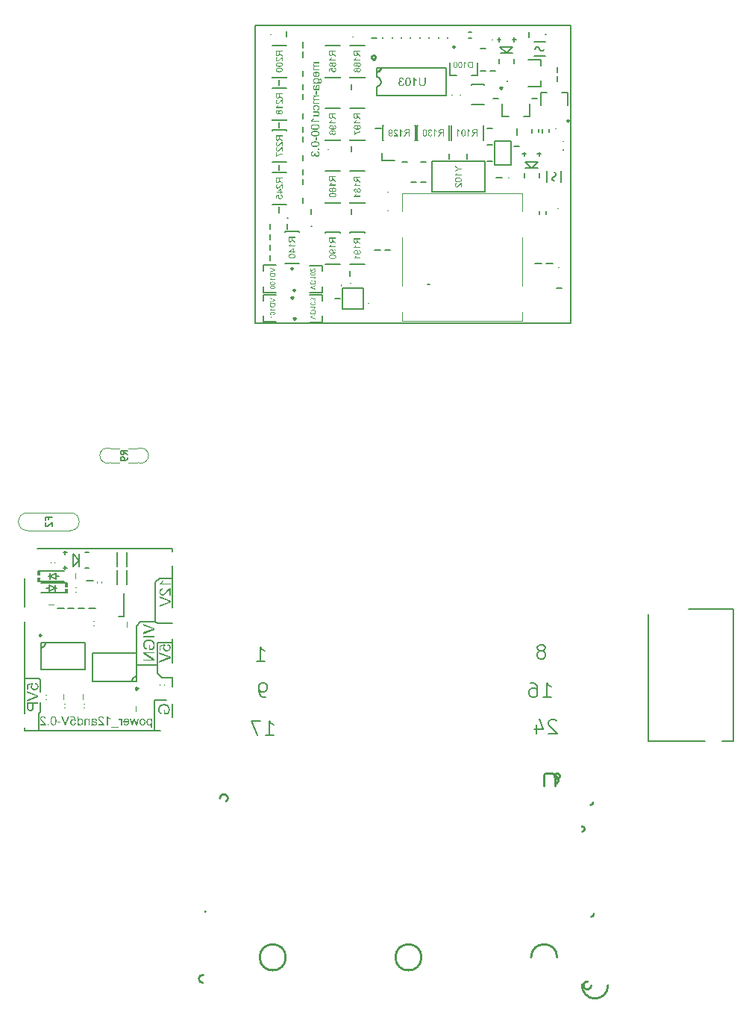
<source format=gbo>
G75*
G70*
%OFA0B0*%
%FSLAX25Y25*%
%IPPOS*%
%LPD*%
%AMOC8*
5,1,8,0,0,1.08239X$1,22.5*
%
%ADD127C,0.00300*%
%ADD48C,0.00984*%
%ADD51C,0.00591*%
%ADD52C,0.00669*%
%ADD53C,0.00500*%
%ADD54C,0.00800*%
%ADD55C,0.00787*%
%ADD56C,0.00390*%
%ADD57C,0.00472*%
%ADD58C,0.01000*%
%ADD59C,0.00394*%
X0000000Y0000000D02*
%LPD*%
G01*
D53*
X0068488Y0148138D02*
X0067059Y0149138D01*
X0068488Y0149852D02*
X0065488Y0149852D01*
X0065488Y0149852D02*
X0065488Y0148709D01*
X0065488Y0148709D02*
X0065631Y0148424D01*
X0065631Y0148424D02*
X0065773Y0148281D01*
X0065773Y0148281D02*
X0066059Y0148138D01*
X0066059Y0148138D02*
X0066488Y0148138D01*
X0066488Y0148138D02*
X0066773Y0148281D01*
X0066773Y0148281D02*
X0066916Y0148424D01*
X0066916Y0148424D02*
X0067059Y0148709D01*
X0067059Y0148709D02*
X0067059Y0149852D01*
X0068488Y0146709D02*
X0068488Y0146138D01*
X0068488Y0146138D02*
X0068345Y0145852D01*
X0068345Y0145852D02*
X0068202Y0145709D01*
X0068202Y0145709D02*
X0067773Y0145424D01*
X0067773Y0145424D02*
X0067202Y0145281D01*
X0067202Y0145281D02*
X0066059Y0145281D01*
X0066059Y0145281D02*
X0065773Y0145424D01*
X0065773Y0145424D02*
X0065631Y0145566D01*
X0065631Y0145566D02*
X0065488Y0145852D01*
X0065488Y0145852D02*
X0065488Y0146424D01*
X0065488Y0146424D02*
X0065631Y0146709D01*
X0065631Y0146709D02*
X0065773Y0146852D01*
X0065773Y0146852D02*
X0066059Y0146995D01*
X0066059Y0146995D02*
X0066773Y0146995D01*
X0066773Y0146995D02*
X0067059Y0146852D01*
X0067059Y0146852D02*
X0067202Y0146709D01*
X0067202Y0146709D02*
X0067345Y0146424D01*
X0067345Y0146424D02*
X0067345Y0145852D01*
X0067345Y0145852D02*
X0067202Y0145566D01*
X0067202Y0145566D02*
X0067059Y0145424D01*
X0067059Y0145424D02*
X0066773Y0145281D01*
X0033255Y0119110D02*
X0033255Y0120110D01*
X0034826Y0120110D02*
X0031826Y0120110D01*
X0031826Y0120110D02*
X0031826Y0118682D01*
X0032112Y0117682D02*
X0031969Y0117539D01*
X0031969Y0117539D02*
X0031826Y0117253D01*
X0031826Y0117253D02*
X0031826Y0116539D01*
X0031826Y0116539D02*
X0031969Y0116253D01*
X0031969Y0116253D02*
X0032112Y0116110D01*
X0032112Y0116110D02*
X0032398Y0115967D01*
X0032398Y0115967D02*
X0032684Y0115967D01*
X0032684Y0115967D02*
X0033112Y0116110D01*
X0033112Y0116110D02*
X0034826Y0117825D01*
X0034826Y0117825D02*
X0034826Y0115967D01*
D54*
X0130267Y0039776D02*
X0129048Y0039776D01*
X0129048Y0039776D02*
X0128439Y0040081D01*
X0128439Y0040081D02*
X0128134Y0040386D01*
X0128134Y0040386D02*
X0127524Y0041300D01*
X0127524Y0041300D02*
X0127220Y0042519D01*
X0127220Y0042519D02*
X0127220Y0044957D01*
X0127220Y0044957D02*
X0127524Y0045567D01*
X0127524Y0045567D02*
X0127829Y0045871D01*
X0127829Y0045871D02*
X0128439Y0046176D01*
X0128439Y0046176D02*
X0129658Y0046176D01*
X0129658Y0046176D02*
X0130267Y0045871D01*
X0130267Y0045871D02*
X0130572Y0045567D01*
X0130572Y0045567D02*
X0130877Y0044957D01*
X0130877Y0044957D02*
X0130877Y0043433D01*
X0130877Y0043433D02*
X0130572Y0042824D01*
X0130572Y0042824D02*
X0130267Y0042519D01*
X0130267Y0042519D02*
X0129658Y0042214D01*
X0129658Y0042214D02*
X0128439Y0042214D01*
X0128439Y0042214D02*
X0127829Y0042519D01*
X0127829Y0042519D02*
X0127524Y0042824D01*
X0127524Y0042824D02*
X0127220Y0043433D01*
X0130220Y0022776D02*
X0133877Y0022776D01*
X0132048Y0022776D02*
X0132048Y0029176D01*
X0132048Y0029176D02*
X0132658Y0028262D01*
X0132658Y0028262D02*
X0133267Y0027652D01*
X0133267Y0027652D02*
X0133877Y0027348D01*
X0128086Y0029176D02*
X0123820Y0029176D01*
X0123820Y0029176D02*
X0126562Y0022776D01*
X0254220Y0039776D02*
X0257877Y0039776D01*
X0256048Y0039776D02*
X0256048Y0046176D01*
X0256048Y0046176D02*
X0256658Y0045262D01*
X0256658Y0045262D02*
X0257267Y0044652D01*
X0257267Y0044652D02*
X0257877Y0044348D01*
X0248734Y0046176D02*
X0249953Y0046176D01*
X0249953Y0046176D02*
X0250562Y0045871D01*
X0250562Y0045871D02*
X0250867Y0045567D01*
X0250867Y0045567D02*
X0251477Y0044652D01*
X0251477Y0044652D02*
X0251781Y0043433D01*
X0251781Y0043433D02*
X0251781Y0040995D01*
X0251781Y0040995D02*
X0251477Y0040386D01*
X0251477Y0040386D02*
X0251172Y0040081D01*
X0251172Y0040081D02*
X0250562Y0039776D01*
X0250562Y0039776D02*
X0249343Y0039776D01*
X0249343Y0039776D02*
X0248734Y0040081D01*
X0248734Y0040081D02*
X0248429Y0040386D01*
X0248429Y0040386D02*
X0248124Y0040995D01*
X0248124Y0040995D02*
X0248124Y0042519D01*
X0248124Y0042519D02*
X0248429Y0043129D01*
X0248429Y0043129D02*
X0248734Y0043433D01*
X0248734Y0043433D02*
X0249343Y0043738D01*
X0249343Y0043738D02*
X0250562Y0043738D01*
X0250562Y0043738D02*
X0251172Y0043433D01*
X0251172Y0043433D02*
X0251477Y0043129D01*
X0251477Y0043129D02*
X0251781Y0042519D01*
X0126220Y0055776D02*
X0129877Y0055776D01*
X0128048Y0055776D02*
X0128048Y0062176D01*
X0128048Y0062176D02*
X0128658Y0061262D01*
X0128658Y0061262D02*
X0129267Y0060652D01*
X0129267Y0060652D02*
X0129877Y0060348D01*
X0254158Y0060433D02*
X0254767Y0060738D01*
X0254767Y0060738D02*
X0255072Y0061043D01*
X0255072Y0061043D02*
X0255377Y0061652D01*
X0255377Y0061652D02*
X0255377Y0061957D01*
X0255377Y0061957D02*
X0255072Y0062567D01*
X0255072Y0062567D02*
X0254767Y0062871D01*
X0254767Y0062871D02*
X0254158Y0063176D01*
X0254158Y0063176D02*
X0252939Y0063176D01*
X0252939Y0063176D02*
X0252329Y0062871D01*
X0252329Y0062871D02*
X0252024Y0062567D01*
X0252024Y0062567D02*
X0251720Y0061957D01*
X0251720Y0061957D02*
X0251720Y0061652D01*
X0251720Y0061652D02*
X0252024Y0061043D01*
X0252024Y0061043D02*
X0252329Y0060738D01*
X0252329Y0060738D02*
X0252939Y0060433D01*
X0252939Y0060433D02*
X0254158Y0060433D01*
X0254158Y0060433D02*
X0254767Y0060129D01*
X0254767Y0060129D02*
X0255072Y0059824D01*
X0255072Y0059824D02*
X0255377Y0059214D01*
X0255377Y0059214D02*
X0255377Y0057995D01*
X0255377Y0057995D02*
X0255072Y0057386D01*
X0255072Y0057386D02*
X0254767Y0057081D01*
X0254767Y0057081D02*
X0254158Y0056776D01*
X0254158Y0056776D02*
X0252939Y0056776D01*
X0252939Y0056776D02*
X0252329Y0057081D01*
X0252329Y0057081D02*
X0252024Y0057386D01*
X0252024Y0057386D02*
X0251720Y0057995D01*
X0251720Y0057995D02*
X0251720Y0059214D01*
X0251720Y0059214D02*
X0252024Y0059824D01*
X0252024Y0059824D02*
X0252329Y0060129D01*
X0252329Y0060129D02*
X0252939Y0060433D01*
X0260377Y0029067D02*
X0260072Y0029371D01*
X0260072Y0029371D02*
X0259462Y0029676D01*
X0259462Y0029676D02*
X0257939Y0029676D01*
X0257939Y0029676D02*
X0257329Y0029371D01*
X0257329Y0029371D02*
X0257024Y0029067D01*
X0257024Y0029067D02*
X0256720Y0028457D01*
X0256720Y0028457D02*
X0256720Y0027848D01*
X0256720Y0027848D02*
X0257024Y0026933D01*
X0257024Y0026933D02*
X0260681Y0023276D01*
X0260681Y0023276D02*
X0256720Y0023276D01*
X0251234Y0027543D02*
X0251234Y0023276D01*
X0252758Y0029981D02*
X0254281Y0025410D01*
X0254281Y0025410D02*
X0250320Y0025410D01*
D56*
X0061126Y0144488D02*
X0065126Y0144488D01*
X0065126Y0150787D02*
X0061126Y0150787D01*
X0069126Y0144488D02*
X0073126Y0144488D01*
X0073126Y0150787D02*
X0069126Y0150787D01*
D57*
X0060909Y0144482D02*
G75*
G02*
X0060925Y0150787I-001283J0003156D01*
G01*
X0073327Y0150787D02*
G75*
G02*
X0073361Y0144474I0001299J-003150D01*
G01*
D55*
X0301476Y0076870D02*
X0301476Y0020177D01*
X0301476Y0020177D02*
X0326673Y0020177D01*
X0339272Y0079232D02*
X0319193Y0079232D01*
X0339272Y0020177D02*
X0334154Y0020177D01*
X0339272Y0020177D02*
X0339272Y0079232D01*
D57*
X0024016Y0122047D02*
X0043110Y0122047D01*
X0024016Y0114173D02*
X0043110Y0114173D01*
X0023819Y0114173D02*
G75*
G02*
X0023819Y0122047I0000000J0003937D01*
G01*
X0043110Y0122047D02*
G75*
G02*
X0043110Y0114173I0000000J-003937D01*
G01*
D55*
X0022539Y0080020D02*
X0022539Y0092618D01*
X0022539Y0032382D02*
X0022539Y0073327D01*
X0022539Y0024902D02*
X0022539Y0026083D01*
X0022539Y0024902D02*
X0083169Y0024902D01*
X0028445Y0106004D02*
X0088681Y0106004D01*
X0088681Y0079626D02*
X0088681Y0098524D01*
X0088681Y0055217D02*
X0088681Y0065846D01*
X0088681Y0044587D02*
X0088681Y0048917D01*
X0088681Y0030610D02*
X0088681Y0036713D01*
X0088681Y0104823D02*
X0088681Y0106004D01*
D58*
X0254767Y0000000D02*
X0254767Y0004458D01*
X0254767Y0000000D02*
X0254767Y0004458D01*
X0258311Y0005639D02*
X0255948Y0005639D01*
X0258311Y0005639D02*
X0255948Y0005639D01*
X0259491Y0000000D02*
X0259491Y0004458D01*
X0259491Y0000000D02*
X0259491Y0004458D01*
G75*
G02*
X0103389Y-055988I0001181J0000000D01*
G01*
G75*
G02*
X0102208Y-087878I0000000J0001181D01*
G01*
G75*
G02*
X0109885Y-005431I0000053J0001771D01*
G01*
G75*
G02*
X0118350Y-016224I0001771J0000000D01*
G01*
X0254767Y0004458D02*
G75*
G02*
X0255948Y0005639I0001181J0000000D01*
G01*
X0258311Y0005639D02*
G75*
G02*
X0259492Y0004458I0000000J-001181D01*
G01*
G75*
G02*
X0271696Y-017996I0000000J-001772D01*
G01*
G75*
G02*
X0277011Y-057169I0000000J-001181D01*
G01*
G75*
G02*
X0275830Y-089059I-001181J0000000D01*
G01*
G75*
G02*
X0276670Y-007202I-001772J0000000D01*
G01*
G75*
G02*
X0283311Y-089059I-001181J0000000D01*
G01*
G75*
G02*
X0127701Y-076461I-005807J0000000D01*
G01*
G75*
G02*
X0139315Y-076461I0005807J0000000D01*
G01*
G75*
G02*
X0188330Y-076461I-005807J0000000D01*
G01*
G75*
G02*
X0199944Y-076461I0005807J0000000D01*
G01*
G75*
G02*
X0248960Y-076461I-005807J0000000D01*
G01*
G75*
G02*
X0260574Y-076461I0005807J0000000D01*
G01*
D55*
X0125591Y0339764D02*
X0125591Y0206693D01*
X0125591Y0339764D02*
X0266535Y0339764D01*
X0125591Y0206693D02*
X0266535Y0206693D01*
X0266535Y0339764D02*
X0266535Y0206693D01*
X0125197Y0340157D02*
G01*
G75*
G36*
X0155438Y0314895D02*
X0155422Y0314759D01*
X0155410Y0314698D01*
X0155397Y0314645D01*
X0155385Y0314591D01*
X0155368Y0314542D01*
X0155352Y0314497D01*
X0155340Y0314460D01*
X0155327Y0314427D01*
X0155315Y0314399D01*
X0155303Y0314378D01*
X0155299Y0314362D01*
X0155291Y0314353D01*
X0155291Y0314349D01*
X0155229Y0314251D01*
X0155159Y0314165D01*
X0155090Y0314095D01*
X0155020Y0314038D01*
X0154963Y0313993D01*
X0154913Y0313960D01*
X0154893Y0313947D01*
X0154881Y0313939D01*
X0154872Y0313935D01*
X0154868Y0313935D01*
X0154815Y0313911D01*
X0154754Y0313890D01*
X0154684Y0313874D01*
X0154614Y0313857D01*
X0154462Y0313837D01*
X0154315Y0313820D01*
X0154245Y0313816D01*
X0154179Y0313812D01*
X0154118Y0313808D01*
X0154065Y0313804D01*
X0154024Y0313804D01*
X0153991Y0313804D01*
X0153970Y0313804D01*
X0153962Y0313804D01*
X0151592Y0313804D01*
X0151592Y0314230D01*
X0151929Y0314230D01*
X0151859Y0314292D01*
X0151797Y0314353D01*
X0151744Y0314423D01*
X0151699Y0314489D01*
X0151658Y0314558D01*
X0151629Y0314624D01*
X0151601Y0314690D01*
X0151580Y0314751D01*
X0151564Y0314809D01*
X0151551Y0314862D01*
X0151543Y0314911D01*
X0151535Y0314952D01*
X0151535Y0314985D01*
X0151531Y0315013D01*
X0151531Y0315100D01*
X0151539Y0315165D01*
X0151560Y0315284D01*
X0151588Y0315391D01*
X0151605Y0315440D01*
X0151621Y0315485D01*
X0151642Y0315526D01*
X0151658Y0315559D01*
X0151674Y0315592D01*
X0151687Y0315616D01*
X0151699Y0315637D01*
X0151707Y0315653D01*
X0151711Y0315661D01*
X0151715Y0315665D01*
X0151789Y0315760D01*
X0151871Y0315846D01*
X0151957Y0315916D01*
X0152039Y0315973D01*
X0152113Y0316018D01*
X0152146Y0316039D01*
X0152175Y0316051D01*
X0152195Y0316063D01*
X0152211Y0316071D01*
X0152224Y0316079D01*
X0152228Y0316079D01*
X0152355Y0316125D01*
X0152482Y0316162D01*
X0152601Y0316186D01*
X0152712Y0316202D01*
X0152765Y0316207D01*
X0152810Y0316211D01*
X0152847Y0316215D01*
X0152884Y0316215D01*
X0152913Y0316219D01*
X0152933Y0316219D01*
X0152945Y0316219D01*
X0152950Y0316219D01*
X0153056Y0316215D01*
X0153154Y0316207D01*
X0153253Y0316190D01*
X0153343Y0316170D01*
X0153429Y0316149D01*
X0153511Y0316121D01*
X0153585Y0316092D01*
X0153655Y0316063D01*
X0153716Y0316034D01*
X0153769Y0316010D01*
X0153819Y0315981D01*
X0153856Y0315961D01*
X0153888Y0315940D01*
X0153909Y0315924D01*
X0153925Y0315916D01*
X0153929Y0315911D01*
X0153999Y0315850D01*
X0154065Y0315784D01*
X0154118Y0315715D01*
X0154163Y0315641D01*
X0154204Y0315571D01*
X0154237Y0315497D01*
X0154262Y0315423D01*
X0154286Y0315354D01*
X0154302Y0315288D01*
X0154315Y0315231D01*
X0154323Y0315173D01*
X0154327Y0315128D01*
X0154331Y0315087D01*
X0154335Y0315059D01*
X0154335Y0315034D01*
X0154331Y0314952D01*
X0154319Y0314870D01*
X0154302Y0314796D01*
X0154278Y0314726D01*
X0154253Y0314657D01*
X0154221Y0314595D01*
X0154192Y0314538D01*
X0154155Y0314485D01*
X0154122Y0314440D01*
X0154089Y0314394D01*
X0154061Y0314362D01*
X0154036Y0314329D01*
X0154011Y0314308D01*
X0153995Y0314288D01*
X0153983Y0314280D01*
X0153979Y0314276D01*
X0154061Y0314276D01*
X0154134Y0314276D01*
X0154200Y0314280D01*
X0154262Y0314280D01*
X0154315Y0314284D01*
X0154364Y0314284D01*
X0154405Y0314288D01*
X0154442Y0314292D01*
X0154475Y0314296D01*
X0154499Y0314296D01*
X0154524Y0314300D01*
X0154540Y0314304D01*
X0154553Y0314304D01*
X0154561Y0314308D01*
X0154569Y0314308D01*
X0154651Y0314337D01*
X0154725Y0314374D01*
X0154786Y0314415D01*
X0154835Y0314452D01*
X0154877Y0314493D01*
X0154905Y0314522D01*
X0154926Y0314542D01*
X0154930Y0314546D01*
X0154930Y0314550D01*
X0154975Y0314620D01*
X0155004Y0314702D01*
X0155028Y0314784D01*
X0155045Y0314862D01*
X0155053Y0314936D01*
X0155057Y0314964D01*
X0155057Y0314993D01*
X0155061Y0315013D01*
X0155061Y0315046D01*
X0155057Y0315153D01*
X0155041Y0315247D01*
X0155020Y0315325D01*
X0154995Y0315395D01*
X0154971Y0315448D01*
X0154950Y0315485D01*
X0154934Y0315510D01*
X0154930Y0315518D01*
X0154889Y0315563D01*
X0154840Y0315596D01*
X0154790Y0315624D01*
X0154737Y0315645D01*
X0154692Y0315657D01*
X0154655Y0315665D01*
X0154631Y0315674D01*
X0154626Y0315674D01*
X0154622Y0315674D01*
X0154561Y0316125D01*
X0154643Y0316125D01*
X0154717Y0316116D01*
X0154786Y0316104D01*
X0154852Y0316084D01*
X0154909Y0316063D01*
X0154967Y0316039D01*
X0155016Y0316014D01*
X0155057Y0315985D01*
X0155098Y0315956D01*
X0155131Y0315932D01*
X0155159Y0315907D01*
X0155184Y0315883D01*
X0155200Y0315866D01*
X0155213Y0315850D01*
X0155221Y0315842D01*
X0155225Y0315838D01*
X0155262Y0315780D01*
X0155299Y0315715D01*
X0155327Y0315653D01*
X0155352Y0315583D01*
X0155393Y0315452D01*
X0155418Y0315325D01*
X0155426Y0315268D01*
X0155434Y0315214D01*
X0155438Y0315165D01*
X0155442Y0315124D01*
X0155446Y0315091D01*
X0155446Y0315042D01*
X0155438Y0314895D01*
D02*
G37*
G36*
X0153806Y0284235D02*
X0153806Y0284764D01*
X0154335Y0284764D01*
X0154335Y0284235D01*
X0153806Y0284235D01*
D02*
G37*
G36*
X0154393Y0317744D02*
X0154389Y0317658D01*
X0154376Y0317580D01*
X0154360Y0317506D01*
X0154344Y0317437D01*
X0154323Y0317375D01*
X0154302Y0317314D01*
X0154282Y0317260D01*
X0154262Y0317211D01*
X0154241Y0317170D01*
X0154221Y0317133D01*
X0154204Y0317100D01*
X0154188Y0317080D01*
X0154175Y0317059D01*
X0154171Y0317051D01*
X0154167Y0317047D01*
X0154122Y0316990D01*
X0154073Y0316941D01*
X0154020Y0316895D01*
X0153966Y0316850D01*
X0153856Y0316776D01*
X0153753Y0316719D01*
X0153704Y0316699D01*
X0153659Y0316678D01*
X0153618Y0316662D01*
X0153581Y0316649D01*
X0153552Y0316637D01*
X0153532Y0316629D01*
X0153515Y0316625D01*
X0153511Y0316625D01*
X0153450Y0317109D01*
X0153552Y0317150D01*
X0153642Y0317199D01*
X0153720Y0317248D01*
X0153778Y0317293D01*
X0153827Y0317334D01*
X0153860Y0317367D01*
X0153876Y0317387D01*
X0153884Y0317392D01*
X0153884Y0317396D01*
X0153929Y0317465D01*
X0153958Y0317539D01*
X0153983Y0317613D01*
X0153999Y0317678D01*
X0154007Y0317740D01*
X0154011Y0317789D01*
X0154016Y0317806D01*
X0154016Y0317830D01*
X0154011Y0317892D01*
X0154003Y0317953D01*
X0153995Y0318011D01*
X0153979Y0318064D01*
X0153942Y0318162D01*
X0153897Y0318244D01*
X0153876Y0318281D01*
X0153852Y0318314D01*
X0153831Y0318339D01*
X0153815Y0318363D01*
X0153798Y0318380D01*
X0153786Y0318392D01*
X0153782Y0318400D01*
X0153778Y0318404D01*
X0153729Y0318445D01*
X0153679Y0318482D01*
X0153622Y0318511D01*
X0153569Y0318539D01*
X0153450Y0318585D01*
X0153339Y0318617D01*
X0153286Y0318630D01*
X0153237Y0318638D01*
X0153196Y0318646D01*
X0153154Y0318650D01*
X0153126Y0318654D01*
X0153101Y0318658D01*
X0153085Y0318658D01*
X0153081Y0318658D01*
X0153081Y0316613D01*
X0153027Y0316608D01*
X0152986Y0316608D01*
X0152966Y0316608D01*
X0152958Y0316608D01*
X0152835Y0316613D01*
X0152720Y0316625D01*
X0152609Y0316641D01*
X0152507Y0316662D01*
X0152412Y0316690D01*
X0152326Y0316719D01*
X0152248Y0316752D01*
X0152179Y0316781D01*
X0152117Y0316813D01*
X0152060Y0316846D01*
X0152015Y0316875D01*
X0151978Y0316904D01*
X0151945Y0316924D01*
X0151925Y0316941D01*
X0151912Y0316953D01*
X0151908Y0316957D01*
X0151842Y0317023D01*
X0151785Y0317096D01*
X0151732Y0317170D01*
X0151691Y0317244D01*
X0151654Y0317318D01*
X0151621Y0317396D01*
X0151596Y0317465D01*
X0151576Y0317535D01*
X0151564Y0317601D01*
X0151551Y0317662D01*
X0151543Y0317715D01*
X0151535Y0317765D01*
X0151535Y0317802D01*
X0151531Y0317830D01*
X0151531Y0317855D01*
X0151535Y0317957D01*
X0151547Y0318060D01*
X0151568Y0318150D01*
X0151592Y0318240D01*
X0151621Y0318322D01*
X0151654Y0318400D01*
X0151687Y0318470D01*
X0151724Y0318531D01*
X0151761Y0318589D01*
X0151793Y0318638D01*
X0151826Y0318683D01*
X0151855Y0318716D01*
X0151879Y0318744D01*
X0151900Y0318765D01*
X0151912Y0318777D01*
X0151916Y0318781D01*
X0151990Y0318843D01*
X0152072Y0318896D01*
X0152158Y0318945D01*
X0152244Y0318986D01*
X0152335Y0319019D01*
X0152425Y0319048D01*
X0152511Y0319073D01*
X0152597Y0319089D01*
X0152675Y0319105D01*
X0152753Y0319113D01*
X0152818Y0319122D01*
X0152876Y0319130D01*
X0152925Y0319130D01*
X0152962Y0319134D01*
X0152982Y0319134D01*
X0152990Y0319134D01*
X0153113Y0319130D01*
X0153228Y0319118D01*
X0153335Y0319101D01*
X0153433Y0319081D01*
X0153528Y0319052D01*
X0153614Y0319023D01*
X0153692Y0318990D01*
X0153761Y0318958D01*
X0153823Y0318929D01*
X0153876Y0318896D01*
X0153921Y0318867D01*
X0153958Y0318839D01*
X0153991Y0318818D01*
X0154011Y0318802D01*
X0154024Y0318790D01*
X0154028Y0318785D01*
X0154093Y0318716D01*
X0154151Y0318642D01*
X0154200Y0318568D01*
X0154241Y0318486D01*
X0154278Y0318408D01*
X0154307Y0318326D01*
X0154331Y0318248D01*
X0154352Y0318175D01*
X0154364Y0318105D01*
X0154376Y0318039D01*
X0154385Y0317982D01*
X0154393Y0317929D01*
X0154393Y0317888D01*
X0154397Y0317855D01*
X0154397Y0317830D01*
X0154393Y0317744D01*
D02*
G37*
G36*
X0154393Y0302808D02*
X0154385Y0302730D01*
X0154372Y0302656D01*
X0154356Y0302582D01*
X0154335Y0302517D01*
X0154311Y0302455D01*
X0154290Y0302398D01*
X0154262Y0302344D01*
X0154237Y0302299D01*
X0154216Y0302254D01*
X0154192Y0302221D01*
X0154171Y0302189D01*
X0154155Y0302168D01*
X0154143Y0302148D01*
X0154134Y0302140D01*
X0154130Y0302135D01*
X0154077Y0302082D01*
X0154024Y0302029D01*
X0153962Y0301984D01*
X0153901Y0301947D01*
X0153839Y0301910D01*
X0153778Y0301877D01*
X0153663Y0301828D01*
X0153606Y0301807D01*
X0153556Y0301791D01*
X0153511Y0301779D01*
X0153470Y0301766D01*
X0153437Y0301758D01*
X0153413Y0301754D01*
X0153396Y0301750D01*
X0153392Y0301750D01*
X0153331Y0302205D01*
X0153396Y0302217D01*
X0153454Y0302230D01*
X0153511Y0302246D01*
X0153560Y0302263D01*
X0153610Y0302283D01*
X0153651Y0302299D01*
X0153687Y0302320D01*
X0153724Y0302340D01*
X0153753Y0302361D01*
X0153778Y0302377D01*
X0153819Y0302410D01*
X0153843Y0302431D01*
X0153847Y0302435D01*
X0153852Y0302439D01*
X0153905Y0302513D01*
X0153946Y0302586D01*
X0153975Y0302664D01*
X0153995Y0302734D01*
X0154007Y0302800D01*
X0154011Y0302824D01*
X0154011Y0302849D01*
X0154016Y0302869D01*
X0154016Y0302894D01*
X0154011Y0302955D01*
X0154003Y0303017D01*
X0153991Y0303070D01*
X0153975Y0303123D01*
X0153938Y0303218D01*
X0153888Y0303300D01*
X0153868Y0303333D01*
X0153843Y0303361D01*
X0153823Y0303386D01*
X0153802Y0303411D01*
X0153790Y0303427D01*
X0153778Y0303439D01*
X0153769Y0303443D01*
X0153765Y0303447D01*
X0153716Y0303484D01*
X0153659Y0303517D01*
X0153597Y0303546D01*
X0153536Y0303566D01*
X0153400Y0303607D01*
X0153269Y0303632D01*
X0153208Y0303640D01*
X0153150Y0303644D01*
X0153097Y0303648D01*
X0153052Y0303652D01*
X0153015Y0303657D01*
X0152986Y0303657D01*
X0152966Y0303657D01*
X0152962Y0303657D01*
X0152863Y0303652D01*
X0152769Y0303648D01*
X0152687Y0303636D01*
X0152609Y0303624D01*
X0152535Y0303607D01*
X0152470Y0303587D01*
X0152412Y0303566D01*
X0152359Y0303546D01*
X0152314Y0303529D01*
X0152273Y0303509D01*
X0152240Y0303488D01*
X0152216Y0303472D01*
X0152191Y0303460D01*
X0152179Y0303447D01*
X0152171Y0303443D01*
X0152166Y0303439D01*
X0152121Y0303398D01*
X0152084Y0303353D01*
X0152048Y0303304D01*
X0152019Y0303259D01*
X0151994Y0303210D01*
X0151974Y0303165D01*
X0151945Y0303074D01*
X0151925Y0302992D01*
X0151920Y0302959D01*
X0151916Y0302927D01*
X0151912Y0302902D01*
X0151912Y0302869D01*
X0151916Y0302787D01*
X0151933Y0302709D01*
X0151957Y0302644D01*
X0151982Y0302586D01*
X0152011Y0302541D01*
X0152031Y0302504D01*
X0152048Y0302484D01*
X0152056Y0302476D01*
X0152113Y0302418D01*
X0152179Y0302369D01*
X0152248Y0302332D01*
X0152314Y0302299D01*
X0152375Y0302275D01*
X0152425Y0302258D01*
X0152445Y0302254D01*
X0152458Y0302250D01*
X0152466Y0302246D01*
X0152470Y0302246D01*
X0152400Y0301795D01*
X0152326Y0301811D01*
X0152252Y0301836D01*
X0152187Y0301861D01*
X0152125Y0301885D01*
X0152068Y0301914D01*
X0152015Y0301947D01*
X0151970Y0301976D01*
X0151925Y0302008D01*
X0151888Y0302037D01*
X0151855Y0302066D01*
X0151826Y0302090D01*
X0151802Y0302115D01*
X0151785Y0302131D01*
X0151773Y0302148D01*
X0151765Y0302156D01*
X0151761Y0302160D01*
X0151719Y0302213D01*
X0151683Y0302271D01*
X0151654Y0302332D01*
X0151629Y0302394D01*
X0151588Y0302517D01*
X0151560Y0302632D01*
X0151551Y0302685D01*
X0151543Y0302734D01*
X0151539Y0302779D01*
X0151535Y0302816D01*
X0151531Y0302845D01*
X0151531Y0302890D01*
X0151539Y0303017D01*
X0151556Y0303140D01*
X0151584Y0303251D01*
X0151601Y0303300D01*
X0151613Y0303349D01*
X0151629Y0303390D01*
X0151646Y0303427D01*
X0151658Y0303460D01*
X0151674Y0303488D01*
X0151683Y0303513D01*
X0151691Y0303529D01*
X0151699Y0303538D01*
X0151699Y0303542D01*
X0151769Y0303648D01*
X0151847Y0303738D01*
X0151933Y0303816D01*
X0152011Y0303878D01*
X0152084Y0303927D01*
X0152117Y0303944D01*
X0152146Y0303960D01*
X0152166Y0303972D01*
X0152183Y0303980D01*
X0152195Y0303989D01*
X0152199Y0303989D01*
X0152326Y0304038D01*
X0152462Y0304071D01*
X0152593Y0304095D01*
X0152712Y0304116D01*
X0152769Y0304120D01*
X0152818Y0304124D01*
X0152863Y0304128D01*
X0152904Y0304128D01*
X0152933Y0304132D01*
X0152958Y0304132D01*
X0152974Y0304132D01*
X0152978Y0304132D01*
X0153101Y0304128D01*
X0153220Y0304116D01*
X0153331Y0304099D01*
X0153433Y0304079D01*
X0153528Y0304054D01*
X0153614Y0304025D01*
X0153692Y0303993D01*
X0153761Y0303960D01*
X0153823Y0303931D01*
X0153880Y0303898D01*
X0153925Y0303870D01*
X0153962Y0303845D01*
X0153995Y0303825D01*
X0154016Y0303808D01*
X0154028Y0303796D01*
X0154032Y0303792D01*
X0154098Y0303726D01*
X0154151Y0303657D01*
X0154200Y0303583D01*
X0154241Y0303509D01*
X0154278Y0303431D01*
X0154307Y0303357D01*
X0154331Y0303283D01*
X0154352Y0303214D01*
X0154368Y0303148D01*
X0154376Y0303087D01*
X0154385Y0303029D01*
X0154393Y0302984D01*
X0154393Y0302943D01*
X0154397Y0302914D01*
X0154397Y0302890D01*
X0154393Y0302808D01*
D02*
G37*
G36*
X0152732Y0288347D02*
X0152732Y0289778D01*
X0153200Y0289778D01*
X0153200Y0288347D01*
X0152732Y0288347D01*
D02*
G37*
G36*
X0152732Y0308913D02*
X0152732Y0310344D01*
X0153200Y0310344D01*
X0153200Y0308913D01*
X0152732Y0308913D01*
D02*
G37*
G36*
X0154397Y0282250D02*
X0154385Y0282156D01*
X0154368Y0282066D01*
X0154348Y0281980D01*
X0154323Y0281898D01*
X0154294Y0281824D01*
X0154262Y0281754D01*
X0154229Y0281693D01*
X0154200Y0281635D01*
X0154167Y0281586D01*
X0154139Y0281541D01*
X0154114Y0281508D01*
X0154093Y0281480D01*
X0154077Y0281459D01*
X0154065Y0281447D01*
X0154061Y0281443D01*
X0153995Y0281377D01*
X0153925Y0281324D01*
X0153856Y0281275D01*
X0153782Y0281234D01*
X0153712Y0281197D01*
X0153642Y0281168D01*
X0153577Y0281143D01*
X0153511Y0281123D01*
X0153450Y0281106D01*
X0153396Y0281098D01*
X0153347Y0281090D01*
X0153302Y0281082D01*
X0153269Y0281082D01*
X0153241Y0281078D01*
X0153224Y0281078D01*
X0153220Y0281078D01*
X0153154Y0281078D01*
X0153089Y0281086D01*
X0152970Y0281106D01*
X0152867Y0281139D01*
X0152822Y0281156D01*
X0152781Y0281172D01*
X0152740Y0281188D01*
X0152708Y0281205D01*
X0152679Y0281221D01*
X0152658Y0281238D01*
X0152638Y0281250D01*
X0152626Y0281258D01*
X0152617Y0281262D01*
X0152613Y0281266D01*
X0152527Y0281340D01*
X0152458Y0281426D01*
X0152404Y0281512D01*
X0152359Y0281594D01*
X0152326Y0281672D01*
X0152314Y0281705D01*
X0152306Y0281730D01*
X0152298Y0281754D01*
X0152294Y0281771D01*
X0152289Y0281783D01*
X0152289Y0281787D01*
X0152240Y0281697D01*
X0152191Y0281619D01*
X0152138Y0281549D01*
X0152084Y0281496D01*
X0152039Y0281451D01*
X0152002Y0281422D01*
X0151978Y0281402D01*
X0151974Y0281398D01*
X0151970Y0281398D01*
X0151892Y0281352D01*
X0151814Y0281320D01*
X0151740Y0281295D01*
X0151670Y0281279D01*
X0151613Y0281271D01*
X0151564Y0281262D01*
X0151547Y0281262D01*
X0151535Y0281262D01*
X0151527Y0281262D01*
X0151523Y0281262D01*
X0151428Y0281266D01*
X0151338Y0281283D01*
X0151256Y0281307D01*
X0151182Y0281332D01*
X0151121Y0281357D01*
X0151096Y0281369D01*
X0151076Y0281381D01*
X0151059Y0281389D01*
X0151043Y0281398D01*
X0151039Y0281402D01*
X0151035Y0281402D01*
X0150953Y0281459D01*
X0150883Y0281525D01*
X0150822Y0281590D01*
X0150768Y0281656D01*
X0150727Y0281713D01*
X0150699Y0281758D01*
X0150686Y0281779D01*
X0150678Y0281791D01*
X0150674Y0281799D01*
X0150674Y0281803D01*
X0150629Y0281902D01*
X0150596Y0282000D01*
X0150571Y0282099D01*
X0150555Y0282185D01*
X0150547Y0282263D01*
X0150543Y0282291D01*
X0150539Y0282320D01*
X0150539Y0282373D01*
X0150543Y0282455D01*
X0150551Y0282533D01*
X0150563Y0282607D01*
X0150580Y0282681D01*
X0150600Y0282746D01*
X0150621Y0282808D01*
X0150645Y0282865D01*
X0150666Y0282915D01*
X0150690Y0282964D01*
X0150715Y0283005D01*
X0150736Y0283038D01*
X0150756Y0283070D01*
X0150772Y0283091D01*
X0150785Y0283111D01*
X0150793Y0283120D01*
X0150797Y0283124D01*
X0150846Y0283177D01*
X0150904Y0283226D01*
X0150961Y0283271D01*
X0151018Y0283312D01*
X0151080Y0283349D01*
X0151137Y0283378D01*
X0151256Y0283431D01*
X0151309Y0283452D01*
X0151359Y0283468D01*
X0151404Y0283480D01*
X0151441Y0283493D01*
X0151473Y0283501D01*
X0151498Y0283505D01*
X0151515Y0283509D01*
X0151519Y0283509D01*
X0151601Y0283046D01*
X0151482Y0283021D01*
X0151379Y0282988D01*
X0151289Y0282952D01*
X0151219Y0282910D01*
X0151162Y0282878D01*
X0151125Y0282845D01*
X0151100Y0282824D01*
X0151092Y0282816D01*
X0151035Y0282742D01*
X0150994Y0282669D01*
X0150961Y0282591D01*
X0150940Y0282521D01*
X0150928Y0282455D01*
X0150924Y0282431D01*
X0150924Y0282406D01*
X0150920Y0282386D01*
X0150920Y0282361D01*
X0150928Y0282263D01*
X0150945Y0282177D01*
X0150973Y0282099D01*
X0151002Y0282033D01*
X0151035Y0281984D01*
X0151063Y0281947D01*
X0151080Y0281922D01*
X0151088Y0281914D01*
X0151121Y0281881D01*
X0151154Y0281857D01*
X0151227Y0281812D01*
X0151297Y0281779D01*
X0151363Y0281758D01*
X0151424Y0281746D01*
X0151469Y0281742D01*
X0151490Y0281738D01*
X0151502Y0281738D01*
X0151510Y0281738D01*
X0151515Y0281738D01*
X0151572Y0281742D01*
X0151625Y0281750D01*
X0151679Y0281758D01*
X0151724Y0281775D01*
X0151806Y0281816D01*
X0151871Y0281857D01*
X0151925Y0281902D01*
X0151961Y0281943D01*
X0151974Y0281959D01*
X0151982Y0281968D01*
X0151990Y0281976D01*
X0151990Y0281980D01*
X0152043Y0282070D01*
X0152080Y0282164D01*
X0152109Y0282255D01*
X0152125Y0282337D01*
X0152138Y0282406D01*
X0152142Y0282435D01*
X0152142Y0282464D01*
X0152146Y0282484D01*
X0152146Y0282537D01*
X0152142Y0282562D01*
X0152138Y0282583D01*
X0152138Y0282591D01*
X0152544Y0282640D01*
X0152527Y0282570D01*
X0152515Y0282505D01*
X0152507Y0282451D01*
X0152498Y0282402D01*
X0152498Y0282365D01*
X0152494Y0282337D01*
X0152494Y0282312D01*
X0152498Y0282255D01*
X0152503Y0282197D01*
X0152527Y0282095D01*
X0152560Y0282004D01*
X0152597Y0281926D01*
X0152638Y0281865D01*
X0152654Y0281840D01*
X0152671Y0281820D01*
X0152683Y0281803D01*
X0152695Y0281791D01*
X0152699Y0281787D01*
X0152704Y0281783D01*
X0152744Y0281746D01*
X0152785Y0281713D01*
X0152827Y0281685D01*
X0152872Y0281660D01*
X0152958Y0281623D01*
X0153044Y0281594D01*
X0153118Y0281582D01*
X0153146Y0281578D01*
X0153175Y0281574D01*
X0153196Y0281570D01*
X0153216Y0281570D01*
X0153224Y0281570D01*
X0153228Y0281570D01*
X0153290Y0281574D01*
X0153347Y0281578D01*
X0153458Y0281607D01*
X0153552Y0281640D01*
X0153634Y0281680D01*
X0153671Y0281705D01*
X0153700Y0281726D01*
X0153729Y0281742D01*
X0153749Y0281758D01*
X0153765Y0281775D01*
X0153778Y0281787D01*
X0153786Y0281791D01*
X0153790Y0281795D01*
X0153831Y0281840D01*
X0153864Y0281886D01*
X0153892Y0281931D01*
X0153921Y0281976D01*
X0153962Y0282070D01*
X0153987Y0282160D01*
X0154003Y0282234D01*
X0154007Y0282271D01*
X0154011Y0282295D01*
X0154016Y0282320D01*
X0154016Y0282353D01*
X0154007Y0282451D01*
X0153987Y0282546D01*
X0153962Y0282623D01*
X0153929Y0282693D01*
X0153897Y0282751D01*
X0153872Y0282792D01*
X0153860Y0282804D01*
X0153852Y0282816D01*
X0153843Y0282820D01*
X0153843Y0282824D01*
X0153806Y0282857D01*
X0153769Y0282890D01*
X0153683Y0282947D01*
X0153589Y0282992D01*
X0153495Y0283029D01*
X0153409Y0283058D01*
X0153372Y0283066D01*
X0153339Y0283075D01*
X0153310Y0283083D01*
X0153290Y0283087D01*
X0153277Y0283091D01*
X0153273Y0283091D01*
X0153335Y0283554D01*
X0153421Y0283542D01*
X0153503Y0283526D01*
X0153581Y0283501D01*
X0153655Y0283476D01*
X0153724Y0283448D01*
X0153786Y0283415D01*
X0153847Y0283382D01*
X0153897Y0283349D01*
X0153946Y0283316D01*
X0153987Y0283288D01*
X0154024Y0283259D01*
X0154052Y0283234D01*
X0154077Y0283210D01*
X0154093Y0283193D01*
X0154102Y0283185D01*
X0154106Y0283181D01*
X0154159Y0283120D01*
X0154204Y0283050D01*
X0154241Y0282984D01*
X0154278Y0282915D01*
X0154307Y0282845D01*
X0154327Y0282775D01*
X0154348Y0282710D01*
X0154364Y0282644D01*
X0154376Y0282583D01*
X0154385Y0282529D01*
X0154393Y0282480D01*
X0154397Y0282435D01*
X0154397Y0282402D01*
X0154401Y0282373D01*
X0154401Y0282353D01*
X0154397Y0282250D01*
D02*
G37*
G36*
X0152453Y0304686D02*
X0152367Y0304690D01*
X0152289Y0304694D01*
X0152216Y0304706D01*
X0152146Y0304718D01*
X0152084Y0304735D01*
X0152027Y0304755D01*
X0151978Y0304776D01*
X0151933Y0304796D01*
X0151892Y0304817D01*
X0151855Y0304837D01*
X0151826Y0304854D01*
X0151802Y0304874D01*
X0151785Y0304886D01*
X0151773Y0304899D01*
X0151765Y0304903D01*
X0151761Y0304907D01*
X0151719Y0304948D01*
X0151683Y0304997D01*
X0151654Y0305046D01*
X0151629Y0305096D01*
X0151588Y0305202D01*
X0151560Y0305301D01*
X0151551Y0305350D01*
X0151543Y0305395D01*
X0151539Y0305432D01*
X0151535Y0305469D01*
X0151531Y0305493D01*
X0151531Y0305534D01*
X0151535Y0305629D01*
X0151551Y0305719D01*
X0151576Y0305805D01*
X0151605Y0305887D01*
X0151642Y0305961D01*
X0151683Y0306030D01*
X0151728Y0306096D01*
X0151769Y0306153D01*
X0151814Y0306207D01*
X0151859Y0306252D01*
X0151900Y0306293D01*
X0151937Y0306321D01*
X0151965Y0306350D01*
X0151990Y0306367D01*
X0152006Y0306379D01*
X0152011Y0306383D01*
X0151929Y0306420D01*
X0151859Y0306461D01*
X0151802Y0306506D01*
X0151748Y0306551D01*
X0151711Y0306596D01*
X0151683Y0306629D01*
X0151662Y0306654D01*
X0151658Y0306658D01*
X0151658Y0306662D01*
X0151617Y0306740D01*
X0151584Y0306822D01*
X0151564Y0306904D01*
X0151547Y0306982D01*
X0151539Y0307051D01*
X0151535Y0307080D01*
X0151531Y0307109D01*
X0151531Y0307158D01*
X0151535Y0307256D01*
X0151551Y0307351D01*
X0151568Y0307433D01*
X0151592Y0307506D01*
X0151613Y0307564D01*
X0151625Y0307588D01*
X0151633Y0307609D01*
X0151642Y0307625D01*
X0151650Y0307638D01*
X0151654Y0307642D01*
X0151654Y0307646D01*
X0151703Y0307724D01*
X0151756Y0307789D01*
X0151810Y0307847D01*
X0151863Y0307896D01*
X0151908Y0307937D01*
X0151945Y0307966D01*
X0151970Y0307982D01*
X0151974Y0307990D01*
X0151592Y0307990D01*
X0151592Y0308404D01*
X0154335Y0308404D01*
X0154335Y0307941D01*
X0152913Y0307941D01*
X0152843Y0307941D01*
X0152781Y0307937D01*
X0152720Y0307933D01*
X0152667Y0307929D01*
X0152613Y0307925D01*
X0152568Y0307916D01*
X0152527Y0307912D01*
X0152486Y0307904D01*
X0152453Y0307896D01*
X0152425Y0307892D01*
X0152400Y0307884D01*
X0152380Y0307879D01*
X0152363Y0307875D01*
X0152351Y0307871D01*
X0152347Y0307867D01*
X0152343Y0307867D01*
X0152273Y0307834D01*
X0152211Y0307798D01*
X0152158Y0307756D01*
X0152117Y0307716D01*
X0152080Y0307683D01*
X0152060Y0307654D01*
X0152043Y0307633D01*
X0152039Y0307625D01*
X0152002Y0307560D01*
X0151978Y0307498D01*
X0151957Y0307437D01*
X0151945Y0307379D01*
X0151937Y0307330D01*
X0151933Y0307293D01*
X0151933Y0307260D01*
X0151941Y0307170D01*
X0151957Y0307092D01*
X0151982Y0307031D01*
X0152011Y0306977D01*
X0152039Y0306941D01*
X0152064Y0306912D01*
X0152080Y0306896D01*
X0152088Y0306891D01*
X0152154Y0306854D01*
X0152228Y0306826D01*
X0152306Y0306805D01*
X0152380Y0306789D01*
X0152449Y0306781D01*
X0152478Y0306781D01*
X0152503Y0306777D01*
X0152527Y0306777D01*
X0152544Y0306777D01*
X0152552Y0306777D01*
X0152556Y0306777D01*
X0154335Y0306777D01*
X0154335Y0306313D01*
X0152744Y0306313D01*
X0152667Y0306309D01*
X0152597Y0306305D01*
X0152527Y0306297D01*
X0152466Y0306285D01*
X0152412Y0306268D01*
X0152359Y0306252D01*
X0152314Y0306235D01*
X0152273Y0306215D01*
X0152240Y0306198D01*
X0152207Y0306182D01*
X0152183Y0306166D01*
X0152162Y0306149D01*
X0152146Y0306137D01*
X0152134Y0306129D01*
X0152129Y0306121D01*
X0152125Y0306121D01*
X0152093Y0306084D01*
X0152060Y0306043D01*
X0152015Y0305965D01*
X0151978Y0305883D01*
X0151957Y0305805D01*
X0151941Y0305739D01*
X0151937Y0305711D01*
X0151937Y0305686D01*
X0151933Y0305665D01*
X0151933Y0305637D01*
X0151937Y0305579D01*
X0151945Y0305526D01*
X0151957Y0305477D01*
X0151970Y0305436D01*
X0151986Y0305403D01*
X0151998Y0305379D01*
X0152006Y0305362D01*
X0152011Y0305358D01*
X0152039Y0305317D01*
X0152072Y0305280D01*
X0152105Y0305256D01*
X0152138Y0305231D01*
X0152166Y0305215D01*
X0152187Y0305202D01*
X0152203Y0305194D01*
X0152207Y0305194D01*
X0152261Y0305178D01*
X0152322Y0305169D01*
X0152388Y0305161D01*
X0152453Y0305153D01*
X0152515Y0305153D01*
X0152564Y0305149D01*
X0152581Y0305149D01*
X0152597Y0305149D01*
X0152605Y0305149D01*
X0152609Y0305149D01*
X0154335Y0305149D01*
X0154335Y0304686D01*
X0152453Y0304686D01*
D02*
G37*
G36*
X0152453Y0319667D02*
X0152367Y0319671D01*
X0152289Y0319675D01*
X0152216Y0319687D01*
X0152146Y0319700D01*
X0152084Y0319716D01*
X0152027Y0319737D01*
X0151978Y0319757D01*
X0151933Y0319778D01*
X0151892Y0319798D01*
X0151855Y0319819D01*
X0151826Y0319835D01*
X0151802Y0319856D01*
X0151785Y0319868D01*
X0151773Y0319880D01*
X0151765Y0319884D01*
X0151761Y0319888D01*
X0151719Y0319929D01*
X0151683Y0319979D01*
X0151654Y0320028D01*
X0151629Y0320077D01*
X0151588Y0320184D01*
X0151560Y0320282D01*
X0151551Y0320331D01*
X0151543Y0320376D01*
X0151539Y0320413D01*
X0151535Y0320450D01*
X0151531Y0320475D01*
X0151531Y0320516D01*
X0151535Y0320610D01*
X0151551Y0320700D01*
X0151576Y0320786D01*
X0151605Y0320868D01*
X0151642Y0320942D01*
X0151683Y0321012D01*
X0151728Y0321077D01*
X0151769Y0321135D01*
X0151814Y0321188D01*
X0151859Y0321233D01*
X0151900Y0321274D01*
X0151937Y0321303D01*
X0151965Y0321332D01*
X0151990Y0321348D01*
X0152006Y0321360D01*
X0152011Y0321364D01*
X0151929Y0321401D01*
X0151859Y0321442D01*
X0151802Y0321487D01*
X0151748Y0321533D01*
X0151711Y0321578D01*
X0151683Y0321610D01*
X0151662Y0321635D01*
X0151658Y0321639D01*
X0151658Y0321643D01*
X0151617Y0321721D01*
X0151584Y0321803D01*
X0151564Y0321885D01*
X0151547Y0321963D01*
X0151539Y0322033D01*
X0151535Y0322061D01*
X0151531Y0322090D01*
X0151531Y0322139D01*
X0151535Y0322238D01*
X0151551Y0322332D01*
X0151568Y0322414D01*
X0151592Y0322488D01*
X0151613Y0322545D01*
X0151625Y0322570D01*
X0151633Y0322590D01*
X0151642Y0322607D01*
X0151650Y0322619D01*
X0151654Y0322623D01*
X0151654Y0322627D01*
X0151703Y0322705D01*
X0151756Y0322771D01*
X0151810Y0322828D01*
X0151863Y0322877D01*
X0151908Y0322918D01*
X0151945Y0322947D01*
X0151970Y0322963D01*
X0151974Y0322972D01*
X0151592Y0322972D01*
X0151592Y0323386D01*
X0154335Y0323386D01*
X0154335Y0322922D01*
X0152913Y0322922D01*
X0152843Y0322922D01*
X0152781Y0322918D01*
X0152720Y0322914D01*
X0152667Y0322910D01*
X0152613Y0322906D01*
X0152568Y0322898D01*
X0152527Y0322894D01*
X0152486Y0322886D01*
X0152453Y0322877D01*
X0152425Y0322873D01*
X0152400Y0322865D01*
X0152380Y0322861D01*
X0152363Y0322857D01*
X0152351Y0322853D01*
X0152347Y0322849D01*
X0152343Y0322849D01*
X0152273Y0322816D01*
X0152211Y0322779D01*
X0152158Y0322738D01*
X0152117Y0322697D01*
X0152080Y0322664D01*
X0152060Y0322635D01*
X0152043Y0322615D01*
X0152039Y0322607D01*
X0152002Y0322541D01*
X0151978Y0322480D01*
X0151957Y0322418D01*
X0151945Y0322361D01*
X0151937Y0322312D01*
X0151933Y0322275D01*
X0151933Y0322242D01*
X0151941Y0322152D01*
X0151957Y0322074D01*
X0151982Y0322012D01*
X0152011Y0321959D01*
X0152039Y0321922D01*
X0152064Y0321893D01*
X0152080Y0321877D01*
X0152088Y0321873D01*
X0152154Y0321836D01*
X0152228Y0321807D01*
X0152306Y0321787D01*
X0152380Y0321770D01*
X0152449Y0321762D01*
X0152478Y0321762D01*
X0152503Y0321758D01*
X0152527Y0321758D01*
X0152544Y0321758D01*
X0152552Y0321758D01*
X0152556Y0321758D01*
X0154335Y0321758D01*
X0154335Y0321295D01*
X0152744Y0321295D01*
X0152667Y0321291D01*
X0152597Y0321287D01*
X0152527Y0321278D01*
X0152466Y0321266D01*
X0152412Y0321250D01*
X0152359Y0321233D01*
X0152314Y0321217D01*
X0152273Y0321196D01*
X0152240Y0321180D01*
X0152207Y0321164D01*
X0152183Y0321147D01*
X0152162Y0321131D01*
X0152146Y0321118D01*
X0152134Y0321110D01*
X0152129Y0321102D01*
X0152125Y0321102D01*
X0152093Y0321065D01*
X0152060Y0321024D01*
X0152015Y0320946D01*
X0151978Y0320864D01*
X0151957Y0320786D01*
X0151941Y0320721D01*
X0151937Y0320692D01*
X0151937Y0320667D01*
X0151933Y0320647D01*
X0151933Y0320618D01*
X0151937Y0320561D01*
X0151945Y0320508D01*
X0151957Y0320458D01*
X0151970Y0320417D01*
X0151986Y0320385D01*
X0151998Y0320360D01*
X0152006Y0320343D01*
X0152011Y0320339D01*
X0152039Y0320298D01*
X0152072Y0320262D01*
X0152105Y0320237D01*
X0152138Y0320212D01*
X0152166Y0320196D01*
X0152187Y0320184D01*
X0152203Y0320175D01*
X0152207Y0320175D01*
X0152261Y0320159D01*
X0152322Y0320151D01*
X0152388Y0320143D01*
X0152453Y0320134D01*
X0152515Y0320134D01*
X0152564Y0320130D01*
X0152581Y0320130D01*
X0152597Y0320130D01*
X0152605Y0320130D01*
X0152609Y0320130D01*
X0154335Y0320130D01*
X0154335Y0319667D01*
X0152453Y0319667D01*
D02*
G37*
G36*
X0154393Y0312217D02*
X0154385Y0312123D01*
X0154368Y0312037D01*
X0154352Y0311959D01*
X0154335Y0311897D01*
X0154327Y0311869D01*
X0154319Y0311848D01*
X0154315Y0311832D01*
X0154311Y0311820D01*
X0154307Y0311811D01*
X0154307Y0311807D01*
X0154266Y0311717D01*
X0154221Y0311627D01*
X0154167Y0311545D01*
X0154114Y0311467D01*
X0154069Y0311401D01*
X0154044Y0311377D01*
X0154028Y0311352D01*
X0154011Y0311332D01*
X0153999Y0311319D01*
X0153995Y0311311D01*
X0153991Y0311307D01*
X0154065Y0311299D01*
X0154130Y0311287D01*
X0154188Y0311270D01*
X0154237Y0311254D01*
X0154278Y0311241D01*
X0154311Y0311229D01*
X0154327Y0311221D01*
X0154335Y0311217D01*
X0154335Y0310733D01*
X0154278Y0310762D01*
X0154216Y0310786D01*
X0154163Y0310807D01*
X0154114Y0310823D01*
X0154069Y0310836D01*
X0154036Y0310844D01*
X0154016Y0310848D01*
X0154007Y0310848D01*
X0153970Y0310852D01*
X0153921Y0310856D01*
X0153868Y0310860D01*
X0153806Y0310864D01*
X0153741Y0310868D01*
X0153671Y0310868D01*
X0153532Y0310872D01*
X0153466Y0310872D01*
X0153400Y0310877D01*
X0153343Y0310877D01*
X0153290Y0310877D01*
X0153249Y0310877D01*
X0153216Y0310877D01*
X0153196Y0310877D01*
X0153187Y0310877D01*
X0152568Y0310877D01*
X0152511Y0310877D01*
X0152462Y0310877D01*
X0152417Y0310881D01*
X0152371Y0310881D01*
X0152298Y0310885D01*
X0152240Y0310889D01*
X0152195Y0310893D01*
X0152166Y0310897D01*
X0152146Y0310901D01*
X0152142Y0310901D01*
X0152072Y0310918D01*
X0152011Y0310942D01*
X0151957Y0310967D01*
X0151912Y0310991D01*
X0151875Y0311012D01*
X0151847Y0311032D01*
X0151830Y0311045D01*
X0151826Y0311049D01*
X0151781Y0311094D01*
X0151740Y0311143D01*
X0151703Y0311196D01*
X0151674Y0311250D01*
X0151650Y0311299D01*
X0151633Y0311336D01*
X0151625Y0311352D01*
X0151621Y0311364D01*
X0151617Y0311369D01*
X0151617Y0311373D01*
X0151588Y0311459D01*
X0151568Y0311553D01*
X0151551Y0311647D01*
X0151543Y0311738D01*
X0151535Y0311816D01*
X0151535Y0311852D01*
X0151531Y0311881D01*
X0151531Y0311939D01*
X0151535Y0312066D01*
X0151547Y0312185D01*
X0151564Y0312291D01*
X0151572Y0312340D01*
X0151580Y0312381D01*
X0151588Y0312422D01*
X0151596Y0312459D01*
X0151605Y0312488D01*
X0151613Y0312512D01*
X0151621Y0312533D01*
X0151625Y0312549D01*
X0151629Y0312558D01*
X0151629Y0312562D01*
X0151670Y0312656D01*
X0151715Y0312738D01*
X0151761Y0312808D01*
X0151806Y0312865D01*
X0151847Y0312910D01*
X0151879Y0312943D01*
X0151900Y0312964D01*
X0151904Y0312972D01*
X0151908Y0312972D01*
X0151978Y0313021D01*
X0152056Y0313062D01*
X0152134Y0313095D01*
X0152207Y0313123D01*
X0152273Y0313144D01*
X0152302Y0313152D01*
X0152326Y0313160D01*
X0152347Y0313164D01*
X0152363Y0313168D01*
X0152371Y0313173D01*
X0152375Y0313173D01*
X0152437Y0312718D01*
X0152384Y0312701D01*
X0152335Y0312685D01*
X0152252Y0312652D01*
X0152179Y0312611D01*
X0152125Y0312574D01*
X0152084Y0312541D01*
X0152052Y0312512D01*
X0152035Y0312496D01*
X0152031Y0312488D01*
X0151994Y0312422D01*
X0151965Y0312344D01*
X0151945Y0312266D01*
X0151929Y0312189D01*
X0151920Y0312115D01*
X0151920Y0312086D01*
X0151916Y0312057D01*
X0151916Y0312004D01*
X0151925Y0311881D01*
X0151941Y0311774D01*
X0151965Y0311684D01*
X0151994Y0311610D01*
X0152027Y0311553D01*
X0152039Y0311533D01*
X0152052Y0311512D01*
X0152060Y0311496D01*
X0152068Y0311487D01*
X0152076Y0311479D01*
X0152125Y0311434D01*
X0152187Y0311401D01*
X0152252Y0311377D01*
X0152318Y0311360D01*
X0152380Y0311352D01*
X0152429Y0311344D01*
X0152445Y0311344D01*
X0152462Y0311344D01*
X0152470Y0311344D01*
X0152474Y0311344D01*
X0152486Y0311344D01*
X0152503Y0311344D01*
X0152544Y0311344D01*
X0152560Y0311348D01*
X0152576Y0311348D01*
X0152589Y0311348D01*
X0152593Y0311348D01*
X0152609Y0311401D01*
X0152626Y0311459D01*
X0152642Y0311524D01*
X0152658Y0311590D01*
X0152687Y0311725D01*
X0152712Y0311861D01*
X0152720Y0311926D01*
X0152728Y0311984D01*
X0152736Y0312037D01*
X0152744Y0312086D01*
X0152749Y0312123D01*
X0152753Y0312152D01*
X0152757Y0312168D01*
X0152757Y0312176D01*
X0152769Y0312275D01*
X0152781Y0312357D01*
X0152794Y0312430D01*
X0152802Y0312488D01*
X0152814Y0312533D01*
X0152818Y0312566D01*
X0152827Y0312582D01*
X0152827Y0312590D01*
X0152847Y0312656D01*
X0152872Y0312722D01*
X0152896Y0312779D01*
X0152921Y0312828D01*
X0152941Y0312869D01*
X0152962Y0312898D01*
X0152974Y0312918D01*
X0152978Y0312927D01*
X0153019Y0312980D01*
X0153060Y0313025D01*
X0153105Y0313066D01*
X0153146Y0313099D01*
X0153187Y0313128D01*
X0153216Y0313148D01*
X0153237Y0313160D01*
X0153245Y0313164D01*
X0153310Y0313193D01*
X0153372Y0313218D01*
X0153433Y0313234D01*
X0153491Y0313242D01*
X0153540Y0313251D01*
X0153581Y0313255D01*
X0153606Y0313255D01*
X0153610Y0313255D01*
X0153614Y0313255D01*
X0153675Y0313251D01*
X0153737Y0313242D01*
X0153794Y0313234D01*
X0153847Y0313218D01*
X0153946Y0313177D01*
X0154024Y0313132D01*
X0154061Y0313111D01*
X0154089Y0313091D01*
X0154118Y0313070D01*
X0154139Y0313050D01*
X0154155Y0313033D01*
X0154167Y0313025D01*
X0154175Y0313017D01*
X0154179Y0313013D01*
X0154216Y0312964D01*
X0154249Y0312914D01*
X0154282Y0312857D01*
X0154307Y0312804D01*
X0154344Y0312689D01*
X0154368Y0312574D01*
X0154380Y0312525D01*
X0154385Y0312476D01*
X0154389Y0312430D01*
X0154393Y0312394D01*
X0154397Y0312365D01*
X0154397Y0312320D01*
X0154393Y0312217D01*
D02*
G37*
G36*
X0154393Y0300327D02*
X0154376Y0300233D01*
X0154356Y0300147D01*
X0154323Y0300061D01*
X0154290Y0299983D01*
X0154249Y0299913D01*
X0154208Y0299848D01*
X0154163Y0299786D01*
X0154122Y0299733D01*
X0154081Y0299688D01*
X0154040Y0299647D01*
X0154007Y0299614D01*
X0153975Y0299589D01*
X0153954Y0299573D01*
X0153938Y0299561D01*
X0153933Y0299557D01*
X0154335Y0299557D01*
X0154335Y0299142D01*
X0151592Y0299142D01*
X0151592Y0299606D01*
X0153064Y0299606D01*
X0153187Y0299610D01*
X0153294Y0299618D01*
X0153384Y0299630D01*
X0153462Y0299643D01*
X0153495Y0299651D01*
X0153519Y0299659D01*
X0153544Y0299667D01*
X0153564Y0299671D01*
X0153577Y0299675D01*
X0153589Y0299680D01*
X0153593Y0299684D01*
X0153597Y0299684D01*
X0153663Y0299716D01*
X0153720Y0299757D01*
X0153769Y0299803D01*
X0153810Y0299843D01*
X0153843Y0299884D01*
X0153868Y0299917D01*
X0153884Y0299938D01*
X0153888Y0299942D01*
X0153888Y0299946D01*
X0153925Y0300016D01*
X0153950Y0300081D01*
X0153970Y0300147D01*
X0153983Y0300208D01*
X0153991Y0300262D01*
X0153995Y0300299D01*
X0153995Y0300336D01*
X0153991Y0300409D01*
X0153979Y0300479D01*
X0153962Y0300540D01*
X0153942Y0300590D01*
X0153925Y0300631D01*
X0153909Y0300663D01*
X0153897Y0300680D01*
X0153892Y0300688D01*
X0153852Y0300737D01*
X0153802Y0300778D01*
X0153757Y0300811D01*
X0153712Y0300836D01*
X0153671Y0300856D01*
X0153634Y0300869D01*
X0153614Y0300873D01*
X0153606Y0300877D01*
X0153581Y0300881D01*
X0153548Y0300885D01*
X0153474Y0300889D01*
X0153392Y0300897D01*
X0153310Y0300897D01*
X0153237Y0300901D01*
X0153204Y0300901D01*
X0153171Y0300901D01*
X0153146Y0300901D01*
X0153130Y0300901D01*
X0153118Y0300901D01*
X0153113Y0300901D01*
X0151592Y0300901D01*
X0151592Y0301365D01*
X0153294Y0301365D01*
X0153396Y0301365D01*
X0153487Y0301361D01*
X0153560Y0301356D01*
X0153622Y0301352D01*
X0153667Y0301348D01*
X0153704Y0301344D01*
X0153720Y0301340D01*
X0153729Y0301340D01*
X0153802Y0301319D01*
X0153868Y0301299D01*
X0153925Y0301274D01*
X0153975Y0301250D01*
X0154016Y0301229D01*
X0154048Y0301213D01*
X0154065Y0301201D01*
X0154073Y0301197D01*
X0154122Y0301155D01*
X0154167Y0301106D01*
X0154208Y0301053D01*
X0154241Y0301004D01*
X0154270Y0300955D01*
X0154290Y0300918D01*
X0154302Y0300893D01*
X0154307Y0300889D01*
X0154307Y0300885D01*
X0154335Y0300803D01*
X0154360Y0300725D01*
X0154376Y0300647D01*
X0154385Y0300577D01*
X0154393Y0300516D01*
X0154397Y0300471D01*
X0154397Y0300430D01*
X0154393Y0300327D01*
D02*
G37*
G36*
X0150539Y0296793D02*
X0150539Y0297092D01*
X0150633Y0297146D01*
X0150723Y0297207D01*
X0150809Y0297277D01*
X0150883Y0297347D01*
X0150953Y0297408D01*
X0150977Y0297437D01*
X0151002Y0297457D01*
X0151023Y0297478D01*
X0151035Y0297494D01*
X0151043Y0297502D01*
X0151047Y0297507D01*
X0151141Y0297617D01*
X0151223Y0297736D01*
X0151301Y0297851D01*
X0151367Y0297957D01*
X0151392Y0298003D01*
X0151416Y0298048D01*
X0151441Y0298089D01*
X0151457Y0298122D01*
X0151469Y0298150D01*
X0151482Y0298171D01*
X0151486Y0298183D01*
X0151490Y0298187D01*
X0151937Y0298187D01*
X0151904Y0298105D01*
X0151867Y0298019D01*
X0151826Y0297937D01*
X0151789Y0297863D01*
X0151752Y0297798D01*
X0151740Y0297769D01*
X0151724Y0297744D01*
X0151715Y0297724D01*
X0151707Y0297712D01*
X0151699Y0297703D01*
X0151699Y0297699D01*
X0151638Y0297601D01*
X0151580Y0297515D01*
X0151527Y0297437D01*
X0151478Y0297375D01*
X0151437Y0297322D01*
X0151408Y0297285D01*
X0151387Y0297265D01*
X0151379Y0297256D01*
X0154335Y0297256D01*
X0154335Y0296793D01*
X0150539Y0296793D01*
D02*
G37*
G36*
X0154393Y0286654D02*
X0154389Y0286584D01*
X0154376Y0286514D01*
X0154364Y0286449D01*
X0154344Y0286387D01*
X0154327Y0286334D01*
X0154307Y0286281D01*
X0154286Y0286236D01*
X0154266Y0286191D01*
X0154245Y0286154D01*
X0154225Y0286121D01*
X0154208Y0286096D01*
X0154196Y0286076D01*
X0154184Y0286059D01*
X0154179Y0286051D01*
X0154175Y0286047D01*
X0154130Y0285998D01*
X0154085Y0285949D01*
X0153983Y0285867D01*
X0153880Y0285797D01*
X0153778Y0285739D01*
X0153729Y0285715D01*
X0153683Y0285694D01*
X0153646Y0285678D01*
X0153610Y0285662D01*
X0153585Y0285649D01*
X0153560Y0285645D01*
X0153548Y0285637D01*
X0153544Y0285637D01*
X0153466Y0285612D01*
X0153380Y0285592D01*
X0153204Y0285555D01*
X0153023Y0285530D01*
X0152937Y0285522D01*
X0152851Y0285514D01*
X0152773Y0285510D01*
X0152699Y0285506D01*
X0152638Y0285502D01*
X0152581Y0285498D01*
X0152535Y0285498D01*
X0152498Y0285498D01*
X0152478Y0285498D01*
X0152470Y0285498D01*
X0152367Y0285498D01*
X0152269Y0285502D01*
X0152179Y0285506D01*
X0152093Y0285510D01*
X0152015Y0285518D01*
X0151941Y0285526D01*
X0151875Y0285534D01*
X0151814Y0285539D01*
X0151761Y0285547D01*
X0151715Y0285555D01*
X0151674Y0285563D01*
X0151642Y0285571D01*
X0151613Y0285576D01*
X0151596Y0285580D01*
X0151584Y0285584D01*
X0151580Y0285584D01*
X0151461Y0285617D01*
X0151350Y0285657D01*
X0151256Y0285694D01*
X0151174Y0285731D01*
X0151141Y0285752D01*
X0151109Y0285764D01*
X0151080Y0285780D01*
X0151059Y0285793D01*
X0151043Y0285805D01*
X0151031Y0285809D01*
X0151023Y0285817D01*
X0151018Y0285817D01*
X0150936Y0285875D01*
X0150863Y0285940D01*
X0150801Y0286002D01*
X0150752Y0286063D01*
X0150711Y0286117D01*
X0150686Y0286158D01*
X0150674Y0286174D01*
X0150666Y0286186D01*
X0150662Y0286195D01*
X0150662Y0286199D01*
X0150621Y0286289D01*
X0150592Y0286379D01*
X0150567Y0286469D01*
X0150555Y0286551D01*
X0150547Y0286625D01*
X0150543Y0286654D01*
X0150539Y0286683D01*
X0150539Y0286732D01*
X0150543Y0286806D01*
X0150547Y0286879D01*
X0150559Y0286949D01*
X0150571Y0287015D01*
X0150588Y0287072D01*
X0150608Y0287129D01*
X0150629Y0287183D01*
X0150649Y0287228D01*
X0150670Y0287273D01*
X0150690Y0287310D01*
X0150707Y0287343D01*
X0150727Y0287367D01*
X0150740Y0287388D01*
X0150752Y0287404D01*
X0150756Y0287412D01*
X0150760Y0287416D01*
X0150805Y0287466D01*
X0150850Y0287511D01*
X0150953Y0287593D01*
X0151055Y0287666D01*
X0151158Y0287724D01*
X0151207Y0287749D01*
X0151248Y0287769D01*
X0151289Y0287785D01*
X0151322Y0287802D01*
X0151350Y0287810D01*
X0151375Y0287818D01*
X0151387Y0287826D01*
X0151392Y0287826D01*
X0151469Y0287851D01*
X0151556Y0287872D01*
X0151732Y0287904D01*
X0151912Y0287929D01*
X0151998Y0287937D01*
X0152084Y0287945D01*
X0152162Y0287949D01*
X0152236Y0287953D01*
X0152302Y0287958D01*
X0152359Y0287958D01*
X0152404Y0287962D01*
X0152441Y0287962D01*
X0152462Y0287962D01*
X0152470Y0287962D01*
X0152663Y0287958D01*
X0152843Y0287945D01*
X0153007Y0287929D01*
X0153159Y0287904D01*
X0153298Y0287876D01*
X0153425Y0287843D01*
X0153536Y0287810D01*
X0153638Y0287773D01*
X0153724Y0287740D01*
X0153802Y0287707D01*
X0153864Y0287675D01*
X0153917Y0287646D01*
X0153958Y0287621D01*
X0153987Y0287605D01*
X0154003Y0287593D01*
X0154007Y0287589D01*
X0154077Y0287527D01*
X0154134Y0287461D01*
X0154188Y0287392D01*
X0154233Y0287322D01*
X0154270Y0287252D01*
X0154302Y0287179D01*
X0154327Y0287109D01*
X0154348Y0287043D01*
X0154364Y0286978D01*
X0154376Y0286920D01*
X0154385Y0286867D01*
X0154389Y0286822D01*
X0154393Y0286785D01*
X0154397Y0286756D01*
X0154397Y0286732D01*
X0154393Y0286654D01*
D02*
G37*
G36*
X0154393Y0291352D02*
X0154389Y0291283D01*
X0154376Y0291213D01*
X0154364Y0291147D01*
X0154344Y0291086D01*
X0154327Y0291033D01*
X0154307Y0290979D01*
X0154286Y0290934D01*
X0154266Y0290889D01*
X0154245Y0290852D01*
X0154225Y0290819D01*
X0154208Y0290795D01*
X0154196Y0290774D01*
X0154184Y0290758D01*
X0154179Y0290750D01*
X0154175Y0290746D01*
X0154130Y0290696D01*
X0154085Y0290647D01*
X0153983Y0290565D01*
X0153880Y0290496D01*
X0153778Y0290438D01*
X0153729Y0290413D01*
X0153683Y0290393D01*
X0153646Y0290377D01*
X0153610Y0290360D01*
X0153585Y0290348D01*
X0153560Y0290344D01*
X0153548Y0290336D01*
X0153544Y0290336D01*
X0153466Y0290311D01*
X0153380Y0290290D01*
X0153204Y0290254D01*
X0153023Y0290229D01*
X0152937Y0290221D01*
X0152851Y0290213D01*
X0152773Y0290209D01*
X0152699Y0290204D01*
X0152638Y0290200D01*
X0152581Y0290196D01*
X0152535Y0290196D01*
X0152498Y0290196D01*
X0152478Y0290196D01*
X0152470Y0290196D01*
X0152367Y0290196D01*
X0152269Y0290200D01*
X0152179Y0290204D01*
X0152093Y0290209D01*
X0152015Y0290217D01*
X0151941Y0290225D01*
X0151875Y0290233D01*
X0151814Y0290237D01*
X0151761Y0290245D01*
X0151715Y0290254D01*
X0151674Y0290262D01*
X0151642Y0290270D01*
X0151613Y0290274D01*
X0151596Y0290278D01*
X0151584Y0290282D01*
X0151580Y0290282D01*
X0151461Y0290315D01*
X0151350Y0290356D01*
X0151256Y0290393D01*
X0151174Y0290430D01*
X0151141Y0290450D01*
X0151109Y0290463D01*
X0151080Y0290479D01*
X0151059Y0290491D01*
X0151043Y0290504D01*
X0151031Y0290508D01*
X0151023Y0290516D01*
X0151018Y0290516D01*
X0150936Y0290573D01*
X0150863Y0290639D01*
X0150801Y0290700D01*
X0150752Y0290762D01*
X0150711Y0290815D01*
X0150686Y0290856D01*
X0150674Y0290873D01*
X0150666Y0290885D01*
X0150662Y0290893D01*
X0150662Y0290897D01*
X0150621Y0290988D01*
X0150592Y0291078D01*
X0150567Y0291168D01*
X0150555Y0291250D01*
X0150547Y0291324D01*
X0150543Y0291352D01*
X0150539Y0291381D01*
X0150539Y0291430D01*
X0150543Y0291504D01*
X0150547Y0291578D01*
X0150559Y0291648D01*
X0150571Y0291713D01*
X0150588Y0291771D01*
X0150608Y0291828D01*
X0150629Y0291881D01*
X0150649Y0291926D01*
X0150670Y0291971D01*
X0150690Y0292008D01*
X0150707Y0292041D01*
X0150727Y0292066D01*
X0150740Y0292086D01*
X0150752Y0292103D01*
X0150756Y0292111D01*
X0150760Y0292115D01*
X0150805Y0292164D01*
X0150850Y0292209D01*
X0150953Y0292291D01*
X0151055Y0292365D01*
X0151158Y0292423D01*
X0151207Y0292447D01*
X0151248Y0292468D01*
X0151289Y0292484D01*
X0151322Y0292500D01*
X0151350Y0292509D01*
X0151375Y0292517D01*
X0151387Y0292525D01*
X0151392Y0292525D01*
X0151469Y0292550D01*
X0151556Y0292570D01*
X0151732Y0292603D01*
X0151912Y0292627D01*
X0151998Y0292636D01*
X0152084Y0292644D01*
X0152162Y0292648D01*
X0152236Y0292652D01*
X0152302Y0292656D01*
X0152359Y0292656D01*
X0152404Y0292660D01*
X0152441Y0292660D01*
X0152462Y0292660D01*
X0152470Y0292660D01*
X0152663Y0292656D01*
X0152843Y0292644D01*
X0153007Y0292627D01*
X0153159Y0292603D01*
X0153298Y0292574D01*
X0153425Y0292541D01*
X0153536Y0292509D01*
X0153638Y0292472D01*
X0153724Y0292439D01*
X0153802Y0292406D01*
X0153864Y0292373D01*
X0153917Y0292345D01*
X0153958Y0292320D01*
X0153987Y0292304D01*
X0154003Y0292291D01*
X0154007Y0292287D01*
X0154077Y0292226D01*
X0154134Y0292160D01*
X0154188Y0292090D01*
X0154233Y0292021D01*
X0154270Y0291951D01*
X0154302Y0291877D01*
X0154327Y0291808D01*
X0154348Y0291742D01*
X0154364Y0291676D01*
X0154376Y0291619D01*
X0154385Y0291566D01*
X0154389Y0291521D01*
X0154393Y0291484D01*
X0154397Y0291455D01*
X0154397Y0291430D01*
X0154393Y0291352D01*
D02*
G37*
G36*
X0154393Y0294292D02*
X0154389Y0294222D01*
X0154376Y0294153D01*
X0154364Y0294087D01*
X0154344Y0294026D01*
X0154327Y0293972D01*
X0154307Y0293919D01*
X0154286Y0293874D01*
X0154266Y0293829D01*
X0154245Y0293792D01*
X0154225Y0293759D01*
X0154208Y0293735D01*
X0154196Y0293714D01*
X0154184Y0293698D01*
X0154179Y0293689D01*
X0154175Y0293685D01*
X0154130Y0293636D01*
X0154085Y0293587D01*
X0153983Y0293505D01*
X0153880Y0293435D01*
X0153778Y0293378D01*
X0153729Y0293353D01*
X0153683Y0293333D01*
X0153646Y0293316D01*
X0153610Y0293300D01*
X0153585Y0293288D01*
X0153560Y0293283D01*
X0153548Y0293275D01*
X0153544Y0293275D01*
X0153466Y0293251D01*
X0153380Y0293230D01*
X0153204Y0293193D01*
X0153023Y0293169D01*
X0152937Y0293160D01*
X0152851Y0293152D01*
X0152773Y0293148D01*
X0152699Y0293144D01*
X0152638Y0293140D01*
X0152581Y0293136D01*
X0152535Y0293136D01*
X0152498Y0293136D01*
X0152478Y0293136D01*
X0152470Y0293136D01*
X0152367Y0293136D01*
X0152269Y0293140D01*
X0152179Y0293144D01*
X0152093Y0293148D01*
X0152015Y0293156D01*
X0151941Y0293165D01*
X0151875Y0293173D01*
X0151814Y0293177D01*
X0151761Y0293185D01*
X0151715Y0293193D01*
X0151674Y0293202D01*
X0151642Y0293210D01*
X0151613Y0293214D01*
X0151596Y0293218D01*
X0151584Y0293222D01*
X0151580Y0293222D01*
X0151461Y0293255D01*
X0151350Y0293296D01*
X0151256Y0293333D01*
X0151174Y0293370D01*
X0151141Y0293390D01*
X0151109Y0293402D01*
X0151080Y0293419D01*
X0151059Y0293431D01*
X0151043Y0293443D01*
X0151031Y0293448D01*
X0151023Y0293456D01*
X0151018Y0293456D01*
X0150936Y0293513D01*
X0150863Y0293579D01*
X0150801Y0293640D01*
X0150752Y0293702D01*
X0150711Y0293755D01*
X0150686Y0293796D01*
X0150674Y0293812D01*
X0150666Y0293825D01*
X0150662Y0293833D01*
X0150662Y0293837D01*
X0150621Y0293927D01*
X0150592Y0294017D01*
X0150567Y0294108D01*
X0150555Y0294190D01*
X0150547Y0294263D01*
X0150543Y0294292D01*
X0150539Y0294321D01*
X0150539Y0294370D01*
X0150543Y0294444D01*
X0150547Y0294518D01*
X0150559Y0294587D01*
X0150571Y0294653D01*
X0150588Y0294710D01*
X0150608Y0294768D01*
X0150629Y0294821D01*
X0150649Y0294866D01*
X0150670Y0294911D01*
X0150690Y0294948D01*
X0150707Y0294981D01*
X0150727Y0295006D01*
X0150740Y0295026D01*
X0150752Y0295042D01*
X0150756Y0295051D01*
X0150760Y0295055D01*
X0150805Y0295104D01*
X0150850Y0295149D01*
X0150953Y0295231D01*
X0151055Y0295305D01*
X0151158Y0295362D01*
X0151207Y0295387D01*
X0151248Y0295407D01*
X0151289Y0295424D01*
X0151322Y0295440D01*
X0151350Y0295448D01*
X0151375Y0295456D01*
X0151387Y0295465D01*
X0151392Y0295465D01*
X0151469Y0295489D01*
X0151556Y0295510D01*
X0151732Y0295543D01*
X0151912Y0295567D01*
X0151998Y0295575D01*
X0152084Y0295584D01*
X0152162Y0295588D01*
X0152236Y0295592D01*
X0152302Y0295596D01*
X0152359Y0295596D01*
X0152404Y0295600D01*
X0152441Y0295600D01*
X0152462Y0295600D01*
X0152470Y0295600D01*
X0152663Y0295596D01*
X0152843Y0295584D01*
X0153007Y0295567D01*
X0153159Y0295543D01*
X0153298Y0295514D01*
X0153425Y0295481D01*
X0153536Y0295448D01*
X0153638Y0295411D01*
X0153724Y0295379D01*
X0153802Y0295346D01*
X0153864Y0295313D01*
X0153917Y0295284D01*
X0153958Y0295260D01*
X0153987Y0295243D01*
X0154003Y0295231D01*
X0154007Y0295227D01*
X0154077Y0295165D01*
X0154134Y0295100D01*
X0154188Y0295030D01*
X0154233Y0294960D01*
X0154270Y0294891D01*
X0154302Y0294817D01*
X0154327Y0294747D01*
X0154348Y0294682D01*
X0154364Y0294616D01*
X0154376Y0294559D01*
X0154385Y0294505D01*
X0154389Y0294460D01*
X0154393Y0294423D01*
X0154397Y0294395D01*
X0154397Y0294370D01*
X0154393Y0294292D01*
D02*
G37*
G36*
X0152738Y0217208D02*
X0152733Y0217161D01*
X0152726Y0217117D01*
X0152716Y0217073D01*
X0152703Y0217033D01*
X0152691Y0216996D01*
X0152676Y0216962D01*
X0152664Y0216933D01*
X0152649Y0216903D01*
X0152634Y0216878D01*
X0152622Y0216859D01*
X0152610Y0216839D01*
X0152600Y0216827D01*
X0152593Y0216814D01*
X0152588Y0216810D01*
X0152585Y0216807D01*
X0152556Y0216775D01*
X0152521Y0216746D01*
X0152487Y0216718D01*
X0152452Y0216694D01*
X0152415Y0216672D01*
X0152381Y0216655D01*
X0152310Y0216623D01*
X0152278Y0216610D01*
X0152248Y0216601D01*
X0152221Y0216593D01*
X0152199Y0216586D01*
X0152179Y0216581D01*
X0152165Y0216578D01*
X0152155Y0216576D01*
X0152152Y0216576D01*
X0152103Y0216854D01*
X0152174Y0216869D01*
X0152236Y0216888D01*
X0152290Y0216910D01*
X0152332Y0216935D01*
X0152366Y0216955D01*
X0152388Y0216974D01*
X0152403Y0216987D01*
X0152408Y0216992D01*
X0152443Y0217036D01*
X0152467Y0217080D01*
X0152487Y0217127D01*
X0152499Y0217169D01*
X0152507Y0217208D01*
X0152509Y0217223D01*
X0152509Y0217238D01*
X0152511Y0217250D01*
X0152511Y0217265D01*
X0152507Y0217324D01*
X0152497Y0217375D01*
X0152480Y0217422D01*
X0152462Y0217461D01*
X0152443Y0217491D01*
X0152425Y0217513D01*
X0152415Y0217528D01*
X0152411Y0217533D01*
X0152391Y0217552D01*
X0152371Y0217567D01*
X0152327Y0217594D01*
X0152285Y0217614D01*
X0152246Y0217626D01*
X0152209Y0217634D01*
X0152182Y0217636D01*
X0152169Y0217639D01*
X0152162Y0217639D01*
X0152157Y0217639D01*
X0152155Y0217639D01*
X0152120Y0217636D01*
X0152088Y0217631D01*
X0152056Y0217626D01*
X0152029Y0217616D01*
X0151980Y0217592D01*
X0151941Y0217567D01*
X0151909Y0217540D01*
X0151887Y0217516D01*
X0151879Y0217506D01*
X0151874Y0217501D01*
X0151869Y0217496D01*
X0151869Y0217493D01*
X0151837Y0217439D01*
X0151815Y0217383D01*
X0151798Y0217329D01*
X0151788Y0217279D01*
X0151781Y0217238D01*
X0151778Y0217220D01*
X0151778Y0217203D01*
X0151776Y0217191D01*
X0151776Y0217159D01*
X0151778Y0217144D01*
X0151781Y0217132D01*
X0151781Y0217127D01*
X0151537Y0217097D01*
X0151547Y0217139D01*
X0151554Y0217179D01*
X0151559Y0217210D01*
X0151564Y0217240D01*
X0151564Y0217262D01*
X0151567Y0217279D01*
X0151567Y0217294D01*
X0151564Y0217329D01*
X0151562Y0217363D01*
X0151547Y0217425D01*
X0151528Y0217479D01*
X0151505Y0217525D01*
X0151481Y0217562D01*
X0151471Y0217577D01*
X0151461Y0217589D01*
X0151454Y0217599D01*
X0151446Y0217607D01*
X0151444Y0217609D01*
X0151441Y0217611D01*
X0151417Y0217634D01*
X0151392Y0217653D01*
X0151368Y0217671D01*
X0151341Y0217685D01*
X0151289Y0217707D01*
X0151237Y0217725D01*
X0151193Y0217732D01*
X0151176Y0217734D01*
X0151159Y0217737D01*
X0151146Y0217739D01*
X0151134Y0217739D01*
X0151129Y0217739D01*
X0151126Y0217739D01*
X0151090Y0217737D01*
X0151055Y0217734D01*
X0150989Y0217717D01*
X0150932Y0217698D01*
X0150883Y0217673D01*
X0150861Y0217658D01*
X0150844Y0217646D01*
X0150826Y0217636D01*
X0150814Y0217626D01*
X0150804Y0217616D01*
X0150797Y0217609D01*
X0150792Y0217607D01*
X0150789Y0217604D01*
X0150765Y0217577D01*
X0150745Y0217550D01*
X0150728Y0217523D01*
X0150711Y0217496D01*
X0150686Y0217439D01*
X0150671Y0217385D01*
X0150661Y0217341D01*
X0150659Y0217319D01*
X0150657Y0217304D01*
X0150654Y0217289D01*
X0150654Y0217270D01*
X0150659Y0217210D01*
X0150671Y0217154D01*
X0150686Y0217107D01*
X0150706Y0217065D01*
X0150725Y0217031D01*
X0150740Y0217006D01*
X0150748Y0216999D01*
X0150753Y0216992D01*
X0150758Y0216989D01*
X0150758Y0216987D01*
X0150780Y0216967D01*
X0150802Y0216947D01*
X0150853Y0216913D01*
X0150910Y0216886D01*
X0150967Y0216864D01*
X0151018Y0216847D01*
X0151040Y0216841D01*
X0151060Y0216837D01*
X0151077Y0216832D01*
X0151090Y0216829D01*
X0151097Y0216827D01*
X0151099Y0216827D01*
X0151063Y0216549D01*
X0151011Y0216556D01*
X0150962Y0216566D01*
X0150915Y0216581D01*
X0150871Y0216595D01*
X0150829Y0216613D01*
X0150792Y0216632D01*
X0150755Y0216652D01*
X0150725Y0216672D01*
X0150696Y0216691D01*
X0150671Y0216709D01*
X0150649Y0216726D01*
X0150632Y0216741D01*
X0150617Y0216755D01*
X0150607Y0216765D01*
X0150602Y0216770D01*
X0150600Y0216773D01*
X0150568Y0216810D01*
X0150541Y0216851D01*
X0150519Y0216891D01*
X0150497Y0216933D01*
X0150479Y0216974D01*
X0150467Y0217016D01*
X0150455Y0217056D01*
X0150445Y0217095D01*
X0150438Y0217132D01*
X0150433Y0217164D01*
X0150428Y0217193D01*
X0150425Y0217220D01*
X0150425Y0217240D01*
X0150423Y0217257D01*
X0150423Y0217270D01*
X0150425Y0217331D01*
X0150433Y0217388D01*
X0150443Y0217442D01*
X0150455Y0217493D01*
X0150470Y0217543D01*
X0150487Y0217587D01*
X0150507Y0217629D01*
X0150526Y0217666D01*
X0150543Y0217700D01*
X0150563Y0217730D01*
X0150580Y0217757D01*
X0150595Y0217776D01*
X0150607Y0217794D01*
X0150617Y0217806D01*
X0150625Y0217813D01*
X0150627Y0217816D01*
X0150666Y0217855D01*
X0150708Y0217887D01*
X0150750Y0217917D01*
X0150794Y0217941D01*
X0150836Y0217963D01*
X0150878Y0217980D01*
X0150917Y0217995D01*
X0150957Y0218008D01*
X0150994Y0218017D01*
X0151026Y0218022D01*
X0151055Y0218027D01*
X0151082Y0218032D01*
X0151102Y0218032D01*
X0151119Y0218035D01*
X0151129Y0218035D01*
X0151131Y0218035D01*
X0151171Y0218035D01*
X0151210Y0218030D01*
X0151281Y0218017D01*
X0151343Y0217998D01*
X0151370Y0217988D01*
X0151395Y0217978D01*
X0151419Y0217968D01*
X0151439Y0217958D01*
X0151456Y0217949D01*
X0151468Y0217939D01*
X0151481Y0217931D01*
X0151488Y0217926D01*
X0151493Y0217924D01*
X0151495Y0217921D01*
X0151547Y0217877D01*
X0151589Y0217825D01*
X0151621Y0217774D01*
X0151648Y0217725D01*
X0151668Y0217678D01*
X0151675Y0217658D01*
X0151680Y0217644D01*
X0151685Y0217629D01*
X0151687Y0217619D01*
X0151690Y0217611D01*
X0151690Y0217609D01*
X0151719Y0217663D01*
X0151749Y0217710D01*
X0151781Y0217752D01*
X0151813Y0217784D01*
X0151840Y0217811D01*
X0151862Y0217828D01*
X0151877Y0217840D01*
X0151879Y0217843D01*
X0151882Y0217843D01*
X0151928Y0217870D01*
X0151975Y0217890D01*
X0152019Y0217904D01*
X0152061Y0217914D01*
X0152096Y0217919D01*
X0152125Y0217924D01*
X0152135Y0217924D01*
X0152142Y0217924D01*
X0152147Y0217924D01*
X0152150Y0217924D01*
X0152206Y0217921D01*
X0152261Y0217912D01*
X0152310Y0217897D01*
X0152354Y0217882D01*
X0152391Y0217867D01*
X0152406Y0217860D01*
X0152418Y0217853D01*
X0152428Y0217848D01*
X0152438Y0217843D01*
X0152440Y0217840D01*
X0152443Y0217840D01*
X0152492Y0217806D01*
X0152534Y0217767D01*
X0152570Y0217727D01*
X0152603Y0217688D01*
X0152627Y0217653D01*
X0152644Y0217626D01*
X0152652Y0217614D01*
X0152657Y0217607D01*
X0152659Y0217602D01*
X0152659Y0217599D01*
X0152686Y0217540D01*
X0152706Y0217481D01*
X0152721Y0217422D01*
X0152730Y0217370D01*
X0152735Y0217324D01*
X0152738Y0217306D01*
X0152740Y0217289D01*
X0152740Y0217257D01*
X0152738Y0217208D01*
D02*
G37*
G36*
X0152684Y0213857D02*
X0152630Y0213821D01*
X0152578Y0213779D01*
X0152534Y0213737D01*
X0152492Y0213700D01*
X0152477Y0213683D01*
X0152462Y0213671D01*
X0152450Y0213658D01*
X0152443Y0213649D01*
X0152438Y0213643D01*
X0152435Y0213641D01*
X0152379Y0213575D01*
X0152329Y0213503D01*
X0152283Y0213434D01*
X0152243Y0213371D01*
X0152228Y0213343D01*
X0152214Y0213316D01*
X0152199Y0213292D01*
X0152189Y0213272D01*
X0152182Y0213255D01*
X0152174Y0213242D01*
X0152172Y0213235D01*
X0152169Y0213233D01*
X0151901Y0213233D01*
X0151921Y0213282D01*
X0151943Y0213334D01*
X0151968Y0213383D01*
X0151990Y0213427D01*
X0152012Y0213466D01*
X0152019Y0213484D01*
X0152029Y0213498D01*
X0152034Y0213511D01*
X0152039Y0213518D01*
X0152044Y0213523D01*
X0152044Y0213526D01*
X0152081Y0213584D01*
X0152115Y0213636D01*
X0152147Y0213683D01*
X0152177Y0213720D01*
X0152202Y0213752D01*
X0152219Y0213774D01*
X0152231Y0213786D01*
X0152236Y0213791D01*
X0150462Y0213791D01*
X0150462Y0214069D01*
X0152740Y0214069D01*
X0152740Y0213889D01*
X0152684Y0213857D01*
D02*
G37*
G36*
X0150462Y0209375D02*
X0150462Y0209685D01*
X0152733Y0210571D01*
X0152733Y0210266D01*
X0151082Y0209653D01*
X0151013Y0209629D01*
X0150947Y0209604D01*
X0150883Y0209582D01*
X0150826Y0209565D01*
X0150802Y0209558D01*
X0150780Y0209550D01*
X0150760Y0209545D01*
X0150743Y0209540D01*
X0150730Y0209535D01*
X0150718Y0209533D01*
X0150713Y0209530D01*
X0150711Y0209530D01*
X0150777Y0209511D01*
X0150844Y0209491D01*
X0150905Y0209471D01*
X0150962Y0209454D01*
X0150989Y0209444D01*
X0151011Y0209437D01*
X0151030Y0209430D01*
X0151048Y0209425D01*
X0151063Y0209420D01*
X0151072Y0209415D01*
X0151080Y0209412D01*
X0151082Y0209412D01*
X0152733Y0208822D01*
X0152733Y0208495D01*
X0150462Y0209375D01*
D02*
G37*
G36*
X0150462Y0210842D02*
X0150462Y0211661D01*
X0150465Y0211735D01*
X0150467Y0211803D01*
X0150475Y0211865D01*
X0150482Y0211919D01*
X0150484Y0211941D01*
X0150487Y0211961D01*
X0150492Y0211981D01*
X0150494Y0211995D01*
X0150497Y0212008D01*
X0150497Y0212015D01*
X0150499Y0212020D01*
X0150499Y0212022D01*
X0150516Y0212079D01*
X0150534Y0212133D01*
X0150553Y0212180D01*
X0150571Y0212219D01*
X0150588Y0212251D01*
X0150600Y0212276D01*
X0150610Y0212291D01*
X0150612Y0212293D01*
X0150612Y0212295D01*
X0150644Y0212337D01*
X0150676Y0212377D01*
X0150711Y0212411D01*
X0150745Y0212441D01*
X0150775Y0212468D01*
X0150797Y0212485D01*
X0150807Y0212492D01*
X0150814Y0212497D01*
X0150817Y0212502D01*
X0150819Y0212502D01*
X0150871Y0212537D01*
X0150925Y0212566D01*
X0150981Y0212593D01*
X0151033Y0212615D01*
X0151080Y0212633D01*
X0151099Y0212640D01*
X0151117Y0212647D01*
X0151129Y0212650D01*
X0151139Y0212655D01*
X0151146Y0212657D01*
X0151149Y0212657D01*
X0151227Y0212677D01*
X0151306Y0212692D01*
X0151382Y0212704D01*
X0151454Y0212711D01*
X0151486Y0212714D01*
X0151515Y0212716D01*
X0151542Y0212716D01*
X0151564Y0212719D01*
X0151584Y0212719D01*
X0151596Y0212719D01*
X0151606Y0212719D01*
X0151609Y0212719D01*
X0151719Y0212714D01*
X0151771Y0212711D01*
X0151820Y0212704D01*
X0151867Y0212696D01*
X0151911Y0212689D01*
X0151953Y0212682D01*
X0151992Y0212674D01*
X0152027Y0212664D01*
X0152056Y0212657D01*
X0152083Y0212650D01*
X0152106Y0212642D01*
X0152123Y0212635D01*
X0152138Y0212633D01*
X0152145Y0212628D01*
X0152147Y0212628D01*
X0152231Y0212591D01*
X0152307Y0212549D01*
X0152342Y0212527D01*
X0152374Y0212505D01*
X0152403Y0212482D01*
X0152430Y0212460D01*
X0152455Y0212441D01*
X0152475Y0212421D01*
X0152494Y0212404D01*
X0152509Y0212389D01*
X0152521Y0212377D01*
X0152529Y0212367D01*
X0152534Y0212362D01*
X0152536Y0212359D01*
X0152578Y0212305D01*
X0152612Y0212249D01*
X0152639Y0212195D01*
X0152662Y0212143D01*
X0152679Y0212096D01*
X0152684Y0212077D01*
X0152689Y0212059D01*
X0152693Y0212047D01*
X0152696Y0212037D01*
X0152698Y0212030D01*
X0152698Y0212027D01*
X0152703Y0212000D01*
X0152711Y0211971D01*
X0152718Y0211904D01*
X0152726Y0211838D01*
X0152728Y0211772D01*
X0152730Y0211742D01*
X0152730Y0211712D01*
X0152733Y0211688D01*
X0152733Y0210842D01*
X0150462Y0210842D01*
D02*
G37*
G36*
X0152738Y0215479D02*
X0152735Y0215434D01*
X0152728Y0215393D01*
X0152721Y0215353D01*
X0152711Y0215319D01*
X0152698Y0215284D01*
X0152686Y0215252D01*
X0152674Y0215225D01*
X0152662Y0215198D01*
X0152649Y0215176D01*
X0152639Y0215156D01*
X0152627Y0215142D01*
X0152620Y0215129D01*
X0152612Y0215119D01*
X0152610Y0215115D01*
X0152607Y0215112D01*
X0152580Y0215083D01*
X0152553Y0215056D01*
X0152492Y0215006D01*
X0152430Y0214962D01*
X0152369Y0214928D01*
X0152339Y0214913D01*
X0152315Y0214901D01*
X0152290Y0214891D01*
X0152270Y0214881D01*
X0152253Y0214876D01*
X0152238Y0214871D01*
X0152231Y0214866D01*
X0152228Y0214866D01*
X0152182Y0214851D01*
X0152130Y0214839D01*
X0152024Y0214819D01*
X0151916Y0214805D01*
X0151864Y0214800D01*
X0151813Y0214795D01*
X0151766Y0214792D01*
X0151722Y0214790D01*
X0151682Y0214787D01*
X0151648Y0214787D01*
X0151621Y0214785D01*
X0151599Y0214785D01*
X0151587Y0214785D01*
X0151582Y0214785D01*
X0151466Y0214787D01*
X0151358Y0214795D01*
X0151259Y0214805D01*
X0151168Y0214819D01*
X0151085Y0214837D01*
X0151008Y0214856D01*
X0150942Y0214876D01*
X0150881Y0214898D01*
X0150829Y0214918D01*
X0150782Y0214937D01*
X0150745Y0214957D01*
X0150713Y0214974D01*
X0150689Y0214989D01*
X0150671Y0214999D01*
X0150661Y0215006D01*
X0150659Y0215009D01*
X0150617Y0215046D01*
X0150583Y0215085D01*
X0150551Y0215127D01*
X0150524Y0215169D01*
X0150502Y0215211D01*
X0150482Y0215255D01*
X0150467Y0215297D01*
X0150455Y0215336D01*
X0150445Y0215375D01*
X0150438Y0215410D01*
X0150433Y0215442D01*
X0150430Y0215469D01*
X0150428Y0215491D01*
X0150425Y0215508D01*
X0150425Y0215523D01*
X0150428Y0215570D01*
X0150430Y0215611D01*
X0150438Y0215653D01*
X0150445Y0215693D01*
X0150457Y0215730D01*
X0150467Y0215762D01*
X0150479Y0215794D01*
X0150492Y0215821D01*
X0150504Y0215848D01*
X0150516Y0215870D01*
X0150529Y0215890D01*
X0150538Y0215904D01*
X0150546Y0215917D01*
X0150553Y0215926D01*
X0150556Y0215931D01*
X0150558Y0215934D01*
X0150585Y0215963D01*
X0150612Y0215993D01*
X0150674Y0216042D01*
X0150735Y0216084D01*
X0150797Y0216118D01*
X0150826Y0216133D01*
X0150853Y0216145D01*
X0150876Y0216155D01*
X0150898Y0216165D01*
X0150912Y0216172D01*
X0150927Y0216175D01*
X0150935Y0216180D01*
X0150937Y0216180D01*
X0150984Y0216195D01*
X0151036Y0216207D01*
X0151141Y0216229D01*
X0151249Y0216244D01*
X0151301Y0216249D01*
X0151353Y0216254D01*
X0151399Y0216256D01*
X0151444Y0216259D01*
X0151481Y0216261D01*
X0151515Y0216263D01*
X0151542Y0216263D01*
X0151564Y0216263D01*
X0151577Y0216263D01*
X0151582Y0216263D01*
X0151643Y0216263D01*
X0151702Y0216261D01*
X0151756Y0216259D01*
X0151808Y0216256D01*
X0151855Y0216251D01*
X0151899Y0216246D01*
X0151938Y0216241D01*
X0151975Y0216239D01*
X0152007Y0216234D01*
X0152034Y0216229D01*
X0152059Y0216224D01*
X0152079Y0216219D01*
X0152096Y0216217D01*
X0152106Y0216214D01*
X0152113Y0216212D01*
X0152115Y0216212D01*
X0152187Y0216192D01*
X0152253Y0216168D01*
X0152310Y0216145D01*
X0152359Y0216123D01*
X0152379Y0216111D01*
X0152398Y0216103D01*
X0152415Y0216094D01*
X0152428Y0216086D01*
X0152438Y0216079D01*
X0152445Y0216076D01*
X0152450Y0216072D01*
X0152452Y0216072D01*
X0152502Y0216037D01*
X0152546Y0215998D01*
X0152583Y0215961D01*
X0152612Y0215924D01*
X0152637Y0215892D01*
X0152652Y0215867D01*
X0152659Y0215857D01*
X0152664Y0215850D01*
X0152666Y0215845D01*
X0152666Y0215843D01*
X0152691Y0215789D01*
X0152708Y0215734D01*
X0152723Y0215680D01*
X0152730Y0215631D01*
X0152735Y0215587D01*
X0152738Y0215570D01*
X0152740Y0215553D01*
X0152740Y0215523D01*
X0152738Y0215479D01*
D02*
G37*
G36*
X0152743Y0230456D02*
X0152738Y0230400D01*
X0152731Y0230348D01*
X0152718Y0230299D01*
X0152706Y0230252D01*
X0152691Y0230210D01*
X0152676Y0230171D01*
X0152662Y0230137D01*
X0152644Y0230105D01*
X0152630Y0230078D01*
X0152615Y0230053D01*
X0152603Y0230033D01*
X0152590Y0230019D01*
X0152583Y0230009D01*
X0152578Y0230001D01*
X0152575Y0229999D01*
X0152544Y0229964D01*
X0152507Y0229935D01*
X0152470Y0229908D01*
X0152428Y0229883D01*
X0152388Y0229864D01*
X0152349Y0229844D01*
X0152307Y0229829D01*
X0152270Y0229817D01*
X0152234Y0229805D01*
X0152199Y0229797D01*
X0152167Y0229790D01*
X0152140Y0229785D01*
X0152118Y0229783D01*
X0152103Y0229780D01*
X0152093Y0229777D01*
X0152088Y0229777D01*
X0152059Y0230063D01*
X0152098Y0230065D01*
X0152135Y0230068D01*
X0152199Y0230083D01*
X0152258Y0230102D01*
X0152283Y0230112D01*
X0152305Y0230124D01*
X0152325Y0230134D01*
X0152342Y0230146D01*
X0152357Y0230156D01*
X0152369Y0230164D01*
X0152379Y0230174D01*
X0152386Y0230179D01*
X0152388Y0230181D01*
X0152391Y0230183D01*
X0152413Y0230208D01*
X0152433Y0230233D01*
X0152448Y0230260D01*
X0152462Y0230287D01*
X0152485Y0230341D01*
X0152499Y0230392D01*
X0152507Y0230437D01*
X0152511Y0230456D01*
X0152511Y0230474D01*
X0152514Y0230488D01*
X0152514Y0230543D01*
X0152509Y0230577D01*
X0152497Y0230638D01*
X0152477Y0230690D01*
X0152457Y0230737D01*
X0152435Y0230771D01*
X0152425Y0230786D01*
X0152416Y0230798D01*
X0152408Y0230808D01*
X0152403Y0230816D01*
X0152401Y0230818D01*
X0152398Y0230821D01*
X0152376Y0230843D01*
X0152354Y0230860D01*
X0152332Y0230877D01*
X0152307Y0230890D01*
X0152261Y0230912D01*
X0152216Y0230926D01*
X0152179Y0230934D01*
X0152162Y0230939D01*
X0152147Y0230939D01*
X0152138Y0230941D01*
X0152128Y0230941D01*
X0152123Y0230941D01*
X0152120Y0230941D01*
X0152091Y0230939D01*
X0152061Y0230936D01*
X0152002Y0230921D01*
X0151946Y0230899D01*
X0151894Y0230875D01*
X0151850Y0230850D01*
X0151833Y0230840D01*
X0151815Y0230828D01*
X0151803Y0230821D01*
X0151793Y0230813D01*
X0151788Y0230811D01*
X0151786Y0230808D01*
X0151751Y0230781D01*
X0151715Y0230749D01*
X0151675Y0230712D01*
X0151636Y0230673D01*
X0151555Y0230592D01*
X0151478Y0230508D01*
X0151441Y0230469D01*
X0151409Y0230429D01*
X0151380Y0230395D01*
X0151355Y0230365D01*
X0151333Y0230341D01*
X0151318Y0230324D01*
X0151306Y0230311D01*
X0151304Y0230306D01*
X0151267Y0230262D01*
X0151232Y0230223D01*
X0151200Y0230183D01*
X0151168Y0230149D01*
X0151139Y0230115D01*
X0151109Y0230085D01*
X0151085Y0230058D01*
X0151060Y0230033D01*
X0151038Y0230011D01*
X0151018Y0229994D01*
X0151001Y0229977D01*
X0150989Y0229964D01*
X0150977Y0229952D01*
X0150969Y0229945D01*
X0150964Y0229942D01*
X0150962Y0229940D01*
X0150908Y0229896D01*
X0150854Y0229859D01*
X0150802Y0229827D01*
X0150755Y0229802D01*
X0150716Y0229783D01*
X0150698Y0229775D01*
X0150686Y0229768D01*
X0150674Y0229763D01*
X0150666Y0229760D01*
X0150662Y0229758D01*
X0150659Y0229758D01*
X0150625Y0229746D01*
X0150590Y0229738D01*
X0150558Y0229731D01*
X0150529Y0229728D01*
X0150504Y0229726D01*
X0150485Y0229726D01*
X0150472Y0229726D01*
X0150467Y0229726D01*
X0150467Y0231229D01*
X0150735Y0231229D01*
X0150735Y0230110D01*
X0150789Y0230149D01*
X0150814Y0230169D01*
X0150836Y0230188D01*
X0150856Y0230206D01*
X0150871Y0230218D01*
X0150881Y0230228D01*
X0150883Y0230230D01*
X0150898Y0230245D01*
X0150918Y0230265D01*
X0150937Y0230287D01*
X0150959Y0230311D01*
X0151008Y0230363D01*
X0151055Y0230417D01*
X0151100Y0230469D01*
X0151119Y0230491D01*
X0151136Y0230513D01*
X0151151Y0230528D01*
X0151161Y0230543D01*
X0151168Y0230550D01*
X0151171Y0230552D01*
X0151218Y0230607D01*
X0151262Y0230658D01*
X0151301Y0230705D01*
X0151341Y0230747D01*
X0151375Y0230786D01*
X0151409Y0230821D01*
X0151439Y0230853D01*
X0151466Y0230882D01*
X0151488Y0230907D01*
X0151510Y0230926D01*
X0151528Y0230944D01*
X0151542Y0230958D01*
X0151555Y0230968D01*
X0151562Y0230978D01*
X0151567Y0230980D01*
X0151569Y0230983D01*
X0151624Y0231030D01*
X0151673Y0231067D01*
X0151719Y0231099D01*
X0151761Y0231126D01*
X0151796Y0231145D01*
X0151823Y0231160D01*
X0151833Y0231165D01*
X0151840Y0231167D01*
X0151842Y0231170D01*
X0151845Y0231170D01*
X0151894Y0231190D01*
X0151943Y0231202D01*
X0151988Y0231212D01*
X0152029Y0231219D01*
X0152064Y0231224D01*
X0152091Y0231226D01*
X0152101Y0231226D01*
X0152108Y0231226D01*
X0152111Y0231226D01*
X0152113Y0231226D01*
X0152162Y0231224D01*
X0152209Y0231219D01*
X0152253Y0231209D01*
X0152298Y0231197D01*
X0152337Y0231182D01*
X0152374Y0231165D01*
X0152408Y0231148D01*
X0152438Y0231130D01*
X0152467Y0231113D01*
X0152492Y0231096D01*
X0152514Y0231079D01*
X0152531Y0231064D01*
X0152544Y0231052D01*
X0152556Y0231042D01*
X0152561Y0231037D01*
X0152563Y0231035D01*
X0152595Y0230998D01*
X0152622Y0230958D01*
X0152647Y0230917D01*
X0152669Y0230872D01*
X0152686Y0230830D01*
X0152701Y0230786D01*
X0152713Y0230744D01*
X0152723Y0230702D01*
X0152731Y0230666D01*
X0152735Y0230629D01*
X0152740Y0230597D01*
X0152743Y0230570D01*
X0152745Y0230548D01*
X0152745Y0230515D01*
X0152743Y0230456D01*
D02*
G37*
G36*
X0152689Y0227074D02*
X0152634Y0227037D01*
X0152583Y0226995D01*
X0152539Y0226953D01*
X0152497Y0226917D01*
X0152482Y0226899D01*
X0152467Y0226887D01*
X0152455Y0226875D01*
X0152448Y0226865D01*
X0152443Y0226860D01*
X0152440Y0226857D01*
X0152384Y0226791D01*
X0152334Y0226720D01*
X0152288Y0226651D01*
X0152248Y0226587D01*
X0152234Y0226560D01*
X0152219Y0226533D01*
X0152204Y0226508D01*
X0152194Y0226488D01*
X0152187Y0226471D01*
X0152179Y0226459D01*
X0152177Y0226452D01*
X0152175Y0226449D01*
X0151906Y0226449D01*
X0151926Y0226498D01*
X0151948Y0226550D01*
X0151973Y0226599D01*
X0151995Y0226643D01*
X0152017Y0226683D01*
X0152024Y0226700D01*
X0152034Y0226715D01*
X0152039Y0226727D01*
X0152044Y0226734D01*
X0152049Y0226739D01*
X0152049Y0226742D01*
X0152086Y0226801D01*
X0152120Y0226853D01*
X0152152Y0226899D01*
X0152182Y0226936D01*
X0152206Y0226968D01*
X0152224Y0226990D01*
X0152236Y0227003D01*
X0152241Y0227008D01*
X0150467Y0227008D01*
X0150467Y0227286D01*
X0152745Y0227286D01*
X0152745Y0227106D01*
X0152689Y0227074D01*
D02*
G37*
G36*
X0150467Y0222592D02*
X0150467Y0222902D01*
X0152738Y0223787D01*
X0152738Y0223482D01*
X0151087Y0222870D01*
X0151018Y0222845D01*
X0150952Y0222821D01*
X0150888Y0222798D01*
X0150831Y0222781D01*
X0150807Y0222774D01*
X0150785Y0222766D01*
X0150765Y0222762D01*
X0150748Y0222757D01*
X0150735Y0222752D01*
X0150723Y0222749D01*
X0150718Y0222747D01*
X0150716Y0222747D01*
X0150782Y0222727D01*
X0150849Y0222708D01*
X0150910Y0222688D01*
X0150967Y0222671D01*
X0150994Y0222661D01*
X0151016Y0222653D01*
X0151036Y0222646D01*
X0151053Y0222641D01*
X0151067Y0222636D01*
X0151077Y0222631D01*
X0151085Y0222629D01*
X0151087Y0222629D01*
X0152738Y0222038D01*
X0152738Y0221711D01*
X0150467Y0222592D01*
D02*
G37*
G36*
X0150467Y0224058D02*
X0150467Y0224877D01*
X0150470Y0224951D01*
X0150472Y0225020D01*
X0150480Y0225081D01*
X0150487Y0225135D01*
X0150489Y0225158D01*
X0150492Y0225177D01*
X0150497Y0225197D01*
X0150499Y0225212D01*
X0150502Y0225224D01*
X0150502Y0225231D01*
X0150504Y0225236D01*
X0150504Y0225239D01*
X0150521Y0225295D01*
X0150539Y0225350D01*
X0150558Y0225396D01*
X0150576Y0225436D01*
X0150593Y0225468D01*
X0150605Y0225492D01*
X0150615Y0225507D01*
X0150617Y0225509D01*
X0150617Y0225512D01*
X0150649Y0225554D01*
X0150681Y0225593D01*
X0150716Y0225627D01*
X0150750Y0225657D01*
X0150780Y0225684D01*
X0150802Y0225701D01*
X0150812Y0225709D01*
X0150819Y0225714D01*
X0150821Y0225719D01*
X0150824Y0225719D01*
X0150876Y0225753D01*
X0150930Y0225783D01*
X0150986Y0225810D01*
X0151038Y0225832D01*
X0151085Y0225849D01*
X0151104Y0225856D01*
X0151122Y0225864D01*
X0151134Y0225866D01*
X0151144Y0225871D01*
X0151151Y0225873D01*
X0151154Y0225873D01*
X0151232Y0225893D01*
X0151311Y0225908D01*
X0151387Y0225920D01*
X0151459Y0225928D01*
X0151491Y0225930D01*
X0151520Y0225933D01*
X0151547Y0225933D01*
X0151569Y0225935D01*
X0151589Y0225935D01*
X0151601Y0225935D01*
X0151611Y0225935D01*
X0151614Y0225935D01*
X0151724Y0225930D01*
X0151776Y0225928D01*
X0151825Y0225920D01*
X0151872Y0225913D01*
X0151916Y0225906D01*
X0151958Y0225898D01*
X0151997Y0225891D01*
X0152032Y0225881D01*
X0152061Y0225873D01*
X0152088Y0225866D01*
X0152111Y0225859D01*
X0152128Y0225851D01*
X0152142Y0225849D01*
X0152150Y0225844D01*
X0152152Y0225844D01*
X0152236Y0225807D01*
X0152312Y0225765D01*
X0152347Y0225743D01*
X0152379Y0225721D01*
X0152408Y0225699D01*
X0152435Y0225677D01*
X0152460Y0225657D01*
X0152480Y0225637D01*
X0152499Y0225620D01*
X0152514Y0225605D01*
X0152526Y0225593D01*
X0152534Y0225583D01*
X0152539Y0225578D01*
X0152541Y0225576D01*
X0152583Y0225522D01*
X0152617Y0225465D01*
X0152644Y0225411D01*
X0152667Y0225359D01*
X0152684Y0225313D01*
X0152689Y0225293D01*
X0152694Y0225276D01*
X0152698Y0225263D01*
X0152701Y0225254D01*
X0152703Y0225246D01*
X0152703Y0225244D01*
X0152708Y0225217D01*
X0152716Y0225187D01*
X0152723Y0225121D01*
X0152731Y0225054D01*
X0152733Y0224988D01*
X0152735Y0224958D01*
X0152735Y0224929D01*
X0152738Y0224904D01*
X0152738Y0224058D01*
X0150467Y0224058D01*
D02*
G37*
G36*
X0152743Y0228695D02*
X0152740Y0228651D01*
X0152733Y0228609D01*
X0152726Y0228570D01*
X0152716Y0228535D01*
X0152703Y0228501D01*
X0152691Y0228469D01*
X0152679Y0228442D01*
X0152667Y0228415D01*
X0152654Y0228393D01*
X0152644Y0228373D01*
X0152632Y0228358D01*
X0152625Y0228346D01*
X0152617Y0228336D01*
X0152615Y0228331D01*
X0152612Y0228329D01*
X0152585Y0228299D01*
X0152558Y0228272D01*
X0152497Y0228223D01*
X0152435Y0228179D01*
X0152374Y0228144D01*
X0152344Y0228129D01*
X0152320Y0228117D01*
X0152295Y0228107D01*
X0152275Y0228097D01*
X0152258Y0228092D01*
X0152243Y0228088D01*
X0152236Y0228083D01*
X0152234Y0228083D01*
X0152187Y0228068D01*
X0152135Y0228056D01*
X0152029Y0228036D01*
X0151921Y0228021D01*
X0151870Y0228016D01*
X0151818Y0228011D01*
X0151771Y0228009D01*
X0151727Y0228006D01*
X0151687Y0228004D01*
X0151653Y0228004D01*
X0151626Y0228001D01*
X0151604Y0228001D01*
X0151592Y0228001D01*
X0151587Y0228001D01*
X0151471Y0228004D01*
X0151363Y0228011D01*
X0151264Y0228021D01*
X0151173Y0228036D01*
X0151090Y0228053D01*
X0151013Y0228073D01*
X0150947Y0228092D01*
X0150885Y0228115D01*
X0150834Y0228134D01*
X0150787Y0228154D01*
X0150750Y0228174D01*
X0150718Y0228191D01*
X0150694Y0228206D01*
X0150676Y0228215D01*
X0150666Y0228223D01*
X0150664Y0228225D01*
X0150622Y0228262D01*
X0150588Y0228302D01*
X0150556Y0228343D01*
X0150529Y0228385D01*
X0150507Y0228427D01*
X0150487Y0228471D01*
X0150472Y0228513D01*
X0150460Y0228553D01*
X0150450Y0228592D01*
X0150443Y0228626D01*
X0150438Y0228658D01*
X0150435Y0228685D01*
X0150433Y0228707D01*
X0150430Y0228725D01*
X0150430Y0228739D01*
X0150433Y0228786D01*
X0150435Y0228828D01*
X0150443Y0228870D01*
X0150450Y0228909D01*
X0150462Y0228946D01*
X0150472Y0228978D01*
X0150485Y0229010D01*
X0150497Y0229037D01*
X0150509Y0229064D01*
X0150521Y0229086D01*
X0150534Y0229106D01*
X0150543Y0229121D01*
X0150551Y0229133D01*
X0150558Y0229143D01*
X0150561Y0229148D01*
X0150563Y0229150D01*
X0150590Y0229180D01*
X0150617Y0229209D01*
X0150679Y0229259D01*
X0150740Y0229300D01*
X0150802Y0229335D01*
X0150831Y0229349D01*
X0150858Y0229362D01*
X0150881Y0229372D01*
X0150903Y0229382D01*
X0150918Y0229389D01*
X0150932Y0229391D01*
X0150940Y0229396D01*
X0150942Y0229396D01*
X0150989Y0229411D01*
X0151041Y0229423D01*
X0151146Y0229445D01*
X0151254Y0229460D01*
X0151306Y0229465D01*
X0151358Y0229470D01*
X0151405Y0229472D01*
X0151449Y0229475D01*
X0151486Y0229477D01*
X0151520Y0229480D01*
X0151547Y0229480D01*
X0151569Y0229480D01*
X0151582Y0229480D01*
X0151587Y0229480D01*
X0151648Y0229480D01*
X0151707Y0229477D01*
X0151761Y0229475D01*
X0151813Y0229472D01*
X0151860Y0229468D01*
X0151904Y0229463D01*
X0151943Y0229458D01*
X0151980Y0229455D01*
X0152012Y0229450D01*
X0152039Y0229445D01*
X0152064Y0229441D01*
X0152083Y0229436D01*
X0152101Y0229433D01*
X0152111Y0229431D01*
X0152118Y0229428D01*
X0152120Y0229428D01*
X0152192Y0229408D01*
X0152258Y0229384D01*
X0152315Y0229362D01*
X0152364Y0229340D01*
X0152384Y0229327D01*
X0152403Y0229320D01*
X0152421Y0229310D01*
X0152433Y0229303D01*
X0152443Y0229295D01*
X0152450Y0229293D01*
X0152455Y0229288D01*
X0152457Y0229288D01*
X0152507Y0229254D01*
X0152551Y0229214D01*
X0152588Y0229177D01*
X0152617Y0229140D01*
X0152642Y0229108D01*
X0152657Y0229084D01*
X0152664Y0229074D01*
X0152669Y0229067D01*
X0152671Y0229062D01*
X0152671Y0229059D01*
X0152696Y0229005D01*
X0152713Y0228951D01*
X0152728Y0228897D01*
X0152735Y0228848D01*
X0152740Y0228803D01*
X0152743Y0228786D01*
X0152745Y0228769D01*
X0152745Y0228739D01*
X0152743Y0228695D01*
D02*
G37*
G36*
X0132289Y0208961D02*
X0132289Y0209141D01*
X0132346Y0209173D01*
X0132400Y0209210D01*
X0132452Y0209252D01*
X0132496Y0209293D01*
X0132538Y0209330D01*
X0132553Y0209348D01*
X0132567Y0209360D01*
X0132580Y0209372D01*
X0132587Y0209382D01*
X0132592Y0209387D01*
X0132594Y0209389D01*
X0132651Y0209456D01*
X0132700Y0209527D01*
X0132747Y0209596D01*
X0132786Y0209660D01*
X0132801Y0209687D01*
X0132816Y0209714D01*
X0132831Y0209739D01*
X0132840Y0209758D01*
X0132848Y0209776D01*
X0132855Y0209788D01*
X0132858Y0209795D01*
X0132860Y0209798D01*
X0133128Y0209798D01*
X0133109Y0209748D01*
X0133087Y0209697D01*
X0133062Y0209648D01*
X0133040Y0209603D01*
X0133018Y0209564D01*
X0133010Y0209547D01*
X0133000Y0209532D01*
X0132996Y0209520D01*
X0132991Y0209512D01*
X0132986Y0209507D01*
X0132986Y0209505D01*
X0132949Y0209446D01*
X0132914Y0209394D01*
X0132882Y0209348D01*
X0132853Y0209311D01*
X0132828Y0209279D01*
X0132811Y0209256D01*
X0132799Y0209244D01*
X0132794Y0209239D01*
X0134567Y0209239D01*
X0134567Y0208961D01*
X0132289Y0208961D01*
D02*
G37*
G36*
X0132289Y0212489D02*
X0132289Y0212668D01*
X0132346Y0212701D01*
X0132400Y0212737D01*
X0132452Y0212779D01*
X0132496Y0212821D01*
X0132538Y0212858D01*
X0132553Y0212875D01*
X0132567Y0212888D01*
X0132580Y0212900D01*
X0132587Y0212910D01*
X0132592Y0212914D01*
X0132594Y0212917D01*
X0132651Y0212983D01*
X0132700Y0213055D01*
X0132747Y0213124D01*
X0132786Y0213188D01*
X0132801Y0213215D01*
X0132816Y0213242D01*
X0132831Y0213266D01*
X0132840Y0213286D01*
X0132848Y0213303D01*
X0132855Y0213316D01*
X0132858Y0213323D01*
X0132860Y0213325D01*
X0133128Y0213325D01*
X0133109Y0213276D01*
X0133087Y0213224D01*
X0133062Y0213175D01*
X0133040Y0213131D01*
X0133018Y0213092D01*
X0133010Y0213074D01*
X0133000Y0213060D01*
X0132996Y0213047D01*
X0132991Y0213040D01*
X0132986Y0213035D01*
X0132986Y0213033D01*
X0132949Y0212974D01*
X0132914Y0212922D01*
X0132882Y0212875D01*
X0132853Y0212838D01*
X0132828Y0212806D01*
X0132811Y0212784D01*
X0132799Y0212772D01*
X0132794Y0212767D01*
X0134567Y0212767D01*
X0134567Y0212489D01*
X0132289Y0212489D01*
D02*
G37*
G36*
X0134565Y0214824D02*
X0134562Y0214755D01*
X0134555Y0214693D01*
X0134548Y0214639D01*
X0134545Y0214617D01*
X0134543Y0214597D01*
X0134538Y0214577D01*
X0134535Y0214563D01*
X0134533Y0214550D01*
X0134533Y0214543D01*
X0134531Y0214538D01*
X0134531Y0214536D01*
X0134513Y0214479D01*
X0134496Y0214425D01*
X0134476Y0214378D01*
X0134459Y0214339D01*
X0134442Y0214307D01*
X0134430Y0214282D01*
X0134420Y0214267D01*
X0134417Y0214265D01*
X0134417Y0214263D01*
X0134385Y0214221D01*
X0134353Y0214181D01*
X0134319Y0214147D01*
X0134284Y0214117D01*
X0134255Y0214090D01*
X0134233Y0214073D01*
X0134223Y0214066D01*
X0134216Y0214061D01*
X0134213Y0214056D01*
X0134211Y0214056D01*
X0134159Y0214021D01*
X0134105Y0213992D01*
X0134048Y0213965D01*
X0133997Y0213943D01*
X0133950Y0213926D01*
X0133930Y0213918D01*
X0133913Y0213911D01*
X0133901Y0213908D01*
X0133891Y0213904D01*
X0133884Y0213901D01*
X0133881Y0213901D01*
X0133802Y0213881D01*
X0133724Y0213867D01*
X0133647Y0213854D01*
X0133576Y0213847D01*
X0133544Y0213844D01*
X0133515Y0213842D01*
X0133488Y0213842D01*
X0133465Y0213839D01*
X0133446Y0213839D01*
X0133433Y0213839D01*
X0133423Y0213839D01*
X0133421Y0213839D01*
X0133310Y0213844D01*
X0133259Y0213847D01*
X0133209Y0213854D01*
X0133163Y0213862D01*
X0133118Y0213869D01*
X0133077Y0213876D01*
X0133037Y0213884D01*
X0133003Y0213894D01*
X0132973Y0213901D01*
X0132946Y0213908D01*
X0132924Y0213916D01*
X0132907Y0213923D01*
X0132892Y0213926D01*
X0132885Y0213931D01*
X0132882Y0213931D01*
X0132799Y0213967D01*
X0132722Y0214009D01*
X0132688Y0214031D01*
X0132656Y0214054D01*
X0132626Y0214076D01*
X0132599Y0214098D01*
X0132575Y0214117D01*
X0132555Y0214137D01*
X0132535Y0214154D01*
X0132521Y0214169D01*
X0132508Y0214181D01*
X0132501Y0214191D01*
X0132496Y0214196D01*
X0132494Y0214199D01*
X0132452Y0214253D01*
X0132417Y0214309D01*
X0132390Y0214363D01*
X0132368Y0214415D01*
X0132351Y0214462D01*
X0132346Y0214482D01*
X0132341Y0214499D01*
X0132336Y0214511D01*
X0132334Y0214521D01*
X0132331Y0214528D01*
X0132331Y0214531D01*
X0132326Y0214558D01*
X0132319Y0214587D01*
X0132312Y0214654D01*
X0132304Y0214720D01*
X0132302Y0214787D01*
X0132299Y0214816D01*
X0132299Y0214846D01*
X0132297Y0214870D01*
X0132297Y0215716D01*
X0134567Y0215716D01*
X0134567Y0214897D01*
X0134565Y0214824D01*
D02*
G37*
G36*
X0132297Y0215987D02*
X0132297Y0216292D01*
X0133947Y0216905D01*
X0134016Y0216929D01*
X0134083Y0216954D01*
X0134147Y0216976D01*
X0134203Y0216993D01*
X0134228Y0217001D01*
X0134250Y0217008D01*
X0134270Y0217013D01*
X0134287Y0217018D01*
X0134299Y0217023D01*
X0134312Y0217025D01*
X0134317Y0217028D01*
X0134319Y0217028D01*
X0134252Y0217047D01*
X0134186Y0217067D01*
X0134125Y0217087D01*
X0134068Y0217104D01*
X0134041Y0217114D01*
X0134019Y0217121D01*
X0133999Y0217128D01*
X0133982Y0217133D01*
X0133967Y0217138D01*
X0133957Y0217143D01*
X0133950Y0217146D01*
X0133947Y0217146D01*
X0132297Y0217736D01*
X0132297Y0218063D01*
X0134567Y0217183D01*
X0134567Y0216873D01*
X0132297Y0215987D01*
D02*
G37*
G36*
X0134602Y0210988D02*
X0134599Y0210947D01*
X0134592Y0210905D01*
X0134585Y0210865D01*
X0134572Y0210828D01*
X0134562Y0210797D01*
X0134550Y0210764D01*
X0134538Y0210737D01*
X0134526Y0210710D01*
X0134513Y0210688D01*
X0134501Y0210669D01*
X0134491Y0210654D01*
X0134484Y0210641D01*
X0134476Y0210632D01*
X0134474Y0210627D01*
X0134471Y0210624D01*
X0134444Y0210595D01*
X0134417Y0210565D01*
X0134356Y0210516D01*
X0134294Y0210474D01*
X0134233Y0210440D01*
X0134203Y0210425D01*
X0134176Y0210413D01*
X0134154Y0210403D01*
X0134132Y0210393D01*
X0134117Y0210386D01*
X0134103Y0210383D01*
X0134095Y0210378D01*
X0134093Y0210378D01*
X0134046Y0210363D01*
X0133994Y0210351D01*
X0133888Y0210329D01*
X0133780Y0210314D01*
X0133728Y0210309D01*
X0133677Y0210305D01*
X0133630Y0210302D01*
X0133586Y0210300D01*
X0133549Y0210297D01*
X0133515Y0210295D01*
X0133488Y0210295D01*
X0133465Y0210295D01*
X0133453Y0210295D01*
X0133448Y0210295D01*
X0133387Y0210295D01*
X0133328Y0210297D01*
X0133273Y0210300D01*
X0133222Y0210302D01*
X0133175Y0210307D01*
X0133131Y0210312D01*
X0133091Y0210317D01*
X0133055Y0210319D01*
X0133022Y0210324D01*
X0132996Y0210329D01*
X0132971Y0210334D01*
X0132951Y0210339D01*
X0132934Y0210341D01*
X0132924Y0210344D01*
X0132917Y0210346D01*
X0132914Y0210346D01*
X0132843Y0210366D01*
X0132777Y0210391D01*
X0132720Y0210413D01*
X0132671Y0210435D01*
X0132651Y0210447D01*
X0132631Y0210455D01*
X0132614Y0210464D01*
X0132602Y0210472D01*
X0132592Y0210479D01*
X0132585Y0210482D01*
X0132580Y0210486D01*
X0132577Y0210486D01*
X0132528Y0210521D01*
X0132484Y0210560D01*
X0132447Y0210597D01*
X0132417Y0210634D01*
X0132393Y0210666D01*
X0132378Y0210691D01*
X0132371Y0210701D01*
X0132366Y0210708D01*
X0132363Y0210713D01*
X0132363Y0210715D01*
X0132339Y0210769D01*
X0132321Y0210824D01*
X0132307Y0210878D01*
X0132299Y0210927D01*
X0132294Y0210971D01*
X0132292Y0210988D01*
X0132289Y0211006D01*
X0132289Y0211035D01*
X0132292Y0211079D01*
X0132294Y0211124D01*
X0132302Y0211166D01*
X0132309Y0211205D01*
X0132319Y0211239D01*
X0132331Y0211274D01*
X0132344Y0211306D01*
X0132356Y0211333D01*
X0132368Y0211360D01*
X0132380Y0211382D01*
X0132390Y0211402D01*
X0132403Y0211416D01*
X0132410Y0211429D01*
X0132417Y0211439D01*
X0132420Y0211443D01*
X0132422Y0211446D01*
X0132449Y0211475D01*
X0132476Y0211502D01*
X0132538Y0211552D01*
X0132599Y0211596D01*
X0132661Y0211630D01*
X0132690Y0211645D01*
X0132715Y0211658D01*
X0132740Y0211667D01*
X0132759Y0211677D01*
X0132777Y0211682D01*
X0132791Y0211687D01*
X0132799Y0211692D01*
X0132801Y0211692D01*
X0132848Y0211707D01*
X0132899Y0211719D01*
X0133005Y0211739D01*
X0133113Y0211753D01*
X0133165Y0211758D01*
X0133217Y0211763D01*
X0133264Y0211766D01*
X0133308Y0211768D01*
X0133347Y0211771D01*
X0133382Y0211771D01*
X0133409Y0211773D01*
X0133431Y0211773D01*
X0133443Y0211773D01*
X0133448Y0211773D01*
X0133564Y0211771D01*
X0133672Y0211763D01*
X0133770Y0211753D01*
X0133861Y0211739D01*
X0133945Y0211721D01*
X0134021Y0211702D01*
X0134088Y0211682D01*
X0134149Y0211660D01*
X0134201Y0211640D01*
X0134248Y0211621D01*
X0134284Y0211601D01*
X0134317Y0211584D01*
X0134341Y0211569D01*
X0134358Y0211559D01*
X0134368Y0211552D01*
X0134371Y0211549D01*
X0134412Y0211512D01*
X0134447Y0211473D01*
X0134479Y0211431D01*
X0134506Y0211389D01*
X0134528Y0211348D01*
X0134548Y0211303D01*
X0134562Y0211261D01*
X0134575Y0211222D01*
X0134585Y0211183D01*
X0134592Y0211148D01*
X0134597Y0211116D01*
X0134599Y0211089D01*
X0134602Y0211067D01*
X0134604Y0211050D01*
X0134604Y0211035D01*
X0134602Y0210988D01*
D02*
G37*
G36*
X0132284Y0225993D02*
X0132284Y0226172D01*
X0132341Y0226204D01*
X0132395Y0226241D01*
X0132447Y0226283D01*
X0132491Y0226325D01*
X0132533Y0226362D01*
X0132548Y0226379D01*
X0132562Y0226391D01*
X0132575Y0226404D01*
X0132582Y0226414D01*
X0132587Y0226418D01*
X0132590Y0226421D01*
X0132646Y0226487D01*
X0132695Y0226559D01*
X0132742Y0226627D01*
X0132781Y0226692D01*
X0132796Y0226719D01*
X0132811Y0226746D01*
X0132826Y0226770D01*
X0132835Y0226790D01*
X0132843Y0226807D01*
X0132850Y0226819D01*
X0132853Y0226827D01*
X0132855Y0226829D01*
X0133123Y0226829D01*
X0133104Y0226780D01*
X0133082Y0226728D01*
X0133057Y0226679D01*
X0133035Y0226635D01*
X0133013Y0226596D01*
X0133005Y0226578D01*
X0132995Y0226564D01*
X0132991Y0226551D01*
X0132986Y0226544D01*
X0132981Y0226539D01*
X0132981Y0226537D01*
X0132944Y0226477D01*
X0132909Y0226426D01*
X0132877Y0226379D01*
X0132848Y0226342D01*
X0132823Y0226310D01*
X0132806Y0226288D01*
X0132794Y0226276D01*
X0132789Y0226271D01*
X0134562Y0226271D01*
X0134562Y0225993D01*
X0132284Y0225993D01*
D02*
G37*
G36*
X0134560Y0228327D02*
X0134557Y0228258D01*
X0134550Y0228197D01*
X0134543Y0228143D01*
X0134540Y0228121D01*
X0134538Y0228101D01*
X0134533Y0228081D01*
X0134530Y0228067D01*
X0134528Y0228054D01*
X0134528Y0228047D01*
X0134526Y0228042D01*
X0134526Y0228039D01*
X0134508Y0227983D01*
X0134491Y0227929D01*
X0134471Y0227882D01*
X0134454Y0227843D01*
X0134437Y0227811D01*
X0134425Y0227786D01*
X0134415Y0227771D01*
X0134412Y0227769D01*
X0134412Y0227767D01*
X0134380Y0227725D01*
X0134348Y0227685D01*
X0134314Y0227651D01*
X0134279Y0227621D01*
X0134250Y0227594D01*
X0134228Y0227577D01*
X0134218Y0227570D01*
X0134211Y0227565D01*
X0134208Y0227560D01*
X0134206Y0227560D01*
X0134154Y0227525D01*
X0134100Y0227496D01*
X0134043Y0227469D01*
X0133992Y0227447D01*
X0133945Y0227430D01*
X0133925Y0227422D01*
X0133908Y0227415D01*
X0133896Y0227412D01*
X0133886Y0227407D01*
X0133878Y0227405D01*
X0133876Y0227405D01*
X0133797Y0227385D01*
X0133719Y0227370D01*
X0133642Y0227358D01*
X0133571Y0227351D01*
X0133539Y0227348D01*
X0133510Y0227346D01*
X0133483Y0227346D01*
X0133460Y0227343D01*
X0133441Y0227343D01*
X0133428Y0227343D01*
X0133419Y0227343D01*
X0133416Y0227343D01*
X0133305Y0227348D01*
X0133254Y0227351D01*
X0133205Y0227358D01*
X0133158Y0227365D01*
X0133113Y0227373D01*
X0133072Y0227380D01*
X0133032Y0227388D01*
X0132998Y0227398D01*
X0132968Y0227405D01*
X0132941Y0227412D01*
X0132919Y0227420D01*
X0132902Y0227427D01*
X0132887Y0227430D01*
X0132880Y0227434D01*
X0132877Y0227434D01*
X0132794Y0227471D01*
X0132717Y0227513D01*
X0132683Y0227535D01*
X0132651Y0227557D01*
X0132621Y0227580D01*
X0132594Y0227602D01*
X0132570Y0227621D01*
X0132550Y0227641D01*
X0132530Y0227658D01*
X0132516Y0227673D01*
X0132503Y0227685D01*
X0132496Y0227695D01*
X0132491Y0227700D01*
X0132489Y0227703D01*
X0132447Y0227757D01*
X0132412Y0227813D01*
X0132385Y0227867D01*
X0132363Y0227919D01*
X0132346Y0227966D01*
X0132341Y0227985D01*
X0132336Y0228003D01*
X0132331Y0228015D01*
X0132329Y0228025D01*
X0132326Y0228032D01*
X0132326Y0228035D01*
X0132321Y0228062D01*
X0132314Y0228091D01*
X0132307Y0228158D01*
X0132299Y0228224D01*
X0132297Y0228291D01*
X0132294Y0228320D01*
X0132294Y0228349D01*
X0132292Y0228374D01*
X0132292Y0229220D01*
X0134562Y0229220D01*
X0134562Y0228401D01*
X0134560Y0228327D01*
D02*
G37*
G36*
X0132292Y0229491D02*
X0132292Y0229796D01*
X0133942Y0230409D01*
X0134011Y0230433D01*
X0134078Y0230458D01*
X0134142Y0230480D01*
X0134198Y0230497D01*
X0134223Y0230505D01*
X0134245Y0230512D01*
X0134265Y0230517D01*
X0134282Y0230522D01*
X0134294Y0230527D01*
X0134307Y0230529D01*
X0134312Y0230532D01*
X0134314Y0230532D01*
X0134247Y0230551D01*
X0134181Y0230571D01*
X0134120Y0230591D01*
X0134063Y0230608D01*
X0134036Y0230618D01*
X0134014Y0230625D01*
X0133994Y0230632D01*
X0133977Y0230637D01*
X0133962Y0230642D01*
X0133952Y0230647D01*
X0133945Y0230650D01*
X0133942Y0230650D01*
X0132292Y0231240D01*
X0132292Y0231567D01*
X0134562Y0230687D01*
X0134562Y0230376D01*
X0132292Y0229491D01*
D02*
G37*
G36*
X0134597Y0222728D02*
X0134594Y0222687D01*
X0134587Y0222645D01*
X0134580Y0222605D01*
X0134567Y0222569D01*
X0134557Y0222536D01*
X0134545Y0222505D01*
X0134533Y0222477D01*
X0134521Y0222450D01*
X0134508Y0222428D01*
X0134496Y0222409D01*
X0134486Y0222394D01*
X0134479Y0222382D01*
X0134471Y0222372D01*
X0134469Y0222367D01*
X0134466Y0222364D01*
X0134439Y0222335D01*
X0134412Y0222305D01*
X0134351Y0222256D01*
X0134289Y0222214D01*
X0134228Y0222180D01*
X0134198Y0222165D01*
X0134171Y0222153D01*
X0134149Y0222143D01*
X0134127Y0222133D01*
X0134112Y0222126D01*
X0134098Y0222123D01*
X0134090Y0222118D01*
X0134088Y0222118D01*
X0134041Y0222104D01*
X0133989Y0222091D01*
X0133883Y0222069D01*
X0133775Y0222054D01*
X0133724Y0222049D01*
X0133672Y0222044D01*
X0133625Y0222042D01*
X0133581Y0222040D01*
X0133544Y0222037D01*
X0133510Y0222035D01*
X0133483Y0222035D01*
X0133460Y0222035D01*
X0133448Y0222035D01*
X0133443Y0222035D01*
X0133382Y0222035D01*
X0133323Y0222037D01*
X0133268Y0222040D01*
X0133217Y0222042D01*
X0133170Y0222047D01*
X0133126Y0222052D01*
X0133086Y0222057D01*
X0133049Y0222059D01*
X0133017Y0222064D01*
X0132991Y0222069D01*
X0132966Y0222074D01*
X0132946Y0222079D01*
X0132929Y0222081D01*
X0132919Y0222084D01*
X0132912Y0222086D01*
X0132909Y0222086D01*
X0132838Y0222106D01*
X0132772Y0222131D01*
X0132715Y0222153D01*
X0132666Y0222175D01*
X0132646Y0222187D01*
X0132626Y0222195D01*
X0132609Y0222204D01*
X0132597Y0222212D01*
X0132587Y0222219D01*
X0132580Y0222222D01*
X0132575Y0222227D01*
X0132572Y0222227D01*
X0132523Y0222261D01*
X0132479Y0222300D01*
X0132442Y0222337D01*
X0132412Y0222374D01*
X0132388Y0222406D01*
X0132373Y0222431D01*
X0132366Y0222441D01*
X0132361Y0222448D01*
X0132358Y0222453D01*
X0132358Y0222455D01*
X0132334Y0222509D01*
X0132316Y0222564D01*
X0132302Y0222618D01*
X0132294Y0222667D01*
X0132289Y0222711D01*
X0132287Y0222728D01*
X0132284Y0222746D01*
X0132284Y0222775D01*
X0132287Y0222819D01*
X0132289Y0222864D01*
X0132297Y0222905D01*
X0132304Y0222945D01*
X0132314Y0222979D01*
X0132326Y0223014D01*
X0132339Y0223046D01*
X0132351Y0223073D01*
X0132363Y0223100D01*
X0132376Y0223122D01*
X0132385Y0223142D01*
X0132398Y0223156D01*
X0132405Y0223169D01*
X0132412Y0223179D01*
X0132415Y0223184D01*
X0132417Y0223186D01*
X0132444Y0223216D01*
X0132471Y0223243D01*
X0132533Y0223292D01*
X0132594Y0223336D01*
X0132656Y0223370D01*
X0132685Y0223385D01*
X0132710Y0223397D01*
X0132735Y0223407D01*
X0132754Y0223417D01*
X0132772Y0223422D01*
X0132786Y0223427D01*
X0132794Y0223432D01*
X0132796Y0223432D01*
X0132843Y0223447D01*
X0132895Y0223459D01*
X0133000Y0223479D01*
X0133109Y0223493D01*
X0133160Y0223498D01*
X0133212Y0223503D01*
X0133259Y0223506D01*
X0133303Y0223508D01*
X0133342Y0223511D01*
X0133377Y0223511D01*
X0133404Y0223513D01*
X0133426Y0223513D01*
X0133438Y0223513D01*
X0133443Y0223513D01*
X0133559Y0223511D01*
X0133667Y0223503D01*
X0133765Y0223493D01*
X0133856Y0223479D01*
X0133940Y0223462D01*
X0134016Y0223442D01*
X0134083Y0223422D01*
X0134144Y0223400D01*
X0134196Y0223380D01*
X0134243Y0223361D01*
X0134279Y0223341D01*
X0134312Y0223324D01*
X0134336Y0223309D01*
X0134353Y0223299D01*
X0134363Y0223292D01*
X0134366Y0223289D01*
X0134407Y0223252D01*
X0134442Y0223213D01*
X0134474Y0223171D01*
X0134501Y0223129D01*
X0134523Y0223088D01*
X0134543Y0223043D01*
X0134557Y0223001D01*
X0134570Y0222962D01*
X0134580Y0222923D01*
X0134587Y0222888D01*
X0134592Y0222856D01*
X0134594Y0222829D01*
X0134597Y0222807D01*
X0134599Y0222790D01*
X0134599Y0222775D01*
X0134597Y0222728D01*
D02*
G37*
G36*
X0134597Y0224492D02*
X0134594Y0224450D01*
X0134587Y0224409D01*
X0134580Y0224369D01*
X0134567Y0224332D01*
X0134557Y0224300D01*
X0134545Y0224268D01*
X0134533Y0224241D01*
X0134521Y0224214D01*
X0134508Y0224192D01*
X0134496Y0224172D01*
X0134486Y0224158D01*
X0134479Y0224145D01*
X0134471Y0224135D01*
X0134469Y0224131D01*
X0134466Y0224128D01*
X0134439Y0224099D01*
X0134412Y0224069D01*
X0134351Y0224020D01*
X0134289Y0223978D01*
X0134228Y0223944D01*
X0134198Y0223929D01*
X0134171Y0223917D01*
X0134149Y0223907D01*
X0134127Y0223897D01*
X0134112Y0223889D01*
X0134098Y0223887D01*
X0134090Y0223882D01*
X0134088Y0223882D01*
X0134041Y0223867D01*
X0133989Y0223855D01*
X0133883Y0223833D01*
X0133775Y0223818D01*
X0133724Y0223813D01*
X0133672Y0223808D01*
X0133625Y0223806D01*
X0133581Y0223803D01*
X0133544Y0223801D01*
X0133510Y0223799D01*
X0133483Y0223799D01*
X0133460Y0223799D01*
X0133448Y0223799D01*
X0133443Y0223799D01*
X0133382Y0223799D01*
X0133323Y0223801D01*
X0133268Y0223803D01*
X0133217Y0223806D01*
X0133170Y0223811D01*
X0133126Y0223816D01*
X0133086Y0223821D01*
X0133049Y0223823D01*
X0133017Y0223828D01*
X0132991Y0223833D01*
X0132966Y0223838D01*
X0132946Y0223843D01*
X0132929Y0223845D01*
X0132919Y0223848D01*
X0132912Y0223850D01*
X0132909Y0223850D01*
X0132838Y0223870D01*
X0132772Y0223894D01*
X0132715Y0223917D01*
X0132666Y0223939D01*
X0132646Y0223951D01*
X0132626Y0223958D01*
X0132609Y0223968D01*
X0132597Y0223976D01*
X0132587Y0223983D01*
X0132580Y0223985D01*
X0132575Y0223990D01*
X0132572Y0223990D01*
X0132523Y0224025D01*
X0132479Y0224064D01*
X0132442Y0224101D01*
X0132412Y0224138D01*
X0132388Y0224170D01*
X0132373Y0224195D01*
X0132366Y0224204D01*
X0132361Y0224212D01*
X0132358Y0224217D01*
X0132358Y0224219D01*
X0132334Y0224273D01*
X0132316Y0224327D01*
X0132302Y0224381D01*
X0132294Y0224431D01*
X0132289Y0224475D01*
X0132287Y0224492D01*
X0132284Y0224509D01*
X0132284Y0224539D01*
X0132287Y0224583D01*
X0132289Y0224627D01*
X0132297Y0224669D01*
X0132304Y0224709D01*
X0132314Y0224743D01*
X0132326Y0224778D01*
X0132339Y0224810D01*
X0132351Y0224837D01*
X0132363Y0224864D01*
X0132376Y0224886D01*
X0132385Y0224905D01*
X0132398Y0224920D01*
X0132405Y0224933D01*
X0132412Y0224942D01*
X0132415Y0224947D01*
X0132417Y0224950D01*
X0132444Y0224979D01*
X0132471Y0225006D01*
X0132533Y0225056D01*
X0132594Y0225100D01*
X0132656Y0225134D01*
X0132685Y0225149D01*
X0132710Y0225161D01*
X0132735Y0225171D01*
X0132754Y0225181D01*
X0132772Y0225186D01*
X0132786Y0225191D01*
X0132794Y0225196D01*
X0132796Y0225196D01*
X0132843Y0225211D01*
X0132895Y0225223D01*
X0133000Y0225242D01*
X0133109Y0225257D01*
X0133160Y0225262D01*
X0133212Y0225267D01*
X0133259Y0225270D01*
X0133303Y0225272D01*
X0133342Y0225274D01*
X0133377Y0225274D01*
X0133404Y0225277D01*
X0133426Y0225277D01*
X0133438Y0225277D01*
X0133443Y0225277D01*
X0133559Y0225274D01*
X0133667Y0225267D01*
X0133765Y0225257D01*
X0133856Y0225242D01*
X0133940Y0225225D01*
X0134016Y0225206D01*
X0134083Y0225186D01*
X0134144Y0225164D01*
X0134196Y0225144D01*
X0134243Y0225124D01*
X0134279Y0225105D01*
X0134312Y0225088D01*
X0134336Y0225073D01*
X0134353Y0225063D01*
X0134363Y0225056D01*
X0134366Y0225053D01*
X0134407Y0225016D01*
X0134442Y0224977D01*
X0134474Y0224935D01*
X0134501Y0224893D01*
X0134523Y0224851D01*
X0134543Y0224807D01*
X0134557Y0224765D01*
X0134570Y0224726D01*
X0134580Y0224687D01*
X0134587Y0224652D01*
X0134592Y0224620D01*
X0134594Y0224593D01*
X0134597Y0224571D01*
X0134599Y0224554D01*
X0134599Y0224539D01*
X0134597Y0224492D01*
D02*
G37*
G36*
X0201837Y0314080D02*
X0201833Y0313980D01*
X0201821Y0313888D01*
X0201812Y0313801D01*
X0201800Y0313722D01*
X0201787Y0313651D01*
X0201771Y0313585D01*
X0201758Y0313527D01*
X0201746Y0313477D01*
X0201733Y0313431D01*
X0201721Y0313398D01*
X0201713Y0313368D01*
X0201704Y0313348D01*
X0201700Y0313335D01*
X0201700Y0313331D01*
X0201671Y0313269D01*
X0201638Y0313206D01*
X0201563Y0313098D01*
X0201484Y0313007D01*
X0201401Y0312932D01*
X0201363Y0312898D01*
X0201330Y0312873D01*
X0201296Y0312848D01*
X0201267Y0312828D01*
X0201247Y0312815D01*
X0201230Y0312803D01*
X0201217Y0312799D01*
X0201213Y0312794D01*
X0201147Y0312761D01*
X0201076Y0312736D01*
X0200930Y0312690D01*
X0200781Y0312657D01*
X0200639Y0312636D01*
X0200577Y0312628D01*
X0200514Y0312620D01*
X0200464Y0312615D01*
X0200419Y0312615D01*
X0200381Y0312611D01*
X0200327Y0312611D01*
X0200227Y0312615D01*
X0200132Y0312620D01*
X0200040Y0312632D01*
X0199953Y0312645D01*
X0199874Y0312661D01*
X0199799Y0312678D01*
X0199732Y0312699D01*
X0199674Y0312719D01*
X0199616Y0312736D01*
X0199570Y0312757D01*
X0199528Y0312773D01*
X0199495Y0312790D01*
X0199466Y0312803D01*
X0199449Y0312815D01*
X0199437Y0312819D01*
X0199433Y0312823D01*
X0199370Y0312865D01*
X0199312Y0312907D01*
X0199262Y0312952D01*
X0199212Y0312998D01*
X0199171Y0313044D01*
X0199129Y0313094D01*
X0199096Y0313135D01*
X0199067Y0313181D01*
X0199017Y0313256D01*
X0199000Y0313289D01*
X0198984Y0313319D01*
X0198971Y0313343D01*
X0198963Y0313360D01*
X0198959Y0313372D01*
X0198959Y0313377D01*
X0198934Y0313443D01*
X0198913Y0313514D01*
X0198880Y0313664D01*
X0198859Y0313818D01*
X0198842Y0313963D01*
X0198838Y0314034D01*
X0198834Y0314096D01*
X0198830Y0314151D01*
X0198825Y0314200D01*
X0198825Y0314242D01*
X0198825Y0314271D01*
X0198825Y0314288D01*
X0198825Y0314296D01*
X0198825Y0316513D01*
X0199333Y0316513D01*
X0199333Y0314296D01*
X0199337Y0314167D01*
X0199341Y0314046D01*
X0199354Y0313938D01*
X0199370Y0313839D01*
X0199387Y0313751D01*
X0199408Y0313672D01*
X0199433Y0313601D01*
X0199454Y0313539D01*
X0199474Y0313485D01*
X0199499Y0313439D01*
X0199520Y0313402D01*
X0199537Y0313372D01*
X0199554Y0313352D01*
X0199562Y0313335D01*
X0199570Y0313327D01*
X0199574Y0313323D01*
X0199624Y0313277D01*
X0199678Y0313239D01*
X0199737Y0313206D01*
X0199799Y0313177D01*
X0199866Y0313152D01*
X0199932Y0313131D01*
X0200061Y0313102D01*
X0200123Y0313090D01*
X0200182Y0313081D01*
X0200236Y0313077D01*
X0200282Y0313073D01*
X0200319Y0313069D01*
X0200373Y0313069D01*
X0200489Y0313073D01*
X0200598Y0313090D01*
X0200693Y0313111D01*
X0200777Y0313131D01*
X0200810Y0313144D01*
X0200839Y0313156D01*
X0200868Y0313165D01*
X0200889Y0313173D01*
X0200906Y0313181D01*
X0200918Y0313190D01*
X0200926Y0313194D01*
X0200930Y0313194D01*
X0201010Y0313248D01*
X0201076Y0313306D01*
X0201130Y0313364D01*
X0201172Y0313427D01*
X0201205Y0313477D01*
X0201230Y0313522D01*
X0201238Y0313539D01*
X0201242Y0313551D01*
X0201247Y0313556D01*
X0201247Y0313560D01*
X0201263Y0313606D01*
X0201276Y0313660D01*
X0201301Y0313776D01*
X0201317Y0313897D01*
X0201326Y0314017D01*
X0201330Y0314071D01*
X0201334Y0314125D01*
X0201334Y0314171D01*
X0201338Y0314213D01*
X0201338Y0314250D01*
X0201338Y0314275D01*
X0201338Y0314292D01*
X0201338Y0314296D01*
X0201338Y0316513D01*
X0201846Y0316513D01*
X0201846Y0314296D01*
X0201846Y0314184D01*
X0201837Y0314080D01*
D02*
G37*
G36*
X0197727Y0315141D02*
X0197640Y0315178D01*
X0197557Y0315220D01*
X0197482Y0315257D01*
X0197415Y0315295D01*
X0197386Y0315307D01*
X0197361Y0315324D01*
X0197340Y0315332D01*
X0197328Y0315340D01*
X0197320Y0315348D01*
X0197315Y0315348D01*
X0197216Y0315411D01*
X0197128Y0315469D01*
X0197049Y0315523D01*
X0196987Y0315573D01*
X0196933Y0315615D01*
X0196895Y0315644D01*
X0196874Y0315665D01*
X0196866Y0315673D01*
X0196866Y0312674D01*
X0196396Y0312674D01*
X0196396Y0316526D01*
X0196700Y0316526D01*
X0196754Y0316430D01*
X0196816Y0316339D01*
X0196887Y0316251D01*
X0196958Y0316176D01*
X0197020Y0316106D01*
X0197049Y0316081D01*
X0197070Y0316056D01*
X0197091Y0316035D01*
X0197107Y0316022D01*
X0197116Y0316014D01*
X0197120Y0316010D01*
X0197232Y0315914D01*
X0197353Y0315831D01*
X0197469Y0315752D01*
X0197578Y0315685D01*
X0197623Y0315660D01*
X0197669Y0315636D01*
X0197711Y0315611D01*
X0197744Y0315594D01*
X0197773Y0315581D01*
X0197794Y0315569D01*
X0197806Y0315565D01*
X0197810Y0315561D01*
X0197810Y0315107D01*
X0197727Y0315141D01*
D02*
G37*
G36*
X0195181Y0314371D02*
X0195169Y0314188D01*
X0195152Y0314021D01*
X0195127Y0313868D01*
X0195098Y0313726D01*
X0195065Y0313597D01*
X0195032Y0313485D01*
X0194994Y0313381D01*
X0194961Y0313293D01*
X0194928Y0313214D01*
X0194894Y0313152D01*
X0194865Y0313098D01*
X0194840Y0313056D01*
X0194824Y0313027D01*
X0194811Y0313011D01*
X0194807Y0313007D01*
X0194744Y0312936D01*
X0194678Y0312878D01*
X0194607Y0312823D01*
X0194537Y0312778D01*
X0194466Y0312740D01*
X0194391Y0312707D01*
X0194320Y0312682D01*
X0194254Y0312661D01*
X0194187Y0312645D01*
X0194129Y0312632D01*
X0194075Y0312624D01*
X0194029Y0312620D01*
X0193992Y0312615D01*
X0193962Y0312611D01*
X0193937Y0312611D01*
X0193858Y0312615D01*
X0193788Y0312620D01*
X0193717Y0312632D01*
X0193650Y0312645D01*
X0193588Y0312665D01*
X0193534Y0312682D01*
X0193480Y0312703D01*
X0193434Y0312724D01*
X0193388Y0312744D01*
X0193351Y0312765D01*
X0193318Y0312786D01*
X0193293Y0312803D01*
X0193272Y0312815D01*
X0193255Y0312828D01*
X0193247Y0312832D01*
X0193243Y0312836D01*
X0193193Y0312882D01*
X0193143Y0312927D01*
X0193060Y0313031D01*
X0192989Y0313135D01*
X0192931Y0313239D01*
X0192906Y0313289D01*
X0192885Y0313335D01*
X0192868Y0313372D01*
X0192852Y0313410D01*
X0192839Y0313435D01*
X0192835Y0313460D01*
X0192827Y0313472D01*
X0192827Y0313477D01*
X0192802Y0313556D01*
X0192781Y0313643D01*
X0192744Y0313822D01*
X0192719Y0314005D01*
X0192710Y0314092D01*
X0192702Y0314180D01*
X0192698Y0314259D01*
X0192694Y0314333D01*
X0192690Y0314396D01*
X0192685Y0314454D01*
X0192685Y0314500D01*
X0192685Y0314537D01*
X0192685Y0314558D01*
X0192685Y0314566D01*
X0192685Y0314671D01*
X0192690Y0314770D01*
X0192694Y0314862D01*
X0192698Y0314949D01*
X0192706Y0315028D01*
X0192714Y0315103D01*
X0192723Y0315170D01*
X0192727Y0315232D01*
X0192735Y0315286D01*
X0192744Y0315332D01*
X0192752Y0315374D01*
X0192760Y0315407D01*
X0192764Y0315436D01*
X0192769Y0315453D01*
X0192773Y0315465D01*
X0192773Y0315469D01*
X0192806Y0315590D01*
X0192848Y0315702D01*
X0192885Y0315798D01*
X0192922Y0315881D01*
X0192943Y0315914D01*
X0192956Y0315948D01*
X0192972Y0315977D01*
X0192985Y0315997D01*
X0192997Y0316014D01*
X0193001Y0316027D01*
X0193010Y0316035D01*
X0193010Y0316039D01*
X0193068Y0316122D01*
X0193135Y0316197D01*
X0193197Y0316260D01*
X0193259Y0316310D01*
X0193313Y0316351D01*
X0193355Y0316376D01*
X0193372Y0316389D01*
X0193384Y0316397D01*
X0193392Y0316401D01*
X0193397Y0316401D01*
X0193488Y0316443D01*
X0193580Y0316472D01*
X0193671Y0316497D01*
X0193754Y0316509D01*
X0193829Y0316517D01*
X0193858Y0316522D01*
X0193888Y0316526D01*
X0193937Y0316526D01*
X0194012Y0316522D01*
X0194087Y0316517D01*
X0194158Y0316505D01*
X0194225Y0316493D01*
X0194283Y0316476D01*
X0194341Y0316455D01*
X0194395Y0316434D01*
X0194441Y0316414D01*
X0194487Y0316393D01*
X0194524Y0316372D01*
X0194557Y0316355D01*
X0194582Y0316335D01*
X0194603Y0316322D01*
X0194620Y0316310D01*
X0194628Y0316305D01*
X0194632Y0316301D01*
X0194682Y0316255D01*
X0194728Y0316210D01*
X0194811Y0316106D01*
X0194886Y0316002D01*
X0194944Y0315898D01*
X0194969Y0315848D01*
X0194990Y0315806D01*
X0195007Y0315764D01*
X0195023Y0315731D01*
X0195032Y0315702D01*
X0195040Y0315677D01*
X0195048Y0315665D01*
X0195048Y0315660D01*
X0195073Y0315581D01*
X0195094Y0315494D01*
X0195127Y0315315D01*
X0195152Y0315132D01*
X0195161Y0315045D01*
X0195169Y0314958D01*
X0195173Y0314879D01*
X0195177Y0314804D01*
X0195181Y0314737D01*
X0195181Y0314679D01*
X0195186Y0314633D01*
X0195186Y0314596D01*
X0195186Y0314575D01*
X0195186Y0314566D01*
X0195181Y0314371D01*
D02*
G37*
G36*
X0192190Y0313601D02*
X0192174Y0313518D01*
X0192149Y0313439D01*
X0192124Y0313364D01*
X0192095Y0313293D01*
X0192061Y0313231D01*
X0192028Y0313169D01*
X0191995Y0313119D01*
X0191961Y0313069D01*
X0191932Y0313027D01*
X0191903Y0312990D01*
X0191878Y0312961D01*
X0191853Y0312936D01*
X0191837Y0312919D01*
X0191828Y0312911D01*
X0191824Y0312907D01*
X0191762Y0312852D01*
X0191691Y0312807D01*
X0191624Y0312769D01*
X0191554Y0312732D01*
X0191483Y0312703D01*
X0191412Y0312682D01*
X0191346Y0312661D01*
X0191279Y0312645D01*
X0191217Y0312632D01*
X0191163Y0312624D01*
X0191113Y0312615D01*
X0191067Y0312611D01*
X0191034Y0312611D01*
X0191005Y0312607D01*
X0190984Y0312607D01*
X0190880Y0312611D01*
X0190784Y0312624D01*
X0190693Y0312640D01*
X0190605Y0312661D01*
X0190522Y0312686D01*
X0190447Y0312715D01*
X0190377Y0312749D01*
X0190314Y0312782D01*
X0190256Y0312811D01*
X0190206Y0312844D01*
X0190160Y0312873D01*
X0190127Y0312898D01*
X0190098Y0312919D01*
X0190077Y0312936D01*
X0190065Y0312948D01*
X0190060Y0312952D01*
X0189994Y0313019D01*
X0189940Y0313090D01*
X0189890Y0313160D01*
X0189848Y0313235D01*
X0189811Y0313306D01*
X0189782Y0313377D01*
X0189757Y0313443D01*
X0189736Y0313510D01*
X0189719Y0313572D01*
X0189711Y0313626D01*
X0189703Y0313676D01*
X0189694Y0313722D01*
X0189694Y0313755D01*
X0189690Y0313784D01*
X0189690Y0313801D01*
X0189690Y0313805D01*
X0189690Y0313872D01*
X0189698Y0313938D01*
X0189719Y0314059D01*
X0189753Y0314163D01*
X0189769Y0314209D01*
X0189786Y0314250D01*
X0189802Y0314292D01*
X0189819Y0314325D01*
X0189836Y0314354D01*
X0189852Y0314375D01*
X0189865Y0314396D01*
X0189873Y0314408D01*
X0189877Y0314417D01*
X0189881Y0314421D01*
X0189956Y0314508D01*
X0190044Y0314579D01*
X0190131Y0314633D01*
X0190214Y0314679D01*
X0190293Y0314712D01*
X0190327Y0314724D01*
X0190352Y0314733D01*
X0190377Y0314741D01*
X0190393Y0314745D01*
X0190406Y0314750D01*
X0190410Y0314750D01*
X0190318Y0314799D01*
X0190239Y0314849D01*
X0190169Y0314903D01*
X0190114Y0314958D01*
X0190069Y0315003D01*
X0190040Y0315041D01*
X0190019Y0315066D01*
X0190015Y0315070D01*
X0190015Y0315074D01*
X0189969Y0315153D01*
X0189936Y0315232D01*
X0189911Y0315307D01*
X0189894Y0315378D01*
X0189886Y0315436D01*
X0189877Y0315486D01*
X0189877Y0315502D01*
X0189877Y0315515D01*
X0189877Y0315523D01*
X0189877Y0315527D01*
X0189881Y0315623D01*
X0189898Y0315715D01*
X0189923Y0315798D01*
X0189948Y0315873D01*
X0189973Y0315935D01*
X0189986Y0315960D01*
X0189998Y0315981D01*
X0190006Y0315997D01*
X0190015Y0316014D01*
X0190019Y0316018D01*
X0190019Y0316022D01*
X0190077Y0316106D01*
X0190144Y0316176D01*
X0190210Y0316239D01*
X0190277Y0316293D01*
X0190335Y0316335D01*
X0190381Y0316364D01*
X0190402Y0316376D01*
X0190414Y0316384D01*
X0190422Y0316389D01*
X0190426Y0316389D01*
X0190526Y0316434D01*
X0190626Y0316468D01*
X0190726Y0316493D01*
X0190813Y0316509D01*
X0190892Y0316517D01*
X0190921Y0316522D01*
X0190951Y0316526D01*
X0191005Y0316526D01*
X0191088Y0316522D01*
X0191167Y0316513D01*
X0191242Y0316501D01*
X0191317Y0316484D01*
X0191383Y0316463D01*
X0191446Y0316443D01*
X0191504Y0316418D01*
X0191554Y0316397D01*
X0191604Y0316372D01*
X0191645Y0316347D01*
X0191679Y0316326D01*
X0191712Y0316305D01*
X0191733Y0316289D01*
X0191754Y0316276D01*
X0191762Y0316268D01*
X0191766Y0316264D01*
X0191820Y0316214D01*
X0191870Y0316156D01*
X0191916Y0316097D01*
X0191957Y0316039D01*
X0191995Y0315977D01*
X0192024Y0315919D01*
X0192078Y0315798D01*
X0192099Y0315744D01*
X0192115Y0315694D01*
X0192128Y0315648D01*
X0192140Y0315611D01*
X0192149Y0315577D01*
X0192153Y0315552D01*
X0192157Y0315536D01*
X0192157Y0315532D01*
X0191687Y0315448D01*
X0191662Y0315569D01*
X0191629Y0315673D01*
X0191591Y0315764D01*
X0191550Y0315835D01*
X0191516Y0315894D01*
X0191483Y0315931D01*
X0191462Y0315956D01*
X0191454Y0315964D01*
X0191379Y0316022D01*
X0191304Y0316064D01*
X0191225Y0316097D01*
X0191154Y0316118D01*
X0191088Y0316131D01*
X0191063Y0316135D01*
X0191038Y0316135D01*
X0191017Y0316139D01*
X0190992Y0316139D01*
X0190892Y0316131D01*
X0190805Y0316114D01*
X0190726Y0316085D01*
X0190659Y0316056D01*
X0190609Y0316022D01*
X0190572Y0315993D01*
X0190547Y0315977D01*
X0190539Y0315968D01*
X0190505Y0315935D01*
X0190481Y0315902D01*
X0190435Y0315827D01*
X0190402Y0315756D01*
X0190381Y0315690D01*
X0190368Y0315627D01*
X0190364Y0315581D01*
X0190360Y0315561D01*
X0190360Y0315548D01*
X0190360Y0315540D01*
X0190360Y0315536D01*
X0190364Y0315478D01*
X0190372Y0315423D01*
X0190381Y0315369D01*
X0190397Y0315324D01*
X0190439Y0315240D01*
X0190481Y0315174D01*
X0190526Y0315120D01*
X0190568Y0315082D01*
X0190584Y0315070D01*
X0190593Y0315062D01*
X0190601Y0315053D01*
X0190605Y0315053D01*
X0190697Y0314999D01*
X0190793Y0314962D01*
X0190884Y0314932D01*
X0190967Y0314916D01*
X0191038Y0314903D01*
X0191067Y0314899D01*
X0191096Y0314899D01*
X0191117Y0314895D01*
X0191171Y0314895D01*
X0191196Y0314899D01*
X0191217Y0314903D01*
X0191225Y0314903D01*
X0191275Y0314492D01*
X0191204Y0314508D01*
X0191138Y0314521D01*
X0191084Y0314529D01*
X0191034Y0314537D01*
X0190996Y0314537D01*
X0190967Y0314541D01*
X0190942Y0314541D01*
X0190884Y0314537D01*
X0190826Y0314533D01*
X0190722Y0314508D01*
X0190630Y0314475D01*
X0190551Y0314438D01*
X0190489Y0314396D01*
X0190464Y0314379D01*
X0190443Y0314363D01*
X0190426Y0314350D01*
X0190414Y0314338D01*
X0190410Y0314333D01*
X0190406Y0314329D01*
X0190368Y0314288D01*
X0190335Y0314246D01*
X0190306Y0314204D01*
X0190281Y0314159D01*
X0190243Y0314071D01*
X0190214Y0313984D01*
X0190202Y0313909D01*
X0190198Y0313880D01*
X0190193Y0313851D01*
X0190189Y0313830D01*
X0190189Y0313809D01*
X0190189Y0313801D01*
X0190189Y0313797D01*
X0190193Y0313734D01*
X0190198Y0313676D01*
X0190227Y0313564D01*
X0190260Y0313468D01*
X0190302Y0313385D01*
X0190327Y0313348D01*
X0190347Y0313319D01*
X0190364Y0313289D01*
X0190381Y0313269D01*
X0190397Y0313252D01*
X0190410Y0313239D01*
X0190414Y0313231D01*
X0190418Y0313227D01*
X0190464Y0313185D01*
X0190510Y0313152D01*
X0190555Y0313123D01*
X0190601Y0313094D01*
X0190697Y0313052D01*
X0190788Y0313027D01*
X0190863Y0313011D01*
X0190901Y0313007D01*
X0190926Y0313002D01*
X0190951Y0312998D01*
X0190984Y0312998D01*
X0191084Y0313007D01*
X0191179Y0313027D01*
X0191258Y0313052D01*
X0191329Y0313086D01*
X0191387Y0313119D01*
X0191429Y0313144D01*
X0191442Y0313156D01*
X0191454Y0313165D01*
X0191458Y0313173D01*
X0191462Y0313173D01*
X0191496Y0313210D01*
X0191529Y0313248D01*
X0191587Y0313335D01*
X0191633Y0313431D01*
X0191670Y0313527D01*
X0191699Y0313614D01*
X0191708Y0313651D01*
X0191716Y0313685D01*
X0191724Y0313714D01*
X0191728Y0313734D01*
X0191733Y0313747D01*
X0191733Y0313751D01*
X0192203Y0313689D01*
X0192190Y0313601D01*
D02*
G37*
G36*
X0142774Y0243156D02*
X0142688Y0243214D01*
X0142610Y0243274D01*
X0142541Y0243329D01*
X0142482Y0243378D01*
X0142436Y0243421D01*
X0142416Y0243441D01*
X0142400Y0243457D01*
X0142387Y0243470D01*
X0142377Y0243480D01*
X0142374Y0243483D01*
X0142370Y0243487D01*
X0142344Y0243520D01*
X0142315Y0243559D01*
X0142292Y0243598D01*
X0142269Y0243638D01*
X0142249Y0243674D01*
X0142233Y0243703D01*
X0142223Y0243723D01*
X0142219Y0243726D01*
X0142219Y0243729D01*
X0142206Y0243651D01*
X0142190Y0243575D01*
X0142170Y0243506D01*
X0142150Y0243444D01*
X0142128Y0243385D01*
X0142105Y0243333D01*
X0142082Y0243287D01*
X0142059Y0243244D01*
X0142036Y0243205D01*
X0142013Y0243172D01*
X0141993Y0243146D01*
X0141977Y0243123D01*
X0141960Y0243106D01*
X0141950Y0243093D01*
X0141944Y0243087D01*
X0141941Y0243083D01*
X0141898Y0243047D01*
X0141855Y0243014D01*
X0141809Y0242985D01*
X0141764Y0242962D01*
X0141718Y0242942D01*
X0141672Y0242926D01*
X0141586Y0242900D01*
X0141547Y0242890D01*
X0141511Y0242883D01*
X0141478Y0242880D01*
X0141449Y0242877D01*
X0141429Y0242873D01*
X0141409Y0242873D01*
X0141399Y0242873D01*
X0141396Y0242873D01*
X0141304Y0242880D01*
X0141219Y0242893D01*
X0141144Y0242913D01*
X0141075Y0242936D01*
X0141045Y0242949D01*
X0141019Y0242962D01*
X0140996Y0242972D01*
X0140976Y0242982D01*
X0140960Y0242988D01*
X0140950Y0242995D01*
X0140943Y0243001D01*
X0140940Y0243001D01*
X0140868Y0243051D01*
X0140809Y0243106D01*
X0140757Y0243162D01*
X0140717Y0243218D01*
X0140688Y0243264D01*
X0140668Y0243303D01*
X0140661Y0243319D01*
X0140655Y0243329D01*
X0140652Y0243336D01*
X0140652Y0243339D01*
X0140638Y0243382D01*
X0140625Y0243424D01*
X0140606Y0243523D01*
X0140589Y0243625D01*
X0140579Y0243723D01*
X0140576Y0243772D01*
X0140573Y0243815D01*
X0140573Y0243851D01*
X0140570Y0243887D01*
X0140570Y0245294D01*
X0143597Y0245294D01*
X0143597Y0244894D01*
X0142252Y0244894D01*
X0142252Y0244379D01*
X0142256Y0244333D01*
X0142259Y0244294D01*
X0142259Y0244261D01*
X0142262Y0244238D01*
X0142265Y0244222D01*
X0142269Y0244212D01*
X0142269Y0244208D01*
X0142278Y0244172D01*
X0142292Y0244140D01*
X0142305Y0244110D01*
X0142318Y0244080D01*
X0142331Y0244057D01*
X0142341Y0244041D01*
X0142347Y0244028D01*
X0142351Y0244025D01*
X0142374Y0243992D01*
X0142406Y0243956D01*
X0142439Y0243920D01*
X0142472Y0243890D01*
X0142501Y0243861D01*
X0142528Y0243841D01*
X0142544Y0243828D01*
X0142547Y0243821D01*
X0142551Y0243821D01*
X0142610Y0243775D01*
X0142675Y0243726D01*
X0142744Y0243680D01*
X0142813Y0243634D01*
X0142872Y0243595D01*
X0142898Y0243575D01*
X0142921Y0243562D01*
X0142941Y0243549D01*
X0142954Y0243539D01*
X0142964Y0243536D01*
X0142967Y0243533D01*
X0143597Y0243132D01*
X0143597Y0242631D01*
X0142774Y0243156D01*
D02*
G37*
G36*
X0140560Y0240997D02*
X0140560Y0241237D01*
X0140635Y0241279D01*
X0140707Y0241328D01*
X0140776Y0241384D01*
X0140835Y0241440D01*
X0140891Y0241489D01*
X0140911Y0241512D01*
X0140930Y0241529D01*
X0140947Y0241545D01*
X0140957Y0241558D01*
X0140963Y0241565D01*
X0140966Y0241568D01*
X0141042Y0241656D01*
X0141108Y0241752D01*
X0141170Y0241844D01*
X0141222Y0241929D01*
X0141242Y0241965D01*
X0141262Y0242001D01*
X0141281Y0242034D01*
X0141294Y0242060D01*
X0141304Y0242083D01*
X0141314Y0242099D01*
X0141317Y0242109D01*
X0141321Y0242112D01*
X0141678Y0242112D01*
X0141652Y0242047D01*
X0141622Y0241978D01*
X0141590Y0241912D01*
X0141560Y0241853D01*
X0141531Y0241801D01*
X0141521Y0241778D01*
X0141508Y0241758D01*
X0141501Y0241742D01*
X0141494Y0241732D01*
X0141488Y0241725D01*
X0141488Y0241722D01*
X0141439Y0241643D01*
X0141393Y0241574D01*
X0141350Y0241512D01*
X0141311Y0241463D01*
X0141278Y0241420D01*
X0141255Y0241391D01*
X0141239Y0241374D01*
X0141232Y0241368D01*
X0143597Y0241368D01*
X0143597Y0240997D01*
X0140560Y0240997D01*
D02*
G37*
G36*
X0142872Y0238482D02*
X0142872Y0238072D01*
X0142531Y0238072D01*
X0142531Y0238482D01*
X0140570Y0238482D01*
X0140570Y0238786D01*
X0142531Y0240171D01*
X0142872Y0240171D01*
X0142872Y0238852D01*
X0143597Y0238852D01*
X0143597Y0238482D01*
X0142872Y0238482D01*
D02*
G37*
G36*
X0143643Y0236645D02*
X0143640Y0236589D01*
X0143630Y0236533D01*
X0143620Y0236481D01*
X0143604Y0236431D01*
X0143590Y0236389D01*
X0143574Y0236346D01*
X0143558Y0236310D01*
X0143541Y0236274D01*
X0143525Y0236245D01*
X0143508Y0236218D01*
X0143495Y0236199D01*
X0143486Y0236182D01*
X0143476Y0236169D01*
X0143472Y0236162D01*
X0143469Y0236159D01*
X0143433Y0236120D01*
X0143397Y0236080D01*
X0143315Y0236015D01*
X0143233Y0235959D01*
X0143151Y0235913D01*
X0143112Y0235894D01*
X0143075Y0235877D01*
X0143046Y0235864D01*
X0143016Y0235851D01*
X0142997Y0235841D01*
X0142977Y0235838D01*
X0142967Y0235831D01*
X0142964Y0235831D01*
X0142902Y0235811D01*
X0142833Y0235795D01*
X0142692Y0235766D01*
X0142547Y0235746D01*
X0142478Y0235739D01*
X0142410Y0235733D01*
X0142347Y0235730D01*
X0142288Y0235726D01*
X0142239Y0235723D01*
X0142193Y0235720D01*
X0142157Y0235720D01*
X0142128Y0235720D01*
X0142111Y0235720D01*
X0142105Y0235720D01*
X0142023Y0235720D01*
X0141944Y0235723D01*
X0141872Y0235726D01*
X0141803Y0235730D01*
X0141741Y0235736D01*
X0141682Y0235743D01*
X0141629Y0235749D01*
X0141580Y0235753D01*
X0141537Y0235759D01*
X0141501Y0235766D01*
X0141468Y0235772D01*
X0141442Y0235779D01*
X0141419Y0235782D01*
X0141406Y0235785D01*
X0141396Y0235789D01*
X0141393Y0235789D01*
X0141298Y0235815D01*
X0141209Y0235848D01*
X0141134Y0235877D01*
X0141068Y0235907D01*
X0141042Y0235923D01*
X0141016Y0235933D01*
X0140993Y0235946D01*
X0140976Y0235956D01*
X0140963Y0235966D01*
X0140953Y0235969D01*
X0140947Y0235976D01*
X0140943Y0235976D01*
X0140878Y0236021D01*
X0140819Y0236074D01*
X0140770Y0236123D01*
X0140730Y0236172D01*
X0140697Y0236215D01*
X0140678Y0236248D01*
X0140668Y0236261D01*
X0140661Y0236271D01*
X0140658Y0236277D01*
X0140658Y0236281D01*
X0140625Y0236353D01*
X0140602Y0236425D01*
X0140583Y0236497D01*
X0140573Y0236563D01*
X0140566Y0236622D01*
X0140563Y0236645D01*
X0140560Y0236668D01*
X0140560Y0236707D01*
X0140563Y0236766D01*
X0140566Y0236825D01*
X0140576Y0236881D01*
X0140586Y0236933D01*
X0140599Y0236979D01*
X0140615Y0237025D01*
X0140632Y0237068D01*
X0140648Y0237104D01*
X0140665Y0237140D01*
X0140681Y0237169D01*
X0140694Y0237196D01*
X0140711Y0237215D01*
X0140720Y0237232D01*
X0140730Y0237245D01*
X0140734Y0237252D01*
X0140737Y0237255D01*
X0140773Y0237294D01*
X0140809Y0237330D01*
X0140891Y0237396D01*
X0140973Y0237455D01*
X0141055Y0237501D01*
X0141094Y0237520D01*
X0141127Y0237537D01*
X0141160Y0237550D01*
X0141186Y0237563D01*
X0141209Y0237570D01*
X0141229Y0237576D01*
X0141239Y0237583D01*
X0141242Y0237583D01*
X0141304Y0237602D01*
X0141373Y0237619D01*
X0141514Y0237645D01*
X0141659Y0237665D01*
X0141727Y0237671D01*
X0141796Y0237678D01*
X0141859Y0237681D01*
X0141918Y0237684D01*
X0141970Y0237688D01*
X0142016Y0237688D01*
X0142052Y0237691D01*
X0142082Y0237691D01*
X0142098Y0237691D01*
X0142105Y0237691D01*
X0142259Y0237688D01*
X0142403Y0237678D01*
X0142534Y0237665D01*
X0142656Y0237645D01*
X0142767Y0237622D01*
X0142869Y0237596D01*
X0142957Y0237570D01*
X0143039Y0237540D01*
X0143108Y0237514D01*
X0143171Y0237488D01*
X0143220Y0237461D01*
X0143262Y0237438D01*
X0143295Y0237419D01*
X0143318Y0237406D01*
X0143331Y0237396D01*
X0143335Y0237393D01*
X0143390Y0237343D01*
X0143436Y0237291D01*
X0143479Y0237235D01*
X0143515Y0237179D01*
X0143545Y0237124D01*
X0143571Y0237064D01*
X0143590Y0237009D01*
X0143607Y0236956D01*
X0143620Y0236904D01*
X0143630Y0236858D01*
X0143636Y0236815D01*
X0143640Y0236779D01*
X0143643Y0236750D01*
X0143646Y0236727D01*
X0143646Y0236707D01*
X0143643Y0236645D01*
D02*
G37*
G36*
X0137074Y0269607D02*
X0136988Y0269667D01*
X0136910Y0269725D01*
X0136841Y0269781D01*
X0136782Y0269830D01*
X0136736Y0269873D01*
X0136716Y0269893D01*
X0136700Y0269909D01*
X0136687Y0269922D01*
X0136677Y0269932D01*
X0136674Y0269935D01*
X0136670Y0269939D01*
X0136644Y0269971D01*
X0136614Y0270011D01*
X0136592Y0270050D01*
X0136569Y0270090D01*
X0136549Y0270126D01*
X0136533Y0270155D01*
X0136523Y0270175D01*
X0136519Y0270178D01*
X0136519Y0270181D01*
X0136506Y0270103D01*
X0136490Y0270027D01*
X0136470Y0269958D01*
X0136450Y0269896D01*
X0136428Y0269837D01*
X0136405Y0269785D01*
X0136382Y0269739D01*
X0136359Y0269696D01*
X0136336Y0269657D01*
X0136313Y0269624D01*
X0136293Y0269598D01*
X0136277Y0269575D01*
X0136260Y0269558D01*
X0136250Y0269545D01*
X0136244Y0269539D01*
X0136241Y0269535D01*
X0136198Y0269499D01*
X0136155Y0269466D01*
X0136109Y0269437D01*
X0136063Y0269414D01*
X0136018Y0269394D01*
X0135972Y0269378D01*
X0135886Y0269352D01*
X0135847Y0269342D01*
X0135811Y0269335D01*
X0135778Y0269332D01*
X0135749Y0269329D01*
X0135729Y0269325D01*
X0135709Y0269325D01*
X0135699Y0269325D01*
X0135696Y0269325D01*
X0135604Y0269332D01*
X0135519Y0269345D01*
X0135444Y0269365D01*
X0135375Y0269388D01*
X0135345Y0269401D01*
X0135319Y0269414D01*
X0135296Y0269424D01*
X0135276Y0269434D01*
X0135260Y0269440D01*
X0135250Y0269447D01*
X0135243Y0269453D01*
X0135240Y0269453D01*
X0135168Y0269503D01*
X0135109Y0269558D01*
X0135057Y0269614D01*
X0135017Y0269670D01*
X0134988Y0269716D01*
X0134968Y0269755D01*
X0134961Y0269771D01*
X0134955Y0269781D01*
X0134952Y0269788D01*
X0134952Y0269791D01*
X0134938Y0269834D01*
X0134925Y0269876D01*
X0134906Y0269975D01*
X0134889Y0270076D01*
X0134879Y0270175D01*
X0134876Y0270224D01*
X0134873Y0270267D01*
X0134873Y0270303D01*
X0134870Y0270339D01*
X0134870Y0271746D01*
X0137897Y0271746D01*
X0137897Y0271346D01*
X0136552Y0271346D01*
X0136552Y0270831D01*
X0136556Y0270785D01*
X0136559Y0270746D01*
X0136559Y0270713D01*
X0136562Y0270690D01*
X0136565Y0270673D01*
X0136569Y0270664D01*
X0136569Y0270660D01*
X0136578Y0270624D01*
X0136592Y0270591D01*
X0136605Y0270562D01*
X0136618Y0270532D01*
X0136631Y0270509D01*
X0136641Y0270493D01*
X0136647Y0270480D01*
X0136651Y0270477D01*
X0136674Y0270444D01*
X0136706Y0270408D01*
X0136739Y0270372D01*
X0136772Y0270342D01*
X0136801Y0270313D01*
X0136828Y0270293D01*
X0136844Y0270280D01*
X0136847Y0270273D01*
X0136851Y0270273D01*
X0136910Y0270227D01*
X0136975Y0270178D01*
X0137044Y0270132D01*
X0137113Y0270086D01*
X0137172Y0270047D01*
X0137198Y0270027D01*
X0137221Y0270014D01*
X0137241Y0270001D01*
X0137254Y0269991D01*
X0137264Y0269988D01*
X0137267Y0269985D01*
X0137897Y0269584D01*
X0137897Y0269083D01*
X0137074Y0269607D01*
D02*
G37*
G36*
X0137943Y0263080D02*
X0137930Y0262995D01*
X0137913Y0262913D01*
X0137887Y0262837D01*
X0137861Y0262765D01*
X0137831Y0262700D01*
X0137795Y0262641D01*
X0137762Y0262588D01*
X0137730Y0262539D01*
X0137694Y0262496D01*
X0137664Y0262460D01*
X0137635Y0262431D01*
X0137612Y0262408D01*
X0137595Y0262391D01*
X0137582Y0262382D01*
X0137579Y0262378D01*
X0137523Y0262336D01*
X0137464Y0262300D01*
X0137402Y0262267D01*
X0137343Y0262240D01*
X0137284Y0262218D01*
X0137225Y0262198D01*
X0137166Y0262182D01*
X0137113Y0262168D01*
X0137061Y0262158D01*
X0137015Y0262152D01*
X0136975Y0262145D01*
X0136939Y0262142D01*
X0136910Y0262139D01*
X0136890Y0262139D01*
X0136874Y0262139D01*
X0136870Y0262139D01*
X0136792Y0262142D01*
X0136716Y0262152D01*
X0136644Y0262165D01*
X0136578Y0262182D01*
X0136513Y0262201D01*
X0136457Y0262227D01*
X0136401Y0262250D01*
X0136352Y0262277D01*
X0136309Y0262303D01*
X0136273Y0262326D01*
X0136237Y0262349D01*
X0136211Y0262372D01*
X0136191Y0262388D01*
X0136175Y0262401D01*
X0136165Y0262411D01*
X0136162Y0262414D01*
X0136113Y0262467D01*
X0136070Y0262523D01*
X0136034Y0262578D01*
X0136001Y0262634D01*
X0135975Y0262690D01*
X0135952Y0262746D01*
X0135936Y0262798D01*
X0135919Y0262851D01*
X0135909Y0262896D01*
X0135899Y0262943D01*
X0135896Y0262982D01*
X0135890Y0263015D01*
X0135890Y0263041D01*
X0135886Y0263064D01*
X0135886Y0263080D01*
X0135890Y0263136D01*
X0135893Y0263192D01*
X0135903Y0263244D01*
X0135916Y0263297D01*
X0135945Y0263392D01*
X0135965Y0263438D01*
X0135982Y0263477D01*
X0135998Y0263517D01*
X0136018Y0263549D01*
X0136034Y0263579D01*
X0136047Y0263605D01*
X0136060Y0263625D01*
X0136067Y0263638D01*
X0136073Y0263648D01*
X0136077Y0263651D01*
X0135263Y0263490D01*
X0135263Y0262280D01*
X0134909Y0262280D01*
X0134909Y0263785D01*
X0136464Y0264077D01*
X0136513Y0263730D01*
X0136467Y0263697D01*
X0136424Y0263661D01*
X0136388Y0263621D01*
X0136355Y0263589D01*
X0136332Y0263556D01*
X0136313Y0263530D01*
X0136303Y0263513D01*
X0136300Y0263507D01*
X0136270Y0263451D01*
X0136250Y0263395D01*
X0136234Y0263339D01*
X0136224Y0263287D01*
X0136218Y0263244D01*
X0136214Y0263208D01*
X0136214Y0263179D01*
X0136218Y0263126D01*
X0136221Y0263077D01*
X0136231Y0263028D01*
X0136244Y0262985D01*
X0136273Y0262903D01*
X0136290Y0262870D01*
X0136306Y0262837D01*
X0136326Y0262808D01*
X0136342Y0262785D01*
X0136359Y0262762D01*
X0136372Y0262746D01*
X0136385Y0262732D01*
X0136395Y0262719D01*
X0136398Y0262716D01*
X0136401Y0262713D01*
X0136437Y0262680D01*
X0136477Y0262654D01*
X0136516Y0262628D01*
X0136556Y0262608D01*
X0136641Y0262575D01*
X0136720Y0262555D01*
X0136759Y0262549D01*
X0136792Y0262542D01*
X0136824Y0262539D01*
X0136851Y0262536D01*
X0136874Y0262533D01*
X0136890Y0262533D01*
X0136900Y0262533D01*
X0136903Y0262533D01*
X0136965Y0262536D01*
X0137021Y0262539D01*
X0137077Y0262549D01*
X0137129Y0262562D01*
X0137175Y0262575D01*
X0137221Y0262592D01*
X0137261Y0262608D01*
X0137297Y0262624D01*
X0137330Y0262644D01*
X0137359Y0262660D01*
X0137382Y0262677D01*
X0137405Y0262690D01*
X0137421Y0262703D01*
X0137431Y0262713D01*
X0137438Y0262716D01*
X0137441Y0262719D01*
X0137477Y0262755D01*
X0137507Y0262792D01*
X0137533Y0262828D01*
X0137556Y0262867D01*
X0137576Y0262906D01*
X0137592Y0262943D01*
X0137615Y0263015D01*
X0137631Y0263077D01*
X0137635Y0263103D01*
X0137638Y0263126D01*
X0137641Y0263146D01*
X0137641Y0263172D01*
X0137638Y0263215D01*
X0137635Y0263254D01*
X0137618Y0263326D01*
X0137595Y0263392D01*
X0137569Y0263448D01*
X0137546Y0263493D01*
X0137523Y0263526D01*
X0137513Y0263539D01*
X0137507Y0263549D01*
X0137500Y0263553D01*
X0137500Y0263556D01*
X0137471Y0263582D01*
X0137441Y0263608D01*
X0137375Y0263651D01*
X0137303Y0263687D01*
X0137234Y0263713D01*
X0137172Y0263730D01*
X0137143Y0263740D01*
X0137120Y0263743D01*
X0137100Y0263746D01*
X0137087Y0263749D01*
X0137077Y0263753D01*
X0137074Y0263753D01*
X0137103Y0264143D01*
X0137172Y0264133D01*
X0137241Y0264120D01*
X0137303Y0264104D01*
X0137362Y0264081D01*
X0137415Y0264058D01*
X0137467Y0264035D01*
X0137513Y0264009D01*
X0137553Y0263982D01*
X0137592Y0263956D01*
X0137625Y0263933D01*
X0137651Y0263910D01*
X0137674Y0263887D01*
X0137694Y0263871D01*
X0137707Y0263858D01*
X0137713Y0263851D01*
X0137717Y0263848D01*
X0137756Y0263795D01*
X0137792Y0263743D01*
X0137822Y0263687D01*
X0137848Y0263631D01*
X0137871Y0263575D01*
X0137890Y0263520D01*
X0137907Y0263464D01*
X0137917Y0263412D01*
X0137927Y0263362D01*
X0137933Y0263316D01*
X0137940Y0263277D01*
X0137943Y0263241D01*
X0137946Y0263211D01*
X0137946Y0263172D01*
X0137943Y0263080D01*
D02*
G37*
G36*
X0137539Y0266895D02*
X0137539Y0268387D01*
X0137467Y0268335D01*
X0137434Y0268309D01*
X0137405Y0268282D01*
X0137379Y0268259D01*
X0137359Y0268243D01*
X0137346Y0268230D01*
X0137343Y0268227D01*
X0137323Y0268207D01*
X0137297Y0268181D01*
X0137270Y0268151D01*
X0137241Y0268118D01*
X0137175Y0268049D01*
X0137113Y0267977D01*
X0137054Y0267908D01*
X0137028Y0267879D01*
X0137005Y0267849D01*
X0136985Y0267830D01*
X0136972Y0267810D01*
X0136962Y0267800D01*
X0136959Y0267797D01*
X0136897Y0267725D01*
X0136838Y0267656D01*
X0136785Y0267594D01*
X0136733Y0267538D01*
X0136687Y0267485D01*
X0136641Y0267439D01*
X0136601Y0267397D01*
X0136565Y0267357D01*
X0136536Y0267324D01*
X0136506Y0267298D01*
X0136483Y0267275D01*
X0136464Y0267256D01*
X0136447Y0267243D01*
X0136437Y0267229D01*
X0136431Y0267226D01*
X0136428Y0267223D01*
X0136355Y0267161D01*
X0136290Y0267111D01*
X0136227Y0267069D01*
X0136172Y0267033D01*
X0136126Y0267006D01*
X0136090Y0266987D01*
X0136077Y0266980D01*
X0136067Y0266977D01*
X0136063Y0266974D01*
X0136060Y0266974D01*
X0135995Y0266947D01*
X0135929Y0266931D01*
X0135870Y0266918D01*
X0135814Y0266908D01*
X0135768Y0266901D01*
X0135732Y0266898D01*
X0135719Y0266898D01*
X0135709Y0266898D01*
X0135706Y0266898D01*
X0135703Y0266898D01*
X0135637Y0266901D01*
X0135575Y0266908D01*
X0135516Y0266921D01*
X0135457Y0266937D01*
X0135404Y0266957D01*
X0135355Y0266980D01*
X0135309Y0267003D01*
X0135270Y0267026D01*
X0135230Y0267049D01*
X0135198Y0267072D01*
X0135168Y0267095D01*
X0135145Y0267115D01*
X0135129Y0267131D01*
X0135112Y0267144D01*
X0135106Y0267151D01*
X0135102Y0267154D01*
X0135060Y0267203D01*
X0135024Y0267256D01*
X0134991Y0267311D01*
X0134961Y0267371D01*
X0134938Y0267426D01*
X0134919Y0267485D01*
X0134902Y0267541D01*
X0134889Y0267597D01*
X0134879Y0267646D01*
X0134873Y0267695D01*
X0134866Y0267738D01*
X0134863Y0267774D01*
X0134860Y0267803D01*
X0134860Y0267846D01*
X0134863Y0267925D01*
X0134870Y0268000D01*
X0134879Y0268069D01*
X0134896Y0268135D01*
X0134912Y0268197D01*
X0134932Y0268253D01*
X0134952Y0268305D01*
X0134971Y0268351D01*
X0134994Y0268394D01*
X0135014Y0268430D01*
X0135034Y0268463D01*
X0135050Y0268489D01*
X0135066Y0268509D01*
X0135076Y0268522D01*
X0135083Y0268532D01*
X0135086Y0268535D01*
X0135129Y0268581D01*
X0135178Y0268620D01*
X0135227Y0268656D01*
X0135283Y0268689D01*
X0135335Y0268715D01*
X0135388Y0268741D01*
X0135444Y0268761D01*
X0135493Y0268778D01*
X0135542Y0268794D01*
X0135588Y0268804D01*
X0135631Y0268814D01*
X0135667Y0268820D01*
X0135696Y0268824D01*
X0135716Y0268827D01*
X0135729Y0268830D01*
X0135735Y0268830D01*
X0135775Y0268450D01*
X0135722Y0268446D01*
X0135673Y0268443D01*
X0135588Y0268423D01*
X0135509Y0268397D01*
X0135476Y0268384D01*
X0135447Y0268368D01*
X0135421Y0268354D01*
X0135398Y0268338D01*
X0135378Y0268325D01*
X0135362Y0268315D01*
X0135348Y0268302D01*
X0135339Y0268295D01*
X0135335Y0268292D01*
X0135332Y0268289D01*
X0135303Y0268256D01*
X0135276Y0268223D01*
X0135257Y0268187D01*
X0135237Y0268151D01*
X0135207Y0268079D01*
X0135188Y0268010D01*
X0135178Y0267951D01*
X0135171Y0267925D01*
X0135171Y0267902D01*
X0135168Y0267882D01*
X0135168Y0267810D01*
X0135175Y0267764D01*
X0135191Y0267682D01*
X0135217Y0267613D01*
X0135243Y0267551D01*
X0135273Y0267505D01*
X0135286Y0267485D01*
X0135299Y0267469D01*
X0135309Y0267456D01*
X0135316Y0267446D01*
X0135319Y0267443D01*
X0135322Y0267439D01*
X0135352Y0267410D01*
X0135381Y0267387D01*
X0135411Y0267364D01*
X0135444Y0267348D01*
X0135506Y0267318D01*
X0135565Y0267298D01*
X0135614Y0267288D01*
X0135637Y0267282D01*
X0135657Y0267282D01*
X0135670Y0267279D01*
X0135683Y0267279D01*
X0135690Y0267279D01*
X0135693Y0267279D01*
X0135732Y0267282D01*
X0135772Y0267285D01*
X0135850Y0267305D01*
X0135926Y0267334D01*
X0135995Y0267367D01*
X0136054Y0267400D01*
X0136077Y0267413D01*
X0136100Y0267429D01*
X0136116Y0267439D01*
X0136129Y0267449D01*
X0136136Y0267453D01*
X0136139Y0267456D01*
X0136185Y0267492D01*
X0136234Y0267534D01*
X0136287Y0267584D01*
X0136339Y0267636D01*
X0136447Y0267744D01*
X0136549Y0267856D01*
X0136598Y0267908D01*
X0136641Y0267961D01*
X0136680Y0268007D01*
X0136713Y0268046D01*
X0136742Y0268079D01*
X0136762Y0268102D01*
X0136778Y0268118D01*
X0136782Y0268125D01*
X0136831Y0268184D01*
X0136877Y0268236D01*
X0136920Y0268289D01*
X0136962Y0268335D01*
X0137002Y0268381D01*
X0137041Y0268420D01*
X0137074Y0268456D01*
X0137106Y0268489D01*
X0137136Y0268518D01*
X0137162Y0268541D01*
X0137185Y0268564D01*
X0137202Y0268581D01*
X0137218Y0268597D01*
X0137228Y0268607D01*
X0137234Y0268610D01*
X0137238Y0268614D01*
X0137310Y0268673D01*
X0137382Y0268722D01*
X0137451Y0268764D01*
X0137513Y0268797D01*
X0137566Y0268824D01*
X0137589Y0268833D01*
X0137605Y0268843D01*
X0137622Y0268850D01*
X0137631Y0268853D01*
X0137638Y0268856D01*
X0137641Y0268856D01*
X0137687Y0268873D01*
X0137733Y0268882D01*
X0137776Y0268892D01*
X0137815Y0268896D01*
X0137848Y0268899D01*
X0137874Y0268899D01*
X0137890Y0268899D01*
X0137897Y0268899D01*
X0137897Y0266895D01*
X0137539Y0266895D01*
D02*
G37*
G36*
X0137172Y0264933D02*
X0137172Y0264523D01*
X0136831Y0264523D01*
X0136831Y0264933D01*
X0134870Y0264933D01*
X0134870Y0265238D01*
X0136831Y0266623D01*
X0137172Y0266623D01*
X0137172Y0265304D01*
X0137897Y0265304D01*
X0137897Y0264933D01*
X0137172Y0264933D01*
D02*
G37*
G36*
X0137074Y0288510D02*
X0136988Y0288569D01*
X0136910Y0288628D01*
X0136841Y0288684D01*
X0136782Y0288733D01*
X0136736Y0288776D01*
X0136716Y0288795D01*
X0136700Y0288812D01*
X0136687Y0288825D01*
X0136677Y0288834D01*
X0136674Y0288838D01*
X0136670Y0288841D01*
X0136644Y0288874D01*
X0136614Y0288913D01*
X0136592Y0288953D01*
X0136569Y0288992D01*
X0136549Y0289028D01*
X0136533Y0289058D01*
X0136523Y0289077D01*
X0136519Y0289080D01*
X0136519Y0289084D01*
X0136506Y0289005D01*
X0136490Y0288930D01*
X0136470Y0288861D01*
X0136450Y0288798D01*
X0136428Y0288739D01*
X0136405Y0288687D01*
X0136382Y0288641D01*
X0136359Y0288598D01*
X0136336Y0288559D01*
X0136313Y0288526D01*
X0136293Y0288500D01*
X0136277Y0288477D01*
X0136260Y0288461D01*
X0136250Y0288447D01*
X0136244Y0288441D01*
X0136241Y0288438D01*
X0136198Y0288402D01*
X0136155Y0288369D01*
X0136109Y0288339D01*
X0136063Y0288316D01*
X0136018Y0288297D01*
X0135972Y0288280D01*
X0135886Y0288254D01*
X0135847Y0288244D01*
X0135811Y0288237D01*
X0135778Y0288234D01*
X0135749Y0288231D01*
X0135729Y0288228D01*
X0135709Y0288228D01*
X0135699Y0288228D01*
X0135696Y0288228D01*
X0135604Y0288234D01*
X0135519Y0288247D01*
X0135444Y0288267D01*
X0135375Y0288290D01*
X0135345Y0288303D01*
X0135319Y0288316D01*
X0135296Y0288326D01*
X0135276Y0288336D01*
X0135260Y0288342D01*
X0135250Y0288349D01*
X0135243Y0288356D01*
X0135240Y0288356D01*
X0135168Y0288405D01*
X0135109Y0288461D01*
X0135057Y0288516D01*
X0135017Y0288572D01*
X0134988Y0288618D01*
X0134968Y0288657D01*
X0134961Y0288674D01*
X0134955Y0288684D01*
X0134952Y0288690D01*
X0134952Y0288693D01*
X0134938Y0288736D01*
X0134925Y0288779D01*
X0134906Y0288877D01*
X0134889Y0288979D01*
X0134879Y0289077D01*
X0134876Y0289126D01*
X0134873Y0289169D01*
X0134873Y0289205D01*
X0134870Y0289241D01*
X0134870Y0290648D01*
X0137897Y0290648D01*
X0137897Y0290248D01*
X0136552Y0290248D01*
X0136552Y0289733D01*
X0136556Y0289687D01*
X0136559Y0289648D01*
X0136559Y0289615D01*
X0136562Y0289592D01*
X0136565Y0289576D01*
X0136569Y0289566D01*
X0136569Y0289563D01*
X0136578Y0289527D01*
X0136592Y0289494D01*
X0136605Y0289464D01*
X0136618Y0289435D01*
X0136631Y0289412D01*
X0136641Y0289395D01*
X0136647Y0289382D01*
X0136651Y0289379D01*
X0136674Y0289346D01*
X0136706Y0289310D01*
X0136739Y0289274D01*
X0136772Y0289245D01*
X0136801Y0289215D01*
X0136828Y0289195D01*
X0136844Y0289182D01*
X0136847Y0289176D01*
X0136851Y0289176D01*
X0136910Y0289130D01*
X0136975Y0289080D01*
X0137044Y0289035D01*
X0137113Y0288989D01*
X0137172Y0288949D01*
X0137198Y0288930D01*
X0137221Y0288917D01*
X0137241Y0288903D01*
X0137254Y0288894D01*
X0137264Y0288890D01*
X0137267Y0288887D01*
X0137897Y0288487D01*
X0137897Y0287985D01*
X0137074Y0288510D01*
D02*
G37*
G36*
X0137539Y0283445D02*
X0137539Y0284938D01*
X0137467Y0284885D01*
X0137434Y0284859D01*
X0137405Y0284833D01*
X0137379Y0284810D01*
X0137359Y0284793D01*
X0137346Y0284780D01*
X0137343Y0284777D01*
X0137323Y0284757D01*
X0137297Y0284731D01*
X0137270Y0284702D01*
X0137241Y0284669D01*
X0137175Y0284600D01*
X0137113Y0284528D01*
X0137054Y0284459D01*
X0137028Y0284430D01*
X0137005Y0284400D01*
X0136985Y0284380D01*
X0136972Y0284361D01*
X0136962Y0284351D01*
X0136959Y0284348D01*
X0136897Y0284275D01*
X0136838Y0284206D01*
X0136785Y0284144D01*
X0136733Y0284088D01*
X0136687Y0284036D01*
X0136641Y0283990D01*
X0136601Y0283947D01*
X0136565Y0283908D01*
X0136536Y0283875D01*
X0136506Y0283849D01*
X0136483Y0283826D01*
X0136464Y0283806D01*
X0136447Y0283793D01*
X0136437Y0283780D01*
X0136431Y0283777D01*
X0136428Y0283773D01*
X0136355Y0283711D01*
X0136290Y0283662D01*
X0136227Y0283619D01*
X0136172Y0283583D01*
X0136126Y0283557D01*
X0136090Y0283537D01*
X0136077Y0283531D01*
X0136067Y0283527D01*
X0136063Y0283524D01*
X0136060Y0283524D01*
X0135995Y0283498D01*
X0135929Y0283482D01*
X0135870Y0283468D01*
X0135814Y0283459D01*
X0135768Y0283452D01*
X0135732Y0283449D01*
X0135719Y0283449D01*
X0135709Y0283449D01*
X0135706Y0283449D01*
X0135703Y0283449D01*
X0135637Y0283452D01*
X0135575Y0283459D01*
X0135516Y0283472D01*
X0135457Y0283488D01*
X0135404Y0283508D01*
X0135355Y0283531D01*
X0135309Y0283554D01*
X0135270Y0283577D01*
X0135230Y0283600D01*
X0135198Y0283623D01*
X0135168Y0283646D01*
X0135145Y0283665D01*
X0135129Y0283682D01*
X0135112Y0283695D01*
X0135106Y0283701D01*
X0135102Y0283705D01*
X0135060Y0283754D01*
X0135024Y0283806D01*
X0134991Y0283862D01*
X0134961Y0283921D01*
X0134938Y0283977D01*
X0134919Y0284036D01*
X0134902Y0284092D01*
X0134889Y0284147D01*
X0134879Y0284197D01*
X0134873Y0284246D01*
X0134866Y0284288D01*
X0134863Y0284325D01*
X0134860Y0284354D01*
X0134860Y0284397D01*
X0134863Y0284475D01*
X0134870Y0284551D01*
X0134879Y0284620D01*
X0134896Y0284685D01*
X0134912Y0284748D01*
X0134932Y0284803D01*
X0134952Y0284856D01*
X0134971Y0284902D01*
X0134994Y0284944D01*
X0135014Y0284980D01*
X0135034Y0285013D01*
X0135050Y0285040D01*
X0135066Y0285059D01*
X0135076Y0285072D01*
X0135083Y0285082D01*
X0135086Y0285085D01*
X0135129Y0285131D01*
X0135178Y0285171D01*
X0135227Y0285207D01*
X0135283Y0285240D01*
X0135335Y0285266D01*
X0135388Y0285292D01*
X0135444Y0285312D01*
X0135493Y0285328D01*
X0135542Y0285345D01*
X0135588Y0285354D01*
X0135631Y0285364D01*
X0135667Y0285371D01*
X0135696Y0285374D01*
X0135716Y0285377D01*
X0135729Y0285381D01*
X0135735Y0285381D01*
X0135775Y0285000D01*
X0135722Y0284997D01*
X0135673Y0284994D01*
X0135588Y0284974D01*
X0135509Y0284948D01*
X0135476Y0284935D01*
X0135447Y0284918D01*
X0135421Y0284905D01*
X0135398Y0284889D01*
X0135378Y0284875D01*
X0135362Y0284866D01*
X0135348Y0284853D01*
X0135339Y0284846D01*
X0135335Y0284843D01*
X0135332Y0284840D01*
X0135303Y0284807D01*
X0135276Y0284774D01*
X0135257Y0284738D01*
X0135237Y0284702D01*
X0135207Y0284629D01*
X0135188Y0284561D01*
X0135178Y0284502D01*
X0135171Y0284475D01*
X0135171Y0284452D01*
X0135168Y0284433D01*
X0135168Y0284361D01*
X0135175Y0284315D01*
X0135191Y0284233D01*
X0135217Y0284164D01*
X0135243Y0284102D01*
X0135273Y0284055D01*
X0135286Y0284036D01*
X0135299Y0284019D01*
X0135309Y0284006D01*
X0135316Y0283997D01*
X0135319Y0283993D01*
X0135322Y0283990D01*
X0135352Y0283960D01*
X0135381Y0283937D01*
X0135411Y0283914D01*
X0135444Y0283898D01*
X0135506Y0283869D01*
X0135565Y0283849D01*
X0135614Y0283839D01*
X0135637Y0283833D01*
X0135657Y0283833D01*
X0135670Y0283829D01*
X0135683Y0283829D01*
X0135690Y0283829D01*
X0135693Y0283829D01*
X0135732Y0283833D01*
X0135772Y0283836D01*
X0135850Y0283856D01*
X0135926Y0283885D01*
X0135995Y0283918D01*
X0136054Y0283951D01*
X0136077Y0283964D01*
X0136100Y0283980D01*
X0136116Y0283990D01*
X0136129Y0284000D01*
X0136136Y0284003D01*
X0136139Y0284006D01*
X0136185Y0284042D01*
X0136234Y0284085D01*
X0136287Y0284134D01*
X0136339Y0284187D01*
X0136447Y0284295D01*
X0136549Y0284406D01*
X0136598Y0284459D01*
X0136641Y0284511D01*
X0136680Y0284557D01*
X0136713Y0284597D01*
X0136742Y0284629D01*
X0136762Y0284652D01*
X0136778Y0284669D01*
X0136782Y0284676D01*
X0136831Y0284734D01*
X0136877Y0284787D01*
X0136920Y0284840D01*
X0136962Y0284885D01*
X0137002Y0284931D01*
X0137041Y0284971D01*
X0137074Y0285007D01*
X0137106Y0285040D01*
X0137136Y0285069D01*
X0137162Y0285092D01*
X0137185Y0285115D01*
X0137202Y0285131D01*
X0137218Y0285148D01*
X0137228Y0285158D01*
X0137234Y0285161D01*
X0137238Y0285164D01*
X0137310Y0285223D01*
X0137382Y0285272D01*
X0137451Y0285315D01*
X0137513Y0285348D01*
X0137566Y0285374D01*
X0137589Y0285384D01*
X0137605Y0285394D01*
X0137622Y0285400D01*
X0137631Y0285404D01*
X0137638Y0285407D01*
X0137641Y0285407D01*
X0137687Y0285423D01*
X0137733Y0285433D01*
X0137776Y0285443D01*
X0137815Y0285446D01*
X0137848Y0285450D01*
X0137874Y0285450D01*
X0137890Y0285450D01*
X0137897Y0285450D01*
X0137897Y0283445D01*
X0137539Y0283445D01*
D02*
G37*
G36*
X0137539Y0285797D02*
X0137539Y0287290D01*
X0137467Y0287237D01*
X0137434Y0287211D01*
X0137405Y0287185D01*
X0137379Y0287162D01*
X0137359Y0287145D01*
X0137346Y0287132D01*
X0137343Y0287129D01*
X0137323Y0287109D01*
X0137297Y0287083D01*
X0137270Y0287053D01*
X0137241Y0287021D01*
X0137175Y0286952D01*
X0137113Y0286880D01*
X0137054Y0286811D01*
X0137028Y0286781D01*
X0137005Y0286752D01*
X0136985Y0286732D01*
X0136972Y0286712D01*
X0136962Y0286702D01*
X0136959Y0286699D01*
X0136897Y0286627D01*
X0136838Y0286558D01*
X0136785Y0286496D01*
X0136733Y0286440D01*
X0136687Y0286388D01*
X0136641Y0286342D01*
X0136601Y0286299D01*
X0136565Y0286260D01*
X0136536Y0286227D01*
X0136506Y0286201D01*
X0136483Y0286178D01*
X0136464Y0286158D01*
X0136447Y0286145D01*
X0136437Y0286132D01*
X0136431Y0286129D01*
X0136428Y0286125D01*
X0136355Y0286063D01*
X0136290Y0286014D01*
X0136227Y0285971D01*
X0136172Y0285935D01*
X0136126Y0285909D01*
X0136090Y0285889D01*
X0136077Y0285883D01*
X0136067Y0285879D01*
X0136063Y0285876D01*
X0136060Y0285876D01*
X0135995Y0285850D01*
X0135929Y0285833D01*
X0135870Y0285820D01*
X0135814Y0285810D01*
X0135768Y0285804D01*
X0135732Y0285801D01*
X0135719Y0285801D01*
X0135709Y0285801D01*
X0135706Y0285801D01*
X0135703Y0285801D01*
X0135637Y0285804D01*
X0135575Y0285810D01*
X0135516Y0285823D01*
X0135457Y0285840D01*
X0135404Y0285859D01*
X0135355Y0285883D01*
X0135309Y0285906D01*
X0135270Y0285928D01*
X0135230Y0285951D01*
X0135198Y0285974D01*
X0135168Y0285997D01*
X0135145Y0286017D01*
X0135129Y0286033D01*
X0135112Y0286047D01*
X0135106Y0286053D01*
X0135102Y0286056D01*
X0135060Y0286105D01*
X0135024Y0286158D01*
X0134991Y0286214D01*
X0134961Y0286273D01*
X0134938Y0286329D01*
X0134919Y0286388D01*
X0134902Y0286443D01*
X0134889Y0286499D01*
X0134879Y0286548D01*
X0134873Y0286598D01*
X0134866Y0286640D01*
X0134863Y0286676D01*
X0134860Y0286706D01*
X0134860Y0286748D01*
X0134863Y0286827D01*
X0134870Y0286903D01*
X0134879Y0286972D01*
X0134896Y0287037D01*
X0134912Y0287099D01*
X0134932Y0287155D01*
X0134952Y0287208D01*
X0134971Y0287254D01*
X0134994Y0287296D01*
X0135014Y0287332D01*
X0135034Y0287365D01*
X0135050Y0287391D01*
X0135066Y0287411D01*
X0135076Y0287424D01*
X0135083Y0287434D01*
X0135086Y0287437D01*
X0135129Y0287483D01*
X0135178Y0287522D01*
X0135227Y0287559D01*
X0135283Y0287591D01*
X0135335Y0287618D01*
X0135388Y0287644D01*
X0135444Y0287663D01*
X0135493Y0287680D01*
X0135542Y0287696D01*
X0135588Y0287706D01*
X0135631Y0287716D01*
X0135667Y0287723D01*
X0135696Y0287726D01*
X0135716Y0287729D01*
X0135729Y0287732D01*
X0135735Y0287732D01*
X0135775Y0287352D01*
X0135722Y0287349D01*
X0135673Y0287345D01*
X0135588Y0287326D01*
X0135509Y0287299D01*
X0135476Y0287286D01*
X0135447Y0287270D01*
X0135421Y0287257D01*
X0135398Y0287240D01*
X0135378Y0287227D01*
X0135362Y0287218D01*
X0135348Y0287204D01*
X0135339Y0287198D01*
X0135335Y0287195D01*
X0135332Y0287191D01*
X0135303Y0287158D01*
X0135276Y0287126D01*
X0135257Y0287090D01*
X0135237Y0287053D01*
X0135207Y0286981D01*
X0135188Y0286912D01*
X0135178Y0286853D01*
X0135171Y0286827D01*
X0135171Y0286804D01*
X0135168Y0286784D01*
X0135168Y0286712D01*
X0135175Y0286666D01*
X0135191Y0286584D01*
X0135217Y0286516D01*
X0135243Y0286453D01*
X0135273Y0286407D01*
X0135286Y0286388D01*
X0135299Y0286371D01*
X0135309Y0286358D01*
X0135316Y0286348D01*
X0135319Y0286345D01*
X0135322Y0286342D01*
X0135352Y0286312D01*
X0135381Y0286289D01*
X0135411Y0286266D01*
X0135444Y0286250D01*
X0135506Y0286220D01*
X0135565Y0286201D01*
X0135614Y0286191D01*
X0135637Y0286184D01*
X0135657Y0286184D01*
X0135670Y0286181D01*
X0135683Y0286181D01*
X0135690Y0286181D01*
X0135693Y0286181D01*
X0135732Y0286184D01*
X0135772Y0286187D01*
X0135850Y0286207D01*
X0135926Y0286237D01*
X0135995Y0286270D01*
X0136054Y0286302D01*
X0136077Y0286315D01*
X0136100Y0286332D01*
X0136116Y0286342D01*
X0136129Y0286351D01*
X0136136Y0286355D01*
X0136139Y0286358D01*
X0136185Y0286394D01*
X0136234Y0286437D01*
X0136287Y0286486D01*
X0136339Y0286538D01*
X0136447Y0286647D01*
X0136549Y0286758D01*
X0136598Y0286811D01*
X0136641Y0286863D01*
X0136680Y0286909D01*
X0136713Y0286948D01*
X0136742Y0286981D01*
X0136762Y0287004D01*
X0136778Y0287021D01*
X0136782Y0287027D01*
X0136831Y0287086D01*
X0136877Y0287139D01*
X0136920Y0287191D01*
X0136962Y0287237D01*
X0137002Y0287283D01*
X0137041Y0287322D01*
X0137074Y0287359D01*
X0137106Y0287391D01*
X0137136Y0287421D01*
X0137162Y0287444D01*
X0137185Y0287467D01*
X0137202Y0287483D01*
X0137218Y0287499D01*
X0137228Y0287509D01*
X0137234Y0287513D01*
X0137238Y0287516D01*
X0137310Y0287575D01*
X0137382Y0287624D01*
X0137451Y0287667D01*
X0137513Y0287700D01*
X0137566Y0287726D01*
X0137589Y0287736D01*
X0137605Y0287745D01*
X0137622Y0287752D01*
X0137631Y0287755D01*
X0137638Y0287759D01*
X0137641Y0287759D01*
X0137687Y0287775D01*
X0137733Y0287785D01*
X0137776Y0287795D01*
X0137815Y0287798D01*
X0137848Y0287801D01*
X0137874Y0287801D01*
X0137890Y0287801D01*
X0137897Y0287801D01*
X0137897Y0285797D01*
X0137539Y0285797D01*
D02*
G37*
G36*
X0137733Y0282206D02*
X0137654Y0282196D01*
X0137579Y0282183D01*
X0137507Y0282173D01*
X0137438Y0282160D01*
X0137372Y0282150D01*
X0137313Y0282137D01*
X0137261Y0282127D01*
X0137212Y0282114D01*
X0137169Y0282104D01*
X0137133Y0282094D01*
X0137106Y0282088D01*
X0137084Y0282081D01*
X0137070Y0282078D01*
X0137067Y0282078D01*
X0136867Y0282015D01*
X0136769Y0281979D01*
X0136674Y0281943D01*
X0136585Y0281907D01*
X0136496Y0281871D01*
X0136414Y0281835D01*
X0136339Y0281802D01*
X0136270Y0281769D01*
X0136208Y0281740D01*
X0136152Y0281710D01*
X0136106Y0281687D01*
X0136067Y0281668D01*
X0136040Y0281655D01*
X0136024Y0281645D01*
X0136018Y0281641D01*
X0135926Y0281589D01*
X0135837Y0281533D01*
X0135752Y0281481D01*
X0135676Y0281431D01*
X0135604Y0281382D01*
X0135535Y0281333D01*
X0135473Y0281287D01*
X0135417Y0281245D01*
X0135368Y0281205D01*
X0135326Y0281172D01*
X0135289Y0281140D01*
X0135257Y0281113D01*
X0135234Y0281094D01*
X0135214Y0281077D01*
X0135204Y0281068D01*
X0135201Y0281064D01*
X0134909Y0281064D01*
X0134909Y0283022D01*
X0135266Y0283022D01*
X0135266Y0281540D01*
X0135329Y0281592D01*
X0135394Y0281645D01*
X0135529Y0281743D01*
X0135660Y0281835D01*
X0135726Y0281878D01*
X0135785Y0281917D01*
X0135844Y0281950D01*
X0135896Y0281983D01*
X0135942Y0282009D01*
X0135982Y0282035D01*
X0136014Y0282052D01*
X0136040Y0282065D01*
X0136054Y0282074D01*
X0136060Y0282078D01*
X0136237Y0282166D01*
X0136411Y0282242D01*
X0136493Y0282278D01*
X0136575Y0282307D01*
X0136654Y0282337D01*
X0136726Y0282363D01*
X0136792Y0282386D01*
X0136851Y0282406D01*
X0136906Y0282422D01*
X0136952Y0282435D01*
X0136988Y0282448D01*
X0137015Y0282455D01*
X0137031Y0282458D01*
X0137038Y0282461D01*
X0137129Y0282484D01*
X0137218Y0282507D01*
X0137303Y0282524D01*
X0137385Y0282540D01*
X0137461Y0282553D01*
X0137533Y0282563D01*
X0137595Y0282573D01*
X0137658Y0282579D01*
X0137710Y0282586D01*
X0137759Y0282589D01*
X0137799Y0282593D01*
X0137835Y0282596D01*
X0137861Y0282599D01*
X0137881Y0282599D01*
X0137894Y0282599D01*
X0137897Y0282599D01*
X0137897Y0282219D01*
X0137733Y0282206D01*
D02*
G37*
G36*
X0137074Y0326312D02*
X0136988Y0326371D01*
X0136910Y0326430D01*
X0136841Y0326486D01*
X0136782Y0326535D01*
X0136736Y0326578D01*
X0136716Y0326598D01*
X0136700Y0326614D01*
X0136687Y0326627D01*
X0136677Y0326637D01*
X0136674Y0326640D01*
X0136670Y0326643D01*
X0136644Y0326676D01*
X0136614Y0326716D01*
X0136592Y0326755D01*
X0136569Y0326794D01*
X0136549Y0326830D01*
X0136533Y0326860D01*
X0136523Y0326880D01*
X0136519Y0326883D01*
X0136519Y0326886D01*
X0136506Y0326807D01*
X0136490Y0326732D01*
X0136470Y0326663D01*
X0136450Y0326601D01*
X0136428Y0326542D01*
X0136405Y0326489D01*
X0136382Y0326443D01*
X0136359Y0326401D01*
X0136336Y0326361D01*
X0136313Y0326329D01*
X0136293Y0326302D01*
X0136277Y0326279D01*
X0136260Y0326263D01*
X0136250Y0326250D01*
X0136244Y0326243D01*
X0136241Y0326240D01*
X0136198Y0326204D01*
X0136155Y0326171D01*
X0136109Y0326142D01*
X0136063Y0326119D01*
X0136018Y0326099D01*
X0135972Y0326083D01*
X0135886Y0326056D01*
X0135847Y0326047D01*
X0135811Y0326040D01*
X0135778Y0326037D01*
X0135749Y0326033D01*
X0135729Y0326030D01*
X0135709Y0326030D01*
X0135699Y0326030D01*
X0135696Y0326030D01*
X0135604Y0326037D01*
X0135519Y0326050D01*
X0135444Y0326069D01*
X0135375Y0326092D01*
X0135345Y0326106D01*
X0135319Y0326119D01*
X0135296Y0326128D01*
X0135276Y0326138D01*
X0135260Y0326145D01*
X0135250Y0326151D01*
X0135243Y0326158D01*
X0135240Y0326158D01*
X0135168Y0326207D01*
X0135109Y0326263D01*
X0135057Y0326319D01*
X0135017Y0326375D01*
X0134988Y0326420D01*
X0134968Y0326460D01*
X0134961Y0326476D01*
X0134955Y0326486D01*
X0134952Y0326492D01*
X0134952Y0326496D01*
X0134938Y0326538D01*
X0134925Y0326581D01*
X0134906Y0326680D01*
X0134889Y0326781D01*
X0134879Y0326880D01*
X0134876Y0326929D01*
X0134873Y0326971D01*
X0134873Y0327008D01*
X0134870Y0327044D01*
X0134870Y0328451D01*
X0137897Y0328451D01*
X0137897Y0328051D01*
X0136552Y0328051D01*
X0136552Y0327536D01*
X0136556Y0327490D01*
X0136559Y0327450D01*
X0136559Y0327417D01*
X0136562Y0327394D01*
X0136565Y0327378D01*
X0136569Y0327368D01*
X0136569Y0327365D01*
X0136578Y0327329D01*
X0136592Y0327296D01*
X0136605Y0327267D01*
X0136618Y0327237D01*
X0136631Y0327214D01*
X0136641Y0327198D01*
X0136647Y0327185D01*
X0136651Y0327181D01*
X0136674Y0327148D01*
X0136706Y0327112D01*
X0136739Y0327076D01*
X0136772Y0327047D01*
X0136801Y0327017D01*
X0136828Y0326998D01*
X0136844Y0326985D01*
X0136847Y0326978D01*
X0136851Y0326978D01*
X0136910Y0326932D01*
X0136975Y0326883D01*
X0137044Y0326837D01*
X0137113Y0326791D01*
X0137172Y0326752D01*
X0137198Y0326732D01*
X0137221Y0326719D01*
X0137241Y0326706D01*
X0137254Y0326696D01*
X0137264Y0326693D01*
X0137267Y0326689D01*
X0137897Y0326289D01*
X0137897Y0325787D01*
X0137074Y0326312D01*
D02*
G37*
G36*
X0137539Y0323600D02*
X0137539Y0325092D01*
X0137467Y0325039D01*
X0137434Y0325013D01*
X0137405Y0324987D01*
X0137379Y0324964D01*
X0137359Y0324948D01*
X0137346Y0324934D01*
X0137343Y0324931D01*
X0137323Y0324912D01*
X0137297Y0324885D01*
X0137270Y0324856D01*
X0137241Y0324823D01*
X0137175Y0324754D01*
X0137113Y0324682D01*
X0137054Y0324613D01*
X0137028Y0324584D01*
X0137005Y0324554D01*
X0136985Y0324534D01*
X0136972Y0324515D01*
X0136962Y0324505D01*
X0136959Y0324502D01*
X0136897Y0324429D01*
X0136838Y0324360D01*
X0136785Y0324298D01*
X0136733Y0324243D01*
X0136687Y0324190D01*
X0136641Y0324144D01*
X0136601Y0324101D01*
X0136565Y0324062D01*
X0136536Y0324029D01*
X0136506Y0324003D01*
X0136483Y0323980D01*
X0136464Y0323960D01*
X0136447Y0323947D01*
X0136437Y0323934D01*
X0136431Y0323931D01*
X0136428Y0323928D01*
X0136355Y0323865D01*
X0136290Y0323816D01*
X0136227Y0323773D01*
X0136172Y0323737D01*
X0136126Y0323711D01*
X0136090Y0323691D01*
X0136077Y0323685D01*
X0136067Y0323682D01*
X0136063Y0323678D01*
X0136060Y0323678D01*
X0135995Y0323652D01*
X0135929Y0323636D01*
X0135870Y0323623D01*
X0135814Y0323613D01*
X0135768Y0323606D01*
X0135732Y0323603D01*
X0135719Y0323603D01*
X0135709Y0323603D01*
X0135706Y0323603D01*
X0135703Y0323603D01*
X0135637Y0323606D01*
X0135575Y0323613D01*
X0135516Y0323626D01*
X0135457Y0323642D01*
X0135404Y0323662D01*
X0135355Y0323685D01*
X0135309Y0323708D01*
X0135270Y0323731D01*
X0135230Y0323754D01*
X0135198Y0323777D01*
X0135168Y0323800D01*
X0135145Y0323819D01*
X0135129Y0323836D01*
X0135112Y0323849D01*
X0135106Y0323855D01*
X0135102Y0323859D01*
X0135060Y0323908D01*
X0135024Y0323960D01*
X0134991Y0324016D01*
X0134961Y0324075D01*
X0134938Y0324131D01*
X0134919Y0324190D01*
X0134902Y0324246D01*
X0134889Y0324301D01*
X0134879Y0324351D01*
X0134873Y0324400D01*
X0134866Y0324443D01*
X0134863Y0324479D01*
X0134860Y0324508D01*
X0134860Y0324551D01*
X0134863Y0324629D01*
X0134870Y0324705D01*
X0134879Y0324774D01*
X0134896Y0324839D01*
X0134912Y0324902D01*
X0134932Y0324957D01*
X0134952Y0325010D01*
X0134971Y0325056D01*
X0134994Y0325099D01*
X0135014Y0325135D01*
X0135034Y0325167D01*
X0135050Y0325194D01*
X0135066Y0325213D01*
X0135076Y0325226D01*
X0135083Y0325236D01*
X0135086Y0325240D01*
X0135129Y0325285D01*
X0135178Y0325325D01*
X0135227Y0325361D01*
X0135283Y0325394D01*
X0135335Y0325420D01*
X0135388Y0325446D01*
X0135444Y0325466D01*
X0135493Y0325482D01*
X0135542Y0325499D01*
X0135588Y0325508D01*
X0135631Y0325518D01*
X0135667Y0325525D01*
X0135696Y0325528D01*
X0135716Y0325531D01*
X0135729Y0325535D01*
X0135735Y0325535D01*
X0135775Y0325154D01*
X0135722Y0325151D01*
X0135673Y0325148D01*
X0135588Y0325128D01*
X0135509Y0325102D01*
X0135476Y0325089D01*
X0135447Y0325072D01*
X0135421Y0325059D01*
X0135398Y0325043D01*
X0135378Y0325030D01*
X0135362Y0325020D01*
X0135348Y0325007D01*
X0135339Y0325000D01*
X0135335Y0324997D01*
X0135332Y0324994D01*
X0135303Y0324961D01*
X0135276Y0324928D01*
X0135257Y0324892D01*
X0135237Y0324856D01*
X0135207Y0324784D01*
X0135188Y0324715D01*
X0135178Y0324656D01*
X0135171Y0324629D01*
X0135171Y0324606D01*
X0135168Y0324587D01*
X0135168Y0324515D01*
X0135175Y0324469D01*
X0135191Y0324387D01*
X0135217Y0324318D01*
X0135243Y0324256D01*
X0135273Y0324210D01*
X0135286Y0324190D01*
X0135299Y0324174D01*
X0135309Y0324161D01*
X0135316Y0324151D01*
X0135319Y0324147D01*
X0135322Y0324144D01*
X0135352Y0324114D01*
X0135381Y0324092D01*
X0135411Y0324069D01*
X0135444Y0324052D01*
X0135506Y0324023D01*
X0135565Y0324003D01*
X0135614Y0323993D01*
X0135637Y0323987D01*
X0135657Y0323987D01*
X0135670Y0323983D01*
X0135683Y0323983D01*
X0135690Y0323983D01*
X0135693Y0323983D01*
X0135732Y0323987D01*
X0135772Y0323990D01*
X0135850Y0324010D01*
X0135926Y0324039D01*
X0135995Y0324072D01*
X0136054Y0324105D01*
X0136077Y0324118D01*
X0136100Y0324134D01*
X0136116Y0324144D01*
X0136129Y0324154D01*
X0136136Y0324157D01*
X0136139Y0324161D01*
X0136185Y0324197D01*
X0136234Y0324239D01*
X0136287Y0324288D01*
X0136339Y0324341D01*
X0136447Y0324449D01*
X0136549Y0324561D01*
X0136598Y0324613D01*
X0136641Y0324666D01*
X0136680Y0324711D01*
X0136713Y0324751D01*
X0136742Y0324784D01*
X0136762Y0324807D01*
X0136778Y0324823D01*
X0136782Y0324830D01*
X0136831Y0324889D01*
X0136877Y0324941D01*
X0136920Y0324994D01*
X0136962Y0325039D01*
X0137002Y0325085D01*
X0137041Y0325125D01*
X0137074Y0325161D01*
X0137106Y0325194D01*
X0137136Y0325223D01*
X0137162Y0325246D01*
X0137185Y0325269D01*
X0137202Y0325285D01*
X0137218Y0325302D01*
X0137228Y0325312D01*
X0137234Y0325315D01*
X0137238Y0325318D01*
X0137310Y0325377D01*
X0137382Y0325427D01*
X0137451Y0325469D01*
X0137513Y0325502D01*
X0137566Y0325528D01*
X0137589Y0325538D01*
X0137605Y0325548D01*
X0137622Y0325554D01*
X0137631Y0325558D01*
X0137638Y0325561D01*
X0137641Y0325561D01*
X0137687Y0325577D01*
X0137733Y0325587D01*
X0137776Y0325597D01*
X0137815Y0325600D01*
X0137848Y0325604D01*
X0137874Y0325604D01*
X0137890Y0325604D01*
X0137897Y0325604D01*
X0137897Y0323600D01*
X0137539Y0323600D01*
D02*
G37*
G36*
X0137943Y0319801D02*
X0137940Y0319746D01*
X0137930Y0319690D01*
X0137920Y0319637D01*
X0137904Y0319588D01*
X0137890Y0319545D01*
X0137874Y0319503D01*
X0137858Y0319467D01*
X0137841Y0319431D01*
X0137825Y0319401D01*
X0137808Y0319375D01*
X0137795Y0319355D01*
X0137785Y0319339D01*
X0137776Y0319326D01*
X0137772Y0319319D01*
X0137769Y0319316D01*
X0137733Y0319277D01*
X0137697Y0319237D01*
X0137615Y0319172D01*
X0137533Y0319116D01*
X0137451Y0319070D01*
X0137412Y0319050D01*
X0137375Y0319034D01*
X0137346Y0319021D01*
X0137316Y0319008D01*
X0137297Y0318998D01*
X0137277Y0318995D01*
X0137267Y0318988D01*
X0137264Y0318988D01*
X0137202Y0318968D01*
X0137133Y0318952D01*
X0136992Y0318922D01*
X0136847Y0318903D01*
X0136778Y0318896D01*
X0136710Y0318889D01*
X0136647Y0318886D01*
X0136588Y0318883D01*
X0136539Y0318880D01*
X0136493Y0318876D01*
X0136457Y0318876D01*
X0136428Y0318876D01*
X0136411Y0318876D01*
X0136405Y0318876D01*
X0136323Y0318876D01*
X0136244Y0318880D01*
X0136172Y0318883D01*
X0136103Y0318886D01*
X0136040Y0318893D01*
X0135982Y0318899D01*
X0135929Y0318906D01*
X0135880Y0318909D01*
X0135837Y0318916D01*
X0135801Y0318922D01*
X0135768Y0318929D01*
X0135742Y0318935D01*
X0135719Y0318939D01*
X0135706Y0318942D01*
X0135696Y0318945D01*
X0135693Y0318945D01*
X0135598Y0318972D01*
X0135509Y0319004D01*
X0135434Y0319034D01*
X0135368Y0319063D01*
X0135342Y0319080D01*
X0135316Y0319090D01*
X0135293Y0319103D01*
X0135276Y0319112D01*
X0135263Y0319122D01*
X0135253Y0319126D01*
X0135247Y0319132D01*
X0135243Y0319132D01*
X0135178Y0319178D01*
X0135119Y0319231D01*
X0135070Y0319280D01*
X0135030Y0319329D01*
X0134997Y0319372D01*
X0134978Y0319405D01*
X0134968Y0319418D01*
X0134961Y0319427D01*
X0134958Y0319434D01*
X0134958Y0319437D01*
X0134925Y0319509D01*
X0134902Y0319582D01*
X0134883Y0319654D01*
X0134873Y0319719D01*
X0134866Y0319778D01*
X0134863Y0319801D01*
X0134860Y0319824D01*
X0134860Y0319864D01*
X0134863Y0319923D01*
X0134866Y0319982D01*
X0134876Y0320037D01*
X0134886Y0320090D01*
X0134899Y0320136D01*
X0134916Y0320182D01*
X0134932Y0320225D01*
X0134948Y0320261D01*
X0134965Y0320297D01*
X0134981Y0320326D01*
X0134994Y0320352D01*
X0135011Y0320372D01*
X0135020Y0320388D01*
X0135030Y0320402D01*
X0135034Y0320408D01*
X0135037Y0320411D01*
X0135073Y0320451D01*
X0135109Y0320487D01*
X0135191Y0320553D01*
X0135273Y0320612D01*
X0135355Y0320657D01*
X0135394Y0320677D01*
X0135427Y0320693D01*
X0135460Y0320707D01*
X0135486Y0320720D01*
X0135509Y0320726D01*
X0135529Y0320733D01*
X0135539Y0320739D01*
X0135542Y0320739D01*
X0135604Y0320759D01*
X0135673Y0320776D01*
X0135814Y0320802D01*
X0135959Y0320821D01*
X0136027Y0320828D01*
X0136096Y0320835D01*
X0136159Y0320838D01*
X0136218Y0320841D01*
X0136270Y0320844D01*
X0136316Y0320844D01*
X0136352Y0320848D01*
X0136382Y0320848D01*
X0136398Y0320848D01*
X0136405Y0320848D01*
X0136559Y0320844D01*
X0136703Y0320835D01*
X0136834Y0320821D01*
X0136956Y0320802D01*
X0137067Y0320779D01*
X0137169Y0320752D01*
X0137257Y0320726D01*
X0137339Y0320697D01*
X0137408Y0320670D01*
X0137471Y0320644D01*
X0137520Y0320618D01*
X0137562Y0320595D01*
X0137595Y0320575D01*
X0137618Y0320562D01*
X0137631Y0320553D01*
X0137635Y0320549D01*
X0137690Y0320500D01*
X0137736Y0320447D01*
X0137779Y0320392D01*
X0137815Y0320336D01*
X0137845Y0320280D01*
X0137871Y0320221D01*
X0137890Y0320165D01*
X0137907Y0320113D01*
X0137920Y0320060D01*
X0137930Y0320014D01*
X0137936Y0319972D01*
X0137940Y0319936D01*
X0137943Y0319906D01*
X0137946Y0319883D01*
X0137946Y0319864D01*
X0137943Y0319801D01*
D02*
G37*
G36*
X0137943Y0322153D02*
X0137940Y0322097D01*
X0137930Y0322042D01*
X0137920Y0321989D01*
X0137904Y0321940D01*
X0137890Y0321897D01*
X0137874Y0321855D01*
X0137858Y0321819D01*
X0137841Y0321783D01*
X0137825Y0321753D01*
X0137808Y0321727D01*
X0137795Y0321707D01*
X0137785Y0321691D01*
X0137776Y0321677D01*
X0137772Y0321671D01*
X0137769Y0321668D01*
X0137733Y0321628D01*
X0137697Y0321589D01*
X0137615Y0321523D01*
X0137533Y0321468D01*
X0137451Y0321422D01*
X0137412Y0321402D01*
X0137375Y0321386D01*
X0137346Y0321372D01*
X0137316Y0321359D01*
X0137297Y0321349D01*
X0137277Y0321346D01*
X0137267Y0321340D01*
X0137264Y0321340D01*
X0137202Y0321320D01*
X0137133Y0321304D01*
X0136992Y0321274D01*
X0136847Y0321254D01*
X0136778Y0321248D01*
X0136710Y0321241D01*
X0136647Y0321238D01*
X0136588Y0321235D01*
X0136539Y0321231D01*
X0136493Y0321228D01*
X0136457Y0321228D01*
X0136428Y0321228D01*
X0136411Y0321228D01*
X0136405Y0321228D01*
X0136323Y0321228D01*
X0136244Y0321231D01*
X0136172Y0321235D01*
X0136103Y0321238D01*
X0136040Y0321244D01*
X0135982Y0321251D01*
X0135929Y0321258D01*
X0135880Y0321261D01*
X0135837Y0321267D01*
X0135801Y0321274D01*
X0135768Y0321281D01*
X0135742Y0321287D01*
X0135719Y0321290D01*
X0135706Y0321294D01*
X0135696Y0321297D01*
X0135693Y0321297D01*
X0135598Y0321323D01*
X0135509Y0321356D01*
X0135434Y0321386D01*
X0135368Y0321415D01*
X0135342Y0321432D01*
X0135316Y0321441D01*
X0135293Y0321455D01*
X0135276Y0321464D01*
X0135263Y0321474D01*
X0135253Y0321477D01*
X0135247Y0321484D01*
X0135243Y0321484D01*
X0135178Y0321530D01*
X0135119Y0321582D01*
X0135070Y0321632D01*
X0135030Y0321681D01*
X0134997Y0321723D01*
X0134978Y0321756D01*
X0134968Y0321769D01*
X0134961Y0321779D01*
X0134958Y0321786D01*
X0134958Y0321789D01*
X0134925Y0321861D01*
X0134902Y0321933D01*
X0134883Y0322006D01*
X0134873Y0322071D01*
X0134866Y0322130D01*
X0134863Y0322153D01*
X0134860Y0322176D01*
X0134860Y0322215D01*
X0134863Y0322274D01*
X0134866Y0322334D01*
X0134876Y0322389D01*
X0134886Y0322442D01*
X0134899Y0322488D01*
X0134916Y0322534D01*
X0134932Y0322576D01*
X0134948Y0322612D01*
X0134965Y0322648D01*
X0134981Y0322678D01*
X0134994Y0322704D01*
X0135011Y0322724D01*
X0135020Y0322740D01*
X0135030Y0322753D01*
X0135034Y0322760D01*
X0135037Y0322763D01*
X0135073Y0322802D01*
X0135109Y0322839D01*
X0135191Y0322904D01*
X0135273Y0322963D01*
X0135355Y0323009D01*
X0135394Y0323029D01*
X0135427Y0323045D01*
X0135460Y0323058D01*
X0135486Y0323071D01*
X0135509Y0323078D01*
X0135529Y0323085D01*
X0135539Y0323091D01*
X0135542Y0323091D01*
X0135604Y0323111D01*
X0135673Y0323127D01*
X0135814Y0323153D01*
X0135959Y0323173D01*
X0136027Y0323180D01*
X0136096Y0323186D01*
X0136159Y0323190D01*
X0136218Y0323193D01*
X0136270Y0323196D01*
X0136316Y0323196D01*
X0136352Y0323199D01*
X0136382Y0323199D01*
X0136398Y0323199D01*
X0136405Y0323199D01*
X0136559Y0323196D01*
X0136703Y0323186D01*
X0136834Y0323173D01*
X0136956Y0323153D01*
X0137067Y0323130D01*
X0137169Y0323104D01*
X0137257Y0323078D01*
X0137339Y0323048D01*
X0137408Y0323022D01*
X0137471Y0322996D01*
X0137520Y0322970D01*
X0137562Y0322947D01*
X0137595Y0322927D01*
X0137618Y0322914D01*
X0137631Y0322904D01*
X0137635Y0322901D01*
X0137690Y0322852D01*
X0137736Y0322799D01*
X0137779Y0322744D01*
X0137815Y0322688D01*
X0137845Y0322632D01*
X0137871Y0322573D01*
X0137890Y0322517D01*
X0137907Y0322465D01*
X0137920Y0322412D01*
X0137930Y0322366D01*
X0137936Y0322324D01*
X0137940Y0322288D01*
X0137943Y0322258D01*
X0137946Y0322235D01*
X0137946Y0322215D01*
X0137943Y0322153D01*
D02*
G37*
G36*
X0171975Y0298321D02*
X0171890Y0298380D01*
X0171811Y0298439D01*
X0171742Y0298495D01*
X0171683Y0298544D01*
X0171638Y0298587D01*
X0171618Y0298606D01*
X0171601Y0298623D01*
X0171588Y0298636D01*
X0171579Y0298646D01*
X0171575Y0298649D01*
X0171572Y0298652D01*
X0171546Y0298685D01*
X0171516Y0298724D01*
X0171493Y0298764D01*
X0171470Y0298803D01*
X0171451Y0298839D01*
X0171434Y0298869D01*
X0171424Y0298888D01*
X0171421Y0298892D01*
X0171421Y0298895D01*
X0171408Y0298816D01*
X0171391Y0298741D01*
X0171372Y0298672D01*
X0171352Y0298610D01*
X0171329Y0298551D01*
X0171306Y0298498D01*
X0171283Y0298452D01*
X0171260Y0298410D01*
X0171237Y0298370D01*
X0171214Y0298337D01*
X0171195Y0298311D01*
X0171178Y0298288D01*
X0171162Y0298272D01*
X0171152Y0298259D01*
X0171146Y0298252D01*
X0171142Y0298249D01*
X0171100Y0298213D01*
X0171057Y0298180D01*
X0171011Y0298150D01*
X0170965Y0298127D01*
X0170919Y0298108D01*
X0170873Y0298091D01*
X0170788Y0298065D01*
X0170749Y0298055D01*
X0170713Y0298049D01*
X0170680Y0298045D01*
X0170650Y0298042D01*
X0170631Y0298039D01*
X0170611Y0298039D01*
X0170601Y0298039D01*
X0170598Y0298039D01*
X0170506Y0298045D01*
X0170421Y0298059D01*
X0170345Y0298078D01*
X0170276Y0298101D01*
X0170247Y0298114D01*
X0170221Y0298127D01*
X0170198Y0298137D01*
X0170178Y0298147D01*
X0170162Y0298154D01*
X0170152Y0298160D01*
X0170145Y0298167D01*
X0170142Y0298167D01*
X0170070Y0298216D01*
X0170011Y0298272D01*
X0169958Y0298328D01*
X0169919Y0298383D01*
X0169889Y0298429D01*
X0169870Y0298469D01*
X0169863Y0298485D01*
X0169857Y0298495D01*
X0169853Y0298501D01*
X0169853Y0298505D01*
X0169840Y0298547D01*
X0169827Y0298590D01*
X0169807Y0298688D01*
X0169791Y0298790D01*
X0169781Y0298888D01*
X0169778Y0298938D01*
X0169775Y0298980D01*
X0169775Y0299016D01*
X0169771Y0299052D01*
X0169771Y0300460D01*
X0172799Y0300460D01*
X0172799Y0300059D01*
X0171454Y0300059D01*
X0171454Y0299544D01*
X0171457Y0299498D01*
X0171460Y0299459D01*
X0171460Y0299426D01*
X0171464Y0299403D01*
X0171467Y0299387D01*
X0171470Y0299377D01*
X0171470Y0299374D01*
X0171480Y0299338D01*
X0171493Y0299305D01*
X0171506Y0299276D01*
X0171520Y0299246D01*
X0171533Y0299223D01*
X0171542Y0299207D01*
X0171549Y0299193D01*
X0171552Y0299190D01*
X0171575Y0299157D01*
X0171608Y0299121D01*
X0171641Y0299085D01*
X0171674Y0299056D01*
X0171703Y0299026D01*
X0171729Y0299006D01*
X0171746Y0298993D01*
X0171749Y0298987D01*
X0171752Y0298987D01*
X0171811Y0298941D01*
X0171877Y0298892D01*
X0171946Y0298846D01*
X0172015Y0298800D01*
X0172074Y0298761D01*
X0172100Y0298741D01*
X0172123Y0298728D01*
X0172143Y0298715D01*
X0172156Y0298705D01*
X0172166Y0298701D01*
X0172169Y0298698D01*
X0172799Y0298298D01*
X0172799Y0297796D01*
X0171975Y0298321D01*
D02*
G37*
G36*
X0172845Y0294244D02*
X0172841Y0294185D01*
X0172822Y0294073D01*
X0172805Y0294021D01*
X0172792Y0293975D01*
X0172776Y0293929D01*
X0172759Y0293890D01*
X0172743Y0293850D01*
X0172727Y0293818D01*
X0172710Y0293791D01*
X0172697Y0293765D01*
X0172687Y0293749D01*
X0172677Y0293732D01*
X0172674Y0293726D01*
X0172671Y0293722D01*
X0172635Y0293676D01*
X0172595Y0293634D01*
X0172513Y0293558D01*
X0172425Y0293493D01*
X0172343Y0293440D01*
X0172303Y0293421D01*
X0172267Y0293401D01*
X0172235Y0293385D01*
X0172205Y0293371D01*
X0172182Y0293362D01*
X0172166Y0293355D01*
X0172152Y0293349D01*
X0172149Y0293349D01*
X0172080Y0293326D01*
X0172012Y0293306D01*
X0171861Y0293273D01*
X0171706Y0293250D01*
X0171631Y0293244D01*
X0171559Y0293237D01*
X0171490Y0293230D01*
X0171428Y0293227D01*
X0171369Y0293224D01*
X0171319Y0293224D01*
X0171280Y0293221D01*
X0171250Y0293221D01*
X0171231Y0293221D01*
X0171224Y0293221D01*
X0171123Y0293221D01*
X0171028Y0293227D01*
X0170939Y0293234D01*
X0170857Y0293240D01*
X0170781Y0293250D01*
X0170709Y0293260D01*
X0170647Y0293273D01*
X0170591Y0293283D01*
X0170539Y0293296D01*
X0170496Y0293309D01*
X0170460Y0293319D01*
X0170431Y0293329D01*
X0170404Y0293335D01*
X0170388Y0293342D01*
X0170378Y0293349D01*
X0170375Y0293349D01*
X0170322Y0293375D01*
X0170270Y0293401D01*
X0170224Y0293430D01*
X0170178Y0293460D01*
X0170139Y0293493D01*
X0170102Y0293522D01*
X0170066Y0293555D01*
X0170037Y0293585D01*
X0170011Y0293611D01*
X0169988Y0293637D01*
X0169968Y0293660D01*
X0169952Y0293683D01*
X0169938Y0293700D01*
X0169929Y0293713D01*
X0169925Y0293719D01*
X0169922Y0293722D01*
X0169893Y0293768D01*
X0169870Y0293814D01*
X0169847Y0293863D01*
X0169830Y0293909D01*
X0169801Y0293998D01*
X0169781Y0294083D01*
X0169775Y0294119D01*
X0169771Y0294155D01*
X0169765Y0294185D01*
X0169765Y0294211D01*
X0169761Y0294231D01*
X0169761Y0294260D01*
X0169765Y0294336D01*
X0169775Y0294405D01*
X0169788Y0294474D01*
X0169804Y0294539D01*
X0169827Y0294598D01*
X0169850Y0294654D01*
X0169876Y0294706D01*
X0169902Y0294752D01*
X0169929Y0294795D01*
X0169955Y0294831D01*
X0169978Y0294864D01*
X0170001Y0294890D01*
X0170017Y0294910D01*
X0170030Y0294926D01*
X0170040Y0294936D01*
X0170043Y0294939D01*
X0170099Y0294985D01*
X0170155Y0295028D01*
X0170217Y0295064D01*
X0170280Y0295094D01*
X0170339Y0295120D01*
X0170401Y0295143D01*
X0170463Y0295159D01*
X0170519Y0295175D01*
X0170575Y0295185D01*
X0170624Y0295195D01*
X0170670Y0295198D01*
X0170709Y0295205D01*
X0170739Y0295205D01*
X0170765Y0295208D01*
X0170778Y0295208D01*
X0170785Y0295208D01*
X0170867Y0295205D01*
X0170942Y0295198D01*
X0171018Y0295185D01*
X0171086Y0295169D01*
X0171149Y0295149D01*
X0171208Y0295126D01*
X0171264Y0295103D01*
X0171309Y0295077D01*
X0171355Y0295054D01*
X0171395Y0295031D01*
X0171428Y0295008D01*
X0171454Y0294988D01*
X0171474Y0294972D01*
X0171490Y0294959D01*
X0171500Y0294952D01*
X0171503Y0294949D01*
X0171549Y0294900D01*
X0171592Y0294848D01*
X0171628Y0294795D01*
X0171657Y0294739D01*
X0171683Y0294687D01*
X0171706Y0294634D01*
X0171723Y0294585D01*
X0171739Y0294536D01*
X0171749Y0294490D01*
X0171759Y0294447D01*
X0171762Y0294411D01*
X0171769Y0294378D01*
X0171769Y0294352D01*
X0171772Y0294332D01*
X0171772Y0294316D01*
X0171769Y0294234D01*
X0171756Y0294155D01*
X0171739Y0294083D01*
X0171716Y0294021D01*
X0171697Y0293968D01*
X0171690Y0293949D01*
X0171680Y0293929D01*
X0171674Y0293916D01*
X0171667Y0293906D01*
X0171664Y0293900D01*
X0171664Y0293896D01*
X0171618Y0293827D01*
X0171572Y0293768D01*
X0171523Y0293716D01*
X0171477Y0293670D01*
X0171437Y0293637D01*
X0171405Y0293611D01*
X0171391Y0293601D01*
X0171382Y0293598D01*
X0171378Y0293591D01*
X0171408Y0293591D01*
X0171431Y0293591D01*
X0171444Y0293591D01*
X0171451Y0293591D01*
X0171536Y0293595D01*
X0171618Y0293601D01*
X0171693Y0293608D01*
X0171762Y0293617D01*
X0171792Y0293624D01*
X0171821Y0293631D01*
X0171844Y0293634D01*
X0171864Y0293637D01*
X0171880Y0293640D01*
X0171893Y0293644D01*
X0171900Y0293647D01*
X0171903Y0293647D01*
X0171982Y0293670D01*
X0172054Y0293693D01*
X0172113Y0293716D01*
X0172162Y0293736D01*
X0172205Y0293755D01*
X0172235Y0293772D01*
X0172251Y0293781D01*
X0172257Y0293785D01*
X0172303Y0293818D01*
X0172346Y0293854D01*
X0172382Y0293890D01*
X0172412Y0293922D01*
X0172435Y0293952D01*
X0172454Y0293975D01*
X0172464Y0293991D01*
X0172467Y0293998D01*
X0172494Y0294047D01*
X0172510Y0294100D01*
X0172523Y0294149D01*
X0172533Y0294195D01*
X0172540Y0294234D01*
X0172543Y0294267D01*
X0172543Y0294296D01*
X0172540Y0294369D01*
X0172526Y0294431D01*
X0172507Y0294487D01*
X0172487Y0294536D01*
X0172467Y0294572D01*
X0172448Y0294602D01*
X0172435Y0294618D01*
X0172431Y0294624D01*
X0172408Y0294647D01*
X0172382Y0294667D01*
X0172326Y0294706D01*
X0172267Y0294736D01*
X0172208Y0294759D01*
X0172152Y0294775D01*
X0172130Y0294782D01*
X0172110Y0294785D01*
X0172090Y0294792D01*
X0172077Y0294792D01*
X0172071Y0294795D01*
X0172067Y0294795D01*
X0172097Y0295153D01*
X0172162Y0295143D01*
X0172225Y0295130D01*
X0172280Y0295113D01*
X0172333Y0295094D01*
X0172382Y0295070D01*
X0172428Y0295051D01*
X0172471Y0295028D01*
X0172507Y0295005D01*
X0172540Y0294982D01*
X0172569Y0294959D01*
X0172595Y0294939D01*
X0172615Y0294923D01*
X0172631Y0294907D01*
X0172641Y0294897D01*
X0172648Y0294890D01*
X0172651Y0294887D01*
X0172687Y0294844D01*
X0172717Y0294798D01*
X0172743Y0294749D01*
X0172766Y0294700D01*
X0172782Y0294651D01*
X0172799Y0294605D01*
X0172822Y0294513D01*
X0172832Y0294470D01*
X0172838Y0294431D01*
X0172841Y0294395D01*
X0172845Y0294365D01*
X0172848Y0294339D01*
X0172848Y0294306D01*
X0172845Y0294244D01*
D02*
G37*
G36*
X0169761Y0296163D02*
X0169761Y0296402D01*
X0169837Y0296445D01*
X0169909Y0296494D01*
X0169978Y0296550D01*
X0170037Y0296606D01*
X0170093Y0296655D01*
X0170112Y0296678D01*
X0170132Y0296694D01*
X0170148Y0296711D01*
X0170158Y0296724D01*
X0170165Y0296730D01*
X0170168Y0296733D01*
X0170244Y0296822D01*
X0170309Y0296917D01*
X0170372Y0297009D01*
X0170424Y0297094D01*
X0170444Y0297130D01*
X0170463Y0297166D01*
X0170483Y0297199D01*
X0170496Y0297225D01*
X0170506Y0297248D01*
X0170516Y0297265D01*
X0170519Y0297275D01*
X0170522Y0297278D01*
X0170880Y0297278D01*
X0170854Y0297212D01*
X0170824Y0297143D01*
X0170791Y0297078D01*
X0170762Y0297019D01*
X0170732Y0296966D01*
X0170722Y0296943D01*
X0170709Y0296924D01*
X0170703Y0296907D01*
X0170696Y0296897D01*
X0170690Y0296891D01*
X0170690Y0296888D01*
X0170640Y0296809D01*
X0170594Y0296740D01*
X0170552Y0296678D01*
X0170513Y0296628D01*
X0170480Y0296586D01*
X0170457Y0296556D01*
X0170440Y0296540D01*
X0170434Y0296533D01*
X0172799Y0296533D01*
X0172799Y0296163D01*
X0169761Y0296163D01*
D02*
G37*
G36*
X0172635Y0292017D02*
X0172556Y0292007D01*
X0172481Y0291994D01*
X0172408Y0291984D01*
X0172339Y0291971D01*
X0172274Y0291961D01*
X0172215Y0291948D01*
X0172162Y0291938D01*
X0172113Y0291925D01*
X0172071Y0291915D01*
X0172034Y0291905D01*
X0172008Y0291899D01*
X0171985Y0291892D01*
X0171972Y0291889D01*
X0171969Y0291889D01*
X0171769Y0291827D01*
X0171670Y0291791D01*
X0171575Y0291754D01*
X0171487Y0291718D01*
X0171398Y0291682D01*
X0171316Y0291646D01*
X0171241Y0291613D01*
X0171172Y0291581D01*
X0171110Y0291551D01*
X0171054Y0291522D01*
X0171008Y0291499D01*
X0170968Y0291479D01*
X0170942Y0291466D01*
X0170926Y0291456D01*
X0170919Y0291453D01*
X0170827Y0291400D01*
X0170739Y0291344D01*
X0170653Y0291292D01*
X0170578Y0291243D01*
X0170506Y0291194D01*
X0170437Y0291144D01*
X0170375Y0291098D01*
X0170319Y0291056D01*
X0170270Y0291016D01*
X0170227Y0290984D01*
X0170191Y0290951D01*
X0170158Y0290925D01*
X0170135Y0290905D01*
X0170116Y0290889D01*
X0170106Y0290879D01*
X0170102Y0290875D01*
X0169811Y0290875D01*
X0169811Y0292834D01*
X0170168Y0292834D01*
X0170168Y0291351D01*
X0170230Y0291404D01*
X0170296Y0291456D01*
X0170431Y0291554D01*
X0170562Y0291646D01*
X0170627Y0291689D01*
X0170686Y0291728D01*
X0170745Y0291761D01*
X0170798Y0291794D01*
X0170844Y0291820D01*
X0170883Y0291846D01*
X0170916Y0291863D01*
X0170942Y0291876D01*
X0170955Y0291886D01*
X0170962Y0291889D01*
X0171139Y0291977D01*
X0171313Y0292053D01*
X0171395Y0292089D01*
X0171477Y0292118D01*
X0171556Y0292148D01*
X0171628Y0292174D01*
X0171693Y0292197D01*
X0171752Y0292217D01*
X0171808Y0292233D01*
X0171854Y0292246D01*
X0171890Y0292260D01*
X0171916Y0292266D01*
X0171933Y0292269D01*
X0171939Y0292273D01*
X0172031Y0292296D01*
X0172120Y0292319D01*
X0172205Y0292335D01*
X0172287Y0292351D01*
X0172362Y0292364D01*
X0172435Y0292374D01*
X0172497Y0292384D01*
X0172559Y0292391D01*
X0172612Y0292397D01*
X0172661Y0292401D01*
X0172700Y0292404D01*
X0172736Y0292407D01*
X0172763Y0292410D01*
X0172782Y0292410D01*
X0172795Y0292410D01*
X0172799Y0292410D01*
X0172799Y0292030D01*
X0172635Y0292017D01*
D02*
G37*
G36*
X0160944Y0298318D02*
X0160859Y0298377D01*
X0160780Y0298436D01*
X0160711Y0298492D01*
X0160652Y0298541D01*
X0160606Y0298584D01*
X0160586Y0298604D01*
X0160570Y0298620D01*
X0160557Y0298633D01*
X0160547Y0298643D01*
X0160544Y0298646D01*
X0160540Y0298650D01*
X0160514Y0298682D01*
X0160485Y0298722D01*
X0160462Y0298761D01*
X0160439Y0298801D01*
X0160419Y0298837D01*
X0160403Y0298866D01*
X0160393Y0298886D01*
X0160389Y0298889D01*
X0160389Y0298892D01*
X0160376Y0298814D01*
X0160360Y0298738D01*
X0160340Y0298669D01*
X0160321Y0298607D01*
X0160298Y0298548D01*
X0160275Y0298496D01*
X0160252Y0298450D01*
X0160229Y0298407D01*
X0160206Y0298368D01*
X0160183Y0298335D01*
X0160163Y0298309D01*
X0160147Y0298286D01*
X0160130Y0298269D01*
X0160120Y0298256D01*
X0160114Y0298250D01*
X0160111Y0298246D01*
X0160068Y0298210D01*
X0160025Y0298177D01*
X0159979Y0298148D01*
X0159934Y0298125D01*
X0159888Y0298105D01*
X0159842Y0298089D01*
X0159757Y0298063D01*
X0159717Y0298053D01*
X0159681Y0298046D01*
X0159648Y0298043D01*
X0159619Y0298040D01*
X0159599Y0298036D01*
X0159579Y0298036D01*
X0159569Y0298036D01*
X0159566Y0298036D01*
X0159474Y0298043D01*
X0159389Y0298056D01*
X0159314Y0298076D01*
X0159245Y0298099D01*
X0159215Y0298112D01*
X0159189Y0298125D01*
X0159166Y0298135D01*
X0159146Y0298145D01*
X0159130Y0298151D01*
X0159120Y0298158D01*
X0159114Y0298164D01*
X0159110Y0298164D01*
X0159038Y0298214D01*
X0158979Y0298269D01*
X0158927Y0298325D01*
X0158887Y0298381D01*
X0158858Y0298427D01*
X0158838Y0298466D01*
X0158831Y0298482D01*
X0158825Y0298492D01*
X0158822Y0298499D01*
X0158822Y0298502D01*
X0158809Y0298545D01*
X0158795Y0298587D01*
X0158776Y0298686D01*
X0158759Y0298787D01*
X0158750Y0298886D01*
X0158746Y0298935D01*
X0158743Y0298978D01*
X0158743Y0299014D01*
X0158740Y0299050D01*
X0158740Y0300457D01*
X0161767Y0300457D01*
X0161767Y0300057D01*
X0160422Y0300057D01*
X0160422Y0299542D01*
X0160426Y0299496D01*
X0160429Y0299457D01*
X0160429Y0299424D01*
X0160432Y0299401D01*
X0160435Y0299384D01*
X0160439Y0299375D01*
X0160439Y0299371D01*
X0160449Y0299335D01*
X0160462Y0299302D01*
X0160475Y0299273D01*
X0160488Y0299243D01*
X0160501Y0299220D01*
X0160511Y0299204D01*
X0160517Y0299191D01*
X0160521Y0299188D01*
X0160544Y0299155D01*
X0160576Y0299119D01*
X0160609Y0299083D01*
X0160642Y0299053D01*
X0160672Y0299024D01*
X0160698Y0299004D01*
X0160714Y0298991D01*
X0160717Y0298984D01*
X0160721Y0298984D01*
X0160780Y0298938D01*
X0160845Y0298889D01*
X0160914Y0298843D01*
X0160983Y0298797D01*
X0161042Y0298758D01*
X0161068Y0298738D01*
X0161091Y0298725D01*
X0161111Y0298712D01*
X0161124Y0298702D01*
X0161134Y0298699D01*
X0161137Y0298696D01*
X0161767Y0298295D01*
X0161767Y0297794D01*
X0160944Y0298318D01*
D02*
G37*
G36*
X0161813Y0294241D02*
X0161810Y0294182D01*
X0161790Y0294071D01*
X0161774Y0294018D01*
X0161761Y0293972D01*
X0161744Y0293926D01*
X0161728Y0293887D01*
X0161711Y0293848D01*
X0161695Y0293815D01*
X0161678Y0293789D01*
X0161665Y0293762D01*
X0161656Y0293746D01*
X0161646Y0293730D01*
X0161643Y0293723D01*
X0161639Y0293720D01*
X0161603Y0293674D01*
X0161564Y0293631D01*
X0161482Y0293556D01*
X0161393Y0293490D01*
X0161311Y0293438D01*
X0161272Y0293418D01*
X0161236Y0293398D01*
X0161203Y0293382D01*
X0161173Y0293369D01*
X0161151Y0293359D01*
X0161134Y0293353D01*
X0161121Y0293346D01*
X0161118Y0293346D01*
X0161049Y0293323D01*
X0160980Y0293303D01*
X0160829Y0293270D01*
X0160675Y0293248D01*
X0160599Y0293241D01*
X0160527Y0293234D01*
X0160458Y0293228D01*
X0160396Y0293225D01*
X0160337Y0293221D01*
X0160288Y0293221D01*
X0160249Y0293218D01*
X0160219Y0293218D01*
X0160199Y0293218D01*
X0160193Y0293218D01*
X0160091Y0293218D01*
X0159996Y0293225D01*
X0159907Y0293231D01*
X0159825Y0293238D01*
X0159750Y0293248D01*
X0159678Y0293257D01*
X0159615Y0293270D01*
X0159560Y0293280D01*
X0159507Y0293294D01*
X0159465Y0293307D01*
X0159428Y0293316D01*
X0159399Y0293326D01*
X0159373Y0293333D01*
X0159356Y0293339D01*
X0159347Y0293346D01*
X0159343Y0293346D01*
X0159291Y0293372D01*
X0159238Y0293398D01*
X0159192Y0293428D01*
X0159146Y0293457D01*
X0159107Y0293490D01*
X0159071Y0293520D01*
X0159035Y0293553D01*
X0159005Y0293582D01*
X0158979Y0293608D01*
X0158956Y0293635D01*
X0158937Y0293658D01*
X0158920Y0293680D01*
X0158907Y0293697D01*
X0158897Y0293710D01*
X0158894Y0293717D01*
X0158891Y0293720D01*
X0158861Y0293766D01*
X0158838Y0293812D01*
X0158815Y0293861D01*
X0158799Y0293907D01*
X0158769Y0293995D01*
X0158750Y0294081D01*
X0158743Y0294117D01*
X0158740Y0294153D01*
X0158733Y0294182D01*
X0158733Y0294209D01*
X0158730Y0294228D01*
X0158730Y0294258D01*
X0158733Y0294333D01*
X0158743Y0294402D01*
X0158756Y0294471D01*
X0158772Y0294537D01*
X0158795Y0294596D01*
X0158818Y0294651D01*
X0158845Y0294704D01*
X0158871Y0294750D01*
X0158897Y0294792D01*
X0158923Y0294828D01*
X0158946Y0294861D01*
X0158969Y0294888D01*
X0158986Y0294907D01*
X0158999Y0294924D01*
X0159009Y0294933D01*
X0159012Y0294937D01*
X0159068Y0294983D01*
X0159123Y0295025D01*
X0159186Y0295061D01*
X0159248Y0295091D01*
X0159307Y0295117D01*
X0159369Y0295140D01*
X0159432Y0295157D01*
X0159488Y0295173D01*
X0159543Y0295183D01*
X0159593Y0295193D01*
X0159638Y0295196D01*
X0159678Y0295202D01*
X0159707Y0295202D01*
X0159733Y0295206D01*
X0159747Y0295206D01*
X0159753Y0295206D01*
X0159835Y0295202D01*
X0159911Y0295196D01*
X0159986Y0295183D01*
X0160055Y0295166D01*
X0160117Y0295147D01*
X0160176Y0295124D01*
X0160232Y0295101D01*
X0160278Y0295074D01*
X0160324Y0295052D01*
X0160363Y0295029D01*
X0160396Y0295006D01*
X0160422Y0294986D01*
X0160442Y0294970D01*
X0160458Y0294956D01*
X0160468Y0294950D01*
X0160471Y0294947D01*
X0160517Y0294897D01*
X0160560Y0294845D01*
X0160596Y0294792D01*
X0160626Y0294737D01*
X0160652Y0294684D01*
X0160675Y0294632D01*
X0160691Y0294582D01*
X0160708Y0294533D01*
X0160717Y0294487D01*
X0160727Y0294445D01*
X0160731Y0294409D01*
X0160737Y0294376D01*
X0160737Y0294350D01*
X0160741Y0294330D01*
X0160741Y0294314D01*
X0160737Y0294232D01*
X0160724Y0294153D01*
X0160708Y0294081D01*
X0160685Y0294018D01*
X0160665Y0293966D01*
X0160659Y0293946D01*
X0160649Y0293926D01*
X0160642Y0293913D01*
X0160635Y0293904D01*
X0160632Y0293897D01*
X0160632Y0293894D01*
X0160586Y0293825D01*
X0160540Y0293766D01*
X0160491Y0293713D01*
X0160445Y0293667D01*
X0160406Y0293635D01*
X0160373Y0293608D01*
X0160360Y0293599D01*
X0160350Y0293595D01*
X0160347Y0293589D01*
X0160376Y0293589D01*
X0160399Y0293589D01*
X0160412Y0293589D01*
X0160419Y0293589D01*
X0160504Y0293592D01*
X0160586Y0293599D01*
X0160662Y0293605D01*
X0160731Y0293615D01*
X0160760Y0293621D01*
X0160790Y0293628D01*
X0160813Y0293631D01*
X0160832Y0293635D01*
X0160849Y0293638D01*
X0160862Y0293641D01*
X0160868Y0293644D01*
X0160872Y0293644D01*
X0160950Y0293667D01*
X0161022Y0293690D01*
X0161082Y0293713D01*
X0161131Y0293733D01*
X0161173Y0293753D01*
X0161203Y0293769D01*
X0161219Y0293779D01*
X0161226Y0293782D01*
X0161272Y0293815D01*
X0161315Y0293851D01*
X0161351Y0293887D01*
X0161380Y0293920D01*
X0161403Y0293950D01*
X0161423Y0293972D01*
X0161432Y0293989D01*
X0161436Y0293995D01*
X0161462Y0294045D01*
X0161478Y0294097D01*
X0161492Y0294146D01*
X0161501Y0294192D01*
X0161508Y0294232D01*
X0161511Y0294264D01*
X0161511Y0294294D01*
X0161508Y0294366D01*
X0161495Y0294428D01*
X0161475Y0294484D01*
X0161456Y0294533D01*
X0161436Y0294569D01*
X0161416Y0294599D01*
X0161403Y0294615D01*
X0161400Y0294622D01*
X0161377Y0294645D01*
X0161351Y0294664D01*
X0161295Y0294704D01*
X0161236Y0294733D01*
X0161177Y0294756D01*
X0161121Y0294773D01*
X0161098Y0294779D01*
X0161078Y0294783D01*
X0161059Y0294789D01*
X0161046Y0294789D01*
X0161039Y0294792D01*
X0161036Y0294792D01*
X0161065Y0295150D01*
X0161131Y0295140D01*
X0161193Y0295127D01*
X0161249Y0295111D01*
X0161301Y0295091D01*
X0161351Y0295068D01*
X0161397Y0295048D01*
X0161439Y0295025D01*
X0161475Y0295002D01*
X0161508Y0294979D01*
X0161537Y0294956D01*
X0161564Y0294937D01*
X0161583Y0294920D01*
X0161600Y0294904D01*
X0161610Y0294894D01*
X0161616Y0294888D01*
X0161620Y0294884D01*
X0161656Y0294842D01*
X0161685Y0294796D01*
X0161711Y0294747D01*
X0161734Y0294697D01*
X0161751Y0294648D01*
X0161767Y0294602D01*
X0161790Y0294510D01*
X0161800Y0294468D01*
X0161807Y0294428D01*
X0161810Y0294392D01*
X0161813Y0294363D01*
X0161816Y0294336D01*
X0161816Y0294304D01*
X0161813Y0294241D01*
D02*
G37*
G36*
X0161810Y0291726D02*
X0161797Y0291634D01*
X0161777Y0291549D01*
X0161751Y0291476D01*
X0161741Y0291447D01*
X0161728Y0291417D01*
X0161718Y0291394D01*
X0161708Y0291375D01*
X0161702Y0291358D01*
X0161695Y0291345D01*
X0161688Y0291339D01*
X0161688Y0291335D01*
X0161636Y0291260D01*
X0161574Y0291191D01*
X0161511Y0291132D01*
X0161452Y0291086D01*
X0161397Y0291047D01*
X0161373Y0291034D01*
X0161354Y0291020D01*
X0161337Y0291011D01*
X0161324Y0291004D01*
X0161318Y0290997D01*
X0161315Y0290997D01*
X0161219Y0290955D01*
X0161127Y0290925D01*
X0161039Y0290902D01*
X0160957Y0290889D01*
X0160921Y0290883D01*
X0160885Y0290879D01*
X0160855Y0290876D01*
X0160832Y0290876D01*
X0160809Y0290873D01*
X0160796Y0290873D01*
X0160786Y0290873D01*
X0160783Y0290873D01*
X0160704Y0290876D01*
X0160629Y0290883D01*
X0160557Y0290896D01*
X0160491Y0290912D01*
X0160429Y0290935D01*
X0160370Y0290955D01*
X0160317Y0290981D01*
X0160268Y0291004D01*
X0160225Y0291027D01*
X0160186Y0291053D01*
X0160153Y0291073D01*
X0160127Y0291093D01*
X0160104Y0291112D01*
X0160091Y0291125D01*
X0160081Y0291132D01*
X0160078Y0291135D01*
X0160029Y0291184D01*
X0159986Y0291237D01*
X0159950Y0291289D01*
X0159917Y0291345D01*
X0159891Y0291398D01*
X0159868Y0291450D01*
X0159852Y0291503D01*
X0159835Y0291549D01*
X0159825Y0291594D01*
X0159815Y0291637D01*
X0159812Y0291673D01*
X0159806Y0291706D01*
X0159806Y0291732D01*
X0159802Y0291752D01*
X0159802Y0291768D01*
X0159806Y0291847D01*
X0159819Y0291922D01*
X0159835Y0291991D01*
X0159852Y0292054D01*
X0159871Y0292106D01*
X0159881Y0292126D01*
X0159888Y0292146D01*
X0159894Y0292159D01*
X0159901Y0292168D01*
X0159904Y0292175D01*
X0159904Y0292178D01*
X0159947Y0292247D01*
X0159993Y0292309D01*
X0160042Y0292365D01*
X0160091Y0292414D01*
X0160137Y0292451D01*
X0160173Y0292480D01*
X0160186Y0292490D01*
X0160196Y0292496D01*
X0160202Y0292503D01*
X0160124Y0292500D01*
X0160045Y0292496D01*
X0159973Y0292493D01*
X0159907Y0292487D01*
X0159845Y0292477D01*
X0159786Y0292467D01*
X0159733Y0292460D01*
X0159688Y0292451D01*
X0159648Y0292441D01*
X0159612Y0292431D01*
X0159579Y0292421D01*
X0159556Y0292414D01*
X0159537Y0292408D01*
X0159520Y0292401D01*
X0159514Y0292398D01*
X0159510Y0292398D01*
X0159425Y0292355D01*
X0159350Y0292313D01*
X0159284Y0292267D01*
X0159232Y0292221D01*
X0159189Y0292182D01*
X0159160Y0292152D01*
X0159150Y0292139D01*
X0159143Y0292129D01*
X0159136Y0292126D01*
X0159136Y0292122D01*
X0159104Y0292070D01*
X0159077Y0292018D01*
X0159061Y0291965D01*
X0159048Y0291916D01*
X0159041Y0291873D01*
X0159035Y0291837D01*
X0159035Y0291808D01*
X0159038Y0291768D01*
X0159041Y0291729D01*
X0159061Y0291657D01*
X0159084Y0291591D01*
X0159114Y0291539D01*
X0159143Y0291493D01*
X0159169Y0291460D01*
X0159179Y0291450D01*
X0159189Y0291440D01*
X0159192Y0291437D01*
X0159196Y0291434D01*
X0159238Y0291401D01*
X0159287Y0291375D01*
X0159340Y0291348D01*
X0159392Y0291329D01*
X0159438Y0291312D01*
X0159478Y0291302D01*
X0159494Y0291299D01*
X0159504Y0291296D01*
X0159510Y0291293D01*
X0159514Y0291293D01*
X0159484Y0290922D01*
X0159419Y0290932D01*
X0159360Y0290948D01*
X0159304Y0290965D01*
X0159251Y0290984D01*
X0159202Y0291007D01*
X0159156Y0291030D01*
X0159114Y0291053D01*
X0159077Y0291076D01*
X0159045Y0291099D01*
X0159015Y0291122D01*
X0158989Y0291142D01*
X0158969Y0291161D01*
X0158953Y0291175D01*
X0158943Y0291188D01*
X0158937Y0291194D01*
X0158933Y0291198D01*
X0158897Y0291244D01*
X0158868Y0291289D01*
X0158838Y0291335D01*
X0158815Y0291385D01*
X0158795Y0291437D01*
X0158779Y0291483D01*
X0158756Y0291578D01*
X0158746Y0291621D01*
X0158740Y0291660D01*
X0158736Y0291696D01*
X0158733Y0291726D01*
X0158730Y0291749D01*
X0158730Y0291785D01*
X0158733Y0291873D01*
X0158746Y0291955D01*
X0158763Y0292034D01*
X0158786Y0292106D01*
X0158812Y0292175D01*
X0158841Y0292237D01*
X0158871Y0292296D01*
X0158904Y0292349D01*
X0158937Y0292395D01*
X0158966Y0292434D01*
X0158996Y0292470D01*
X0159022Y0292496D01*
X0159045Y0292519D01*
X0159061Y0292536D01*
X0159074Y0292546D01*
X0159077Y0292549D01*
X0159156Y0292605D01*
X0159245Y0292657D01*
X0159343Y0292700D01*
X0159445Y0292736D01*
X0159550Y0292769D01*
X0159655Y0292795D01*
X0159760Y0292815D01*
X0159865Y0292834D01*
X0159963Y0292847D01*
X0160055Y0292857D01*
X0160137Y0292864D01*
X0160209Y0292867D01*
X0160242Y0292870D01*
X0160268Y0292870D01*
X0160294Y0292874D01*
X0160314Y0292874D01*
X0160330Y0292874D01*
X0160344Y0292874D01*
X0160350Y0292874D01*
X0160353Y0292874D01*
X0160495Y0292870D01*
X0160626Y0292860D01*
X0160747Y0292847D01*
X0160859Y0292828D01*
X0160960Y0292805D01*
X0161052Y0292782D01*
X0161134Y0292756D01*
X0161206Y0292726D01*
X0161272Y0292700D01*
X0161328Y0292674D01*
X0161373Y0292651D01*
X0161410Y0292628D01*
X0161439Y0292608D01*
X0161459Y0292595D01*
X0161472Y0292585D01*
X0161475Y0292582D01*
X0161534Y0292526D01*
X0161587Y0292464D01*
X0161633Y0292405D01*
X0161672Y0292339D01*
X0161705Y0292277D01*
X0161734Y0292214D01*
X0161754Y0292152D01*
X0161774Y0292093D01*
X0161787Y0292037D01*
X0161797Y0291988D01*
X0161807Y0291942D01*
X0161810Y0291903D01*
X0161813Y0291870D01*
X0161816Y0291844D01*
X0161816Y0291824D01*
X0161810Y0291726D01*
D02*
G37*
G36*
X0158730Y0296160D02*
X0158730Y0296400D01*
X0158805Y0296442D01*
X0158877Y0296491D01*
X0158946Y0296547D01*
X0159005Y0296603D01*
X0159061Y0296652D01*
X0159081Y0296675D01*
X0159101Y0296692D01*
X0159117Y0296708D01*
X0159127Y0296721D01*
X0159133Y0296728D01*
X0159136Y0296731D01*
X0159212Y0296819D01*
X0159278Y0296915D01*
X0159340Y0297006D01*
X0159392Y0297092D01*
X0159412Y0297128D01*
X0159432Y0297164D01*
X0159451Y0297197D01*
X0159465Y0297223D01*
X0159474Y0297246D01*
X0159484Y0297262D01*
X0159488Y0297272D01*
X0159491Y0297275D01*
X0159848Y0297275D01*
X0159822Y0297210D01*
X0159793Y0297141D01*
X0159760Y0297075D01*
X0159730Y0297016D01*
X0159701Y0296964D01*
X0159691Y0296941D01*
X0159678Y0296921D01*
X0159671Y0296905D01*
X0159665Y0296895D01*
X0159658Y0296888D01*
X0159658Y0296885D01*
X0159609Y0296806D01*
X0159563Y0296737D01*
X0159520Y0296675D01*
X0159481Y0296626D01*
X0159448Y0296583D01*
X0159425Y0296554D01*
X0159409Y0296537D01*
X0159402Y0296531D01*
X0161767Y0296531D01*
X0161767Y0296160D01*
X0158730Y0296160D01*
D02*
G37*
G36*
X0171975Y0242522D02*
X0171890Y0242581D01*
X0171811Y0242640D01*
X0171742Y0242696D01*
X0171683Y0242745D01*
X0171638Y0242788D01*
X0171618Y0242807D01*
X0171601Y0242824D01*
X0171588Y0242837D01*
X0171579Y0242847D01*
X0171575Y0242850D01*
X0171572Y0242853D01*
X0171546Y0242886D01*
X0171516Y0242925D01*
X0171493Y0242965D01*
X0171470Y0243004D01*
X0171451Y0243040D01*
X0171434Y0243070D01*
X0171424Y0243089D01*
X0171421Y0243093D01*
X0171421Y0243096D01*
X0171408Y0243017D01*
X0171391Y0242942D01*
X0171372Y0242873D01*
X0171352Y0242810D01*
X0171329Y0242752D01*
X0171306Y0242699D01*
X0171283Y0242653D01*
X0171260Y0242610D01*
X0171237Y0242571D01*
X0171214Y0242538D01*
X0171195Y0242512D01*
X0171178Y0242489D01*
X0171162Y0242473D01*
X0171152Y0242460D01*
X0171146Y0242453D01*
X0171142Y0242450D01*
X0171100Y0242414D01*
X0171057Y0242381D01*
X0171011Y0242351D01*
X0170965Y0242328D01*
X0170919Y0242309D01*
X0170873Y0242292D01*
X0170788Y0242266D01*
X0170749Y0242256D01*
X0170713Y0242250D01*
X0170680Y0242246D01*
X0170650Y0242243D01*
X0170631Y0242240D01*
X0170611Y0242240D01*
X0170601Y0242240D01*
X0170598Y0242240D01*
X0170506Y0242246D01*
X0170421Y0242260D01*
X0170345Y0242279D01*
X0170276Y0242302D01*
X0170247Y0242315D01*
X0170221Y0242328D01*
X0170198Y0242338D01*
X0170178Y0242348D01*
X0170162Y0242355D01*
X0170152Y0242361D01*
X0170145Y0242368D01*
X0170142Y0242368D01*
X0170070Y0242417D01*
X0170011Y0242473D01*
X0169958Y0242529D01*
X0169919Y0242584D01*
X0169889Y0242630D01*
X0169870Y0242670D01*
X0169863Y0242686D01*
X0169857Y0242696D01*
X0169853Y0242702D01*
X0169853Y0242706D01*
X0169840Y0242748D01*
X0169827Y0242791D01*
X0169807Y0242889D01*
X0169791Y0242991D01*
X0169781Y0243089D01*
X0169778Y0243139D01*
X0169775Y0243181D01*
X0169775Y0243217D01*
X0169771Y0243253D01*
X0169771Y0244660D01*
X0172799Y0244660D01*
X0172799Y0244260D01*
X0171454Y0244260D01*
X0171454Y0243745D01*
X0171457Y0243699D01*
X0171460Y0243660D01*
X0171460Y0243627D01*
X0171464Y0243604D01*
X0171467Y0243588D01*
X0171470Y0243578D01*
X0171470Y0243575D01*
X0171480Y0243539D01*
X0171493Y0243506D01*
X0171506Y0243476D01*
X0171520Y0243447D01*
X0171533Y0243424D01*
X0171542Y0243407D01*
X0171549Y0243394D01*
X0171552Y0243391D01*
X0171575Y0243358D01*
X0171608Y0243322D01*
X0171641Y0243286D01*
X0171674Y0243257D01*
X0171703Y0243227D01*
X0171729Y0243207D01*
X0171746Y0243194D01*
X0171749Y0243188D01*
X0171752Y0243188D01*
X0171811Y0243142D01*
X0171877Y0243093D01*
X0171946Y0243047D01*
X0172015Y0243001D01*
X0172074Y0242961D01*
X0172100Y0242942D01*
X0172123Y0242929D01*
X0172143Y0242916D01*
X0172156Y0242906D01*
X0172166Y0242902D01*
X0172169Y0242899D01*
X0172799Y0242499D01*
X0172799Y0241997D01*
X0171975Y0242522D01*
D02*
G37*
G36*
X0172845Y0238445D02*
X0172841Y0238386D01*
X0172822Y0238274D01*
X0172805Y0238222D01*
X0172792Y0238176D01*
X0172776Y0238130D01*
X0172759Y0238091D01*
X0172743Y0238051D01*
X0172727Y0238019D01*
X0172710Y0237992D01*
X0172697Y0237966D01*
X0172687Y0237950D01*
X0172677Y0237933D01*
X0172674Y0237927D01*
X0172671Y0237923D01*
X0172635Y0237877D01*
X0172595Y0237835D01*
X0172513Y0237759D01*
X0172425Y0237694D01*
X0172343Y0237641D01*
X0172303Y0237622D01*
X0172267Y0237602D01*
X0172235Y0237586D01*
X0172205Y0237572D01*
X0172182Y0237563D01*
X0172166Y0237556D01*
X0172152Y0237549D01*
X0172149Y0237549D01*
X0172080Y0237527D01*
X0172012Y0237507D01*
X0171861Y0237474D01*
X0171706Y0237451D01*
X0171631Y0237444D01*
X0171559Y0237438D01*
X0171490Y0237431D01*
X0171428Y0237428D01*
X0171369Y0237425D01*
X0171319Y0237425D01*
X0171280Y0237422D01*
X0171250Y0237422D01*
X0171231Y0237422D01*
X0171224Y0237422D01*
X0171123Y0237422D01*
X0171028Y0237428D01*
X0170939Y0237435D01*
X0170857Y0237441D01*
X0170781Y0237451D01*
X0170709Y0237461D01*
X0170647Y0237474D01*
X0170591Y0237484D01*
X0170539Y0237497D01*
X0170496Y0237510D01*
X0170460Y0237520D01*
X0170431Y0237530D01*
X0170404Y0237536D01*
X0170388Y0237543D01*
X0170378Y0237549D01*
X0170375Y0237549D01*
X0170322Y0237576D01*
X0170270Y0237602D01*
X0170224Y0237631D01*
X0170178Y0237661D01*
X0170139Y0237694D01*
X0170102Y0237723D01*
X0170066Y0237756D01*
X0170037Y0237786D01*
X0170011Y0237812D01*
X0169988Y0237838D01*
X0169968Y0237861D01*
X0169952Y0237884D01*
X0169938Y0237900D01*
X0169929Y0237914D01*
X0169925Y0237920D01*
X0169922Y0237923D01*
X0169893Y0237969D01*
X0169870Y0238015D01*
X0169847Y0238064D01*
X0169830Y0238110D01*
X0169801Y0238199D01*
X0169781Y0238284D01*
X0169775Y0238320D01*
X0169771Y0238356D01*
X0169765Y0238386D01*
X0169765Y0238412D01*
X0169761Y0238432D01*
X0169761Y0238461D01*
X0169765Y0238537D01*
X0169775Y0238606D01*
X0169788Y0238674D01*
X0169804Y0238740D01*
X0169827Y0238799D01*
X0169850Y0238855D01*
X0169876Y0238907D01*
X0169902Y0238953D01*
X0169929Y0238996D01*
X0169955Y0239032D01*
X0169978Y0239065D01*
X0170001Y0239091D01*
X0170017Y0239111D01*
X0170030Y0239127D01*
X0170040Y0239137D01*
X0170043Y0239140D01*
X0170099Y0239186D01*
X0170155Y0239229D01*
X0170217Y0239265D01*
X0170280Y0239294D01*
X0170339Y0239321D01*
X0170401Y0239344D01*
X0170463Y0239360D01*
X0170519Y0239376D01*
X0170575Y0239386D01*
X0170624Y0239396D01*
X0170670Y0239399D01*
X0170709Y0239406D01*
X0170739Y0239406D01*
X0170765Y0239409D01*
X0170778Y0239409D01*
X0170785Y0239409D01*
X0170867Y0239406D01*
X0170942Y0239399D01*
X0171018Y0239386D01*
X0171086Y0239370D01*
X0171149Y0239350D01*
X0171208Y0239327D01*
X0171264Y0239304D01*
X0171309Y0239278D01*
X0171355Y0239255D01*
X0171395Y0239232D01*
X0171428Y0239209D01*
X0171454Y0239189D01*
X0171474Y0239173D01*
X0171490Y0239160D01*
X0171500Y0239153D01*
X0171503Y0239150D01*
X0171549Y0239101D01*
X0171592Y0239048D01*
X0171628Y0238996D01*
X0171657Y0238940D01*
X0171683Y0238888D01*
X0171706Y0238835D01*
X0171723Y0238786D01*
X0171739Y0238737D01*
X0171749Y0238691D01*
X0171759Y0238648D01*
X0171762Y0238612D01*
X0171769Y0238579D01*
X0171769Y0238553D01*
X0171772Y0238533D01*
X0171772Y0238517D01*
X0171769Y0238435D01*
X0171756Y0238356D01*
X0171739Y0238284D01*
X0171716Y0238222D01*
X0171697Y0238169D01*
X0171690Y0238150D01*
X0171680Y0238130D01*
X0171674Y0238117D01*
X0171667Y0238107D01*
X0171664Y0238100D01*
X0171664Y0238097D01*
X0171618Y0238028D01*
X0171572Y0237969D01*
X0171523Y0237917D01*
X0171477Y0237871D01*
X0171437Y0237838D01*
X0171405Y0237812D01*
X0171391Y0237802D01*
X0171382Y0237799D01*
X0171378Y0237792D01*
X0171408Y0237792D01*
X0171431Y0237792D01*
X0171444Y0237792D01*
X0171451Y0237792D01*
X0171536Y0237795D01*
X0171618Y0237802D01*
X0171693Y0237809D01*
X0171762Y0237818D01*
X0171792Y0237825D01*
X0171821Y0237832D01*
X0171844Y0237835D01*
X0171864Y0237838D01*
X0171880Y0237841D01*
X0171893Y0237845D01*
X0171900Y0237848D01*
X0171903Y0237848D01*
X0171982Y0237871D01*
X0172054Y0237894D01*
X0172113Y0237917D01*
X0172162Y0237936D01*
X0172205Y0237956D01*
X0172235Y0237973D01*
X0172251Y0237982D01*
X0172257Y0237986D01*
X0172303Y0238019D01*
X0172346Y0238055D01*
X0172382Y0238091D01*
X0172412Y0238123D01*
X0172435Y0238153D01*
X0172454Y0238176D01*
X0172464Y0238192D01*
X0172467Y0238199D01*
X0172494Y0238248D01*
X0172510Y0238300D01*
X0172523Y0238350D01*
X0172533Y0238396D01*
X0172540Y0238435D01*
X0172543Y0238468D01*
X0172543Y0238497D01*
X0172540Y0238570D01*
X0172526Y0238632D01*
X0172507Y0238688D01*
X0172487Y0238737D01*
X0172467Y0238773D01*
X0172448Y0238802D01*
X0172435Y0238819D01*
X0172431Y0238825D01*
X0172408Y0238848D01*
X0172382Y0238868D01*
X0172326Y0238907D01*
X0172267Y0238937D01*
X0172208Y0238960D01*
X0172152Y0238976D01*
X0172130Y0238983D01*
X0172110Y0238986D01*
X0172090Y0238993D01*
X0172077Y0238993D01*
X0172071Y0238996D01*
X0172067Y0238996D01*
X0172097Y0239353D01*
X0172162Y0239344D01*
X0172225Y0239330D01*
X0172280Y0239314D01*
X0172333Y0239294D01*
X0172382Y0239271D01*
X0172428Y0239252D01*
X0172471Y0239229D01*
X0172507Y0239206D01*
X0172540Y0239183D01*
X0172569Y0239160D01*
X0172595Y0239140D01*
X0172615Y0239124D01*
X0172631Y0239107D01*
X0172641Y0239098D01*
X0172648Y0239091D01*
X0172651Y0239088D01*
X0172687Y0239045D01*
X0172717Y0238999D01*
X0172743Y0238950D01*
X0172766Y0238901D01*
X0172782Y0238852D01*
X0172799Y0238806D01*
X0172822Y0238714D01*
X0172832Y0238671D01*
X0172838Y0238632D01*
X0172841Y0238596D01*
X0172845Y0238566D01*
X0172848Y0238540D01*
X0172848Y0238507D01*
X0172845Y0238445D01*
D02*
G37*
G36*
X0169761Y0235660D02*
X0169761Y0235900D01*
X0169837Y0235942D01*
X0169909Y0235991D01*
X0169978Y0236047D01*
X0170037Y0236103D01*
X0170093Y0236152D01*
X0170112Y0236175D01*
X0170132Y0236192D01*
X0170148Y0236208D01*
X0170158Y0236221D01*
X0170165Y0236228D01*
X0170168Y0236231D01*
X0170244Y0236319D01*
X0170309Y0236414D01*
X0170372Y0236506D01*
X0170424Y0236592D01*
X0170444Y0236628D01*
X0170463Y0236664D01*
X0170483Y0236697D01*
X0170496Y0236723D01*
X0170506Y0236746D01*
X0170516Y0236762D01*
X0170519Y0236772D01*
X0170522Y0236775D01*
X0170880Y0236775D01*
X0170854Y0236710D01*
X0170824Y0236641D01*
X0170791Y0236575D01*
X0170762Y0236516D01*
X0170732Y0236464D01*
X0170722Y0236441D01*
X0170709Y0236421D01*
X0170703Y0236405D01*
X0170696Y0236395D01*
X0170690Y0236388D01*
X0170690Y0236385D01*
X0170640Y0236306D01*
X0170594Y0236237D01*
X0170552Y0236175D01*
X0170513Y0236126D01*
X0170480Y0236083D01*
X0170457Y0236054D01*
X0170440Y0236037D01*
X0170434Y0236031D01*
X0172799Y0236031D01*
X0172799Y0235660D01*
X0169761Y0235660D01*
D02*
G37*
G36*
X0169761Y0240364D02*
X0169761Y0240603D01*
X0169837Y0240646D01*
X0169909Y0240695D01*
X0169978Y0240751D01*
X0170037Y0240806D01*
X0170093Y0240856D01*
X0170112Y0240879D01*
X0170132Y0240895D01*
X0170148Y0240911D01*
X0170158Y0240924D01*
X0170165Y0240931D01*
X0170168Y0240934D01*
X0170244Y0241023D01*
X0170309Y0241118D01*
X0170372Y0241210D01*
X0170424Y0241295D01*
X0170444Y0241331D01*
X0170463Y0241367D01*
X0170483Y0241400D01*
X0170496Y0241426D01*
X0170506Y0241449D01*
X0170516Y0241466D01*
X0170519Y0241476D01*
X0170522Y0241479D01*
X0170880Y0241479D01*
X0170854Y0241413D01*
X0170824Y0241344D01*
X0170791Y0241279D01*
X0170762Y0241220D01*
X0170732Y0241167D01*
X0170722Y0241144D01*
X0170709Y0241125D01*
X0170703Y0241108D01*
X0170696Y0241098D01*
X0170690Y0241092D01*
X0170690Y0241089D01*
X0170640Y0241010D01*
X0170594Y0240941D01*
X0170552Y0240879D01*
X0170513Y0240829D01*
X0170480Y0240787D01*
X0170457Y0240
... [349911 chars truncated]
</source>
